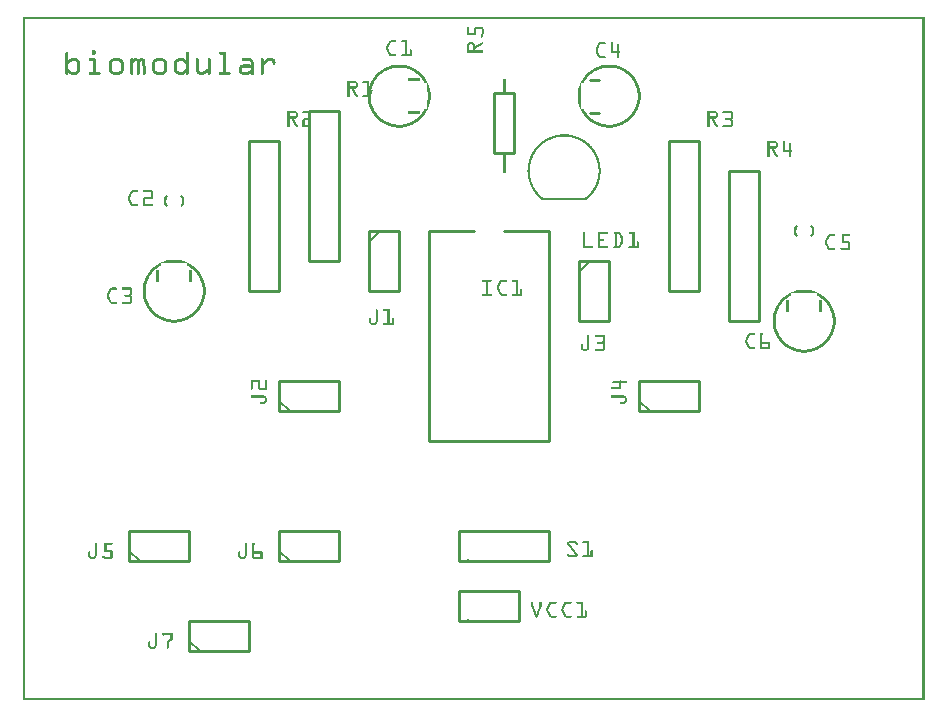
<source format=gto>
G04 MADE WITH FRITZING*
G04 WWW.FRITZING.ORG*
G04 DOUBLE SIDED*
G04 HOLES PLATED*
G04 CONTOUR ON CENTER OF CONTOUR VECTOR*
%ASAXBY*%
%FSLAX23Y23*%
%MOIN*%
%OFA0B0*%
%SFA1.0B1.0*%
%ADD10C,0.010000*%
%ADD11C,0.005000*%
%ADD12C,0.011000*%
%ADD13R,0.001000X0.001000*%
%LNSILK1*%
G90*
G70*
G54D10*
X1355Y1563D02*
X1355Y863D01*
D02*
X1355Y863D02*
X1755Y863D01*
D02*
X1755Y863D02*
X1755Y1563D01*
D02*
X1355Y1563D02*
X1505Y1563D01*
D02*
X1605Y1563D02*
X1755Y1563D01*
D02*
X1455Y263D02*
X1655Y263D01*
D02*
X1655Y263D02*
X1655Y363D01*
D02*
X1655Y363D02*
X1455Y363D01*
D02*
X1455Y363D02*
X1455Y263D01*
D02*
X1455Y463D02*
X1755Y463D01*
D02*
X1755Y463D02*
X1755Y563D01*
D02*
X1755Y563D02*
X1455Y563D01*
D02*
X1455Y563D02*
X1455Y463D01*
D02*
X1155Y1563D02*
X1155Y1363D01*
D02*
X1155Y1363D02*
X1255Y1363D01*
D02*
X1255Y1363D02*
X1255Y1563D01*
D02*
X1255Y1563D02*
X1155Y1563D01*
G54D11*
D02*
X1155Y1528D02*
X1190Y1563D01*
G54D10*
D02*
X2055Y963D02*
X2255Y963D01*
D02*
X2255Y963D02*
X2255Y1063D01*
D02*
X2255Y1063D02*
X2055Y1063D01*
D02*
X2055Y1063D02*
X2055Y963D01*
G54D11*
D02*
X2090Y963D02*
X2055Y998D01*
G54D10*
D02*
X855Y963D02*
X1055Y963D01*
D02*
X1055Y963D02*
X1055Y1063D01*
D02*
X1055Y1063D02*
X855Y1063D01*
D02*
X855Y1063D02*
X855Y963D01*
G54D11*
D02*
X890Y963D02*
X855Y998D01*
G54D10*
D02*
X1855Y1463D02*
X1855Y1263D01*
D02*
X1855Y1263D02*
X1955Y1263D01*
D02*
X1955Y1263D02*
X1955Y1463D01*
D02*
X1955Y1463D02*
X1855Y1463D01*
G54D11*
D02*
X1855Y1428D02*
X1890Y1463D01*
G54D10*
D02*
X355Y463D02*
X555Y463D01*
D02*
X555Y463D02*
X555Y563D01*
D02*
X555Y563D02*
X355Y563D01*
D02*
X355Y563D02*
X355Y463D01*
G54D11*
D02*
X390Y463D02*
X355Y498D01*
G54D10*
D02*
X555Y163D02*
X755Y163D01*
D02*
X755Y163D02*
X755Y263D01*
D02*
X755Y263D02*
X555Y263D01*
D02*
X555Y263D02*
X555Y163D01*
G54D11*
D02*
X590Y163D02*
X555Y198D01*
G54D10*
D02*
X855Y463D02*
X1055Y463D01*
D02*
X1055Y463D02*
X1055Y563D01*
D02*
X1055Y563D02*
X855Y563D01*
D02*
X855Y563D02*
X855Y463D01*
G54D11*
D02*
X890Y463D02*
X855Y498D01*
G54D10*
D02*
X1572Y1822D02*
X1572Y2022D01*
D02*
X1572Y2022D02*
X1638Y2022D01*
D02*
X1638Y2022D02*
X1638Y1822D01*
D02*
X1638Y1822D02*
X1572Y1822D01*
D02*
X2355Y1763D02*
X2355Y1263D01*
D02*
X2355Y1263D02*
X2455Y1263D01*
D02*
X2455Y1263D02*
X2455Y1763D01*
D02*
X2455Y1763D02*
X2355Y1763D01*
D02*
X755Y1863D02*
X755Y1363D01*
D02*
X755Y1363D02*
X855Y1363D01*
D02*
X855Y1363D02*
X855Y1863D01*
D02*
X855Y1863D02*
X755Y1863D01*
D02*
X955Y1963D02*
X955Y1463D01*
D02*
X955Y1463D02*
X1055Y1463D01*
D02*
X1055Y1463D02*
X1055Y1963D01*
D02*
X1055Y1963D02*
X955Y1963D01*
D02*
X2155Y1863D02*
X2155Y1363D01*
D02*
X2155Y1363D02*
X2255Y1363D01*
D02*
X2255Y1363D02*
X2255Y1863D01*
D02*
X2255Y1863D02*
X2155Y1863D01*
G54D12*
X1890Y2068D02*
X1920Y2068D01*
D02*
X1890Y1958D02*
X1920Y1958D01*
D02*
G54D13*
X0Y2278D02*
X3006Y2278D01*
X0Y2277D02*
X3006Y2277D01*
X0Y2276D02*
X3006Y2276D01*
X0Y2275D02*
X3006Y2275D01*
X0Y2274D02*
X3006Y2274D01*
X0Y2273D02*
X3006Y2273D01*
X0Y2272D02*
X3006Y2272D01*
X0Y2271D02*
X3006Y2271D01*
X0Y2270D02*
X7Y2270D01*
X2999Y2270D02*
X3006Y2270D01*
X0Y2269D02*
X7Y2269D01*
X2999Y2269D02*
X3006Y2269D01*
X0Y2268D02*
X7Y2268D01*
X2999Y2268D02*
X3006Y2268D01*
X0Y2267D02*
X7Y2267D01*
X2999Y2267D02*
X3006Y2267D01*
X0Y2266D02*
X7Y2266D01*
X2999Y2266D02*
X3006Y2266D01*
X0Y2265D02*
X7Y2265D01*
X2999Y2265D02*
X3006Y2265D01*
X0Y2264D02*
X7Y2264D01*
X2999Y2264D02*
X3006Y2264D01*
X0Y2263D02*
X7Y2263D01*
X2999Y2263D02*
X3006Y2263D01*
X0Y2262D02*
X7Y2262D01*
X2999Y2262D02*
X3006Y2262D01*
X0Y2261D02*
X7Y2261D01*
X2999Y2261D02*
X3006Y2261D01*
X0Y2260D02*
X7Y2260D01*
X2999Y2260D02*
X3006Y2260D01*
X0Y2259D02*
X7Y2259D01*
X2999Y2259D02*
X3006Y2259D01*
X0Y2258D02*
X7Y2258D01*
X2999Y2258D02*
X3006Y2258D01*
X0Y2257D02*
X7Y2257D01*
X2999Y2257D02*
X3006Y2257D01*
X0Y2256D02*
X7Y2256D01*
X2999Y2256D02*
X3006Y2256D01*
X0Y2255D02*
X7Y2255D01*
X2999Y2255D02*
X3006Y2255D01*
X0Y2254D02*
X7Y2254D01*
X2999Y2254D02*
X3006Y2254D01*
X0Y2253D02*
X7Y2253D01*
X2999Y2253D02*
X3006Y2253D01*
X0Y2252D02*
X7Y2252D01*
X2999Y2252D02*
X3006Y2252D01*
X0Y2251D02*
X7Y2251D01*
X2999Y2251D02*
X3006Y2251D01*
X0Y2250D02*
X7Y2250D01*
X2999Y2250D02*
X3006Y2250D01*
X0Y2249D02*
X7Y2249D01*
X2999Y2249D02*
X3006Y2249D01*
X0Y2248D02*
X7Y2248D01*
X2999Y2248D02*
X3006Y2248D01*
X0Y2247D02*
X7Y2247D01*
X2999Y2247D02*
X3006Y2247D01*
X0Y2246D02*
X7Y2246D01*
X2999Y2246D02*
X3006Y2246D01*
X0Y2245D02*
X7Y2245D01*
X2999Y2245D02*
X3006Y2245D01*
X0Y2244D02*
X7Y2244D01*
X2999Y2244D02*
X3006Y2244D01*
X0Y2243D02*
X7Y2243D01*
X1484Y2243D02*
X1486Y2243D01*
X1511Y2243D02*
X1531Y2243D01*
X2999Y2243D02*
X3006Y2243D01*
X0Y2242D02*
X7Y2242D01*
X1483Y2242D02*
X1488Y2242D01*
X1509Y2242D02*
X1533Y2242D01*
X2999Y2242D02*
X3006Y2242D01*
X0Y2241D02*
X7Y2241D01*
X1483Y2241D02*
X1488Y2241D01*
X1508Y2241D02*
X1534Y2241D01*
X2999Y2241D02*
X3006Y2241D01*
X0Y2240D02*
X7Y2240D01*
X1482Y2240D02*
X1488Y2240D01*
X1507Y2240D02*
X1534Y2240D01*
X2999Y2240D02*
X3006Y2240D01*
X0Y2239D02*
X7Y2239D01*
X1482Y2239D02*
X1488Y2239D01*
X1506Y2239D02*
X1535Y2239D01*
X2999Y2239D02*
X3006Y2239D01*
X0Y2238D02*
X7Y2238D01*
X1482Y2238D02*
X1488Y2238D01*
X1506Y2238D02*
X1535Y2238D01*
X2999Y2238D02*
X3006Y2238D01*
X0Y2237D02*
X7Y2237D01*
X1482Y2237D02*
X1488Y2237D01*
X1506Y2237D02*
X1535Y2237D01*
X2999Y2237D02*
X3006Y2237D01*
X0Y2236D02*
X7Y2236D01*
X1482Y2236D02*
X1488Y2236D01*
X1506Y2236D02*
X1512Y2236D01*
X1529Y2236D02*
X1536Y2236D01*
X2999Y2236D02*
X3006Y2236D01*
X0Y2235D02*
X7Y2235D01*
X1482Y2235D02*
X1488Y2235D01*
X1506Y2235D02*
X1512Y2235D01*
X1530Y2235D02*
X1536Y2235D01*
X2999Y2235D02*
X3006Y2235D01*
X0Y2234D02*
X7Y2234D01*
X1482Y2234D02*
X1488Y2234D01*
X1506Y2234D02*
X1512Y2234D01*
X1530Y2234D02*
X1536Y2234D01*
X2999Y2234D02*
X3006Y2234D01*
X0Y2233D02*
X7Y2233D01*
X1482Y2233D02*
X1488Y2233D01*
X1506Y2233D02*
X1512Y2233D01*
X1530Y2233D02*
X1536Y2233D01*
X2999Y2233D02*
X3006Y2233D01*
X0Y2232D02*
X7Y2232D01*
X1482Y2232D02*
X1488Y2232D01*
X1506Y2232D02*
X1512Y2232D01*
X1530Y2232D02*
X1536Y2232D01*
X2999Y2232D02*
X3006Y2232D01*
X0Y2231D02*
X7Y2231D01*
X1482Y2231D02*
X1488Y2231D01*
X1506Y2231D02*
X1512Y2231D01*
X1530Y2231D02*
X1536Y2231D01*
X2999Y2231D02*
X3006Y2231D01*
X0Y2230D02*
X7Y2230D01*
X1482Y2230D02*
X1488Y2230D01*
X1506Y2230D02*
X1512Y2230D01*
X1530Y2230D02*
X1536Y2230D01*
X2999Y2230D02*
X3006Y2230D01*
X0Y2229D02*
X7Y2229D01*
X1482Y2229D02*
X1488Y2229D01*
X1506Y2229D02*
X1512Y2229D01*
X1530Y2229D02*
X1536Y2229D01*
X2999Y2229D02*
X3006Y2229D01*
X0Y2228D02*
X7Y2228D01*
X1482Y2228D02*
X1488Y2228D01*
X1506Y2228D02*
X1512Y2228D01*
X1530Y2228D02*
X1536Y2228D01*
X2999Y2228D02*
X3006Y2228D01*
X0Y2227D02*
X7Y2227D01*
X1482Y2227D02*
X1488Y2227D01*
X1506Y2227D02*
X1512Y2227D01*
X1530Y2227D02*
X1536Y2227D01*
X2999Y2227D02*
X3006Y2227D01*
X0Y2226D02*
X7Y2226D01*
X1482Y2226D02*
X1488Y2226D01*
X1506Y2226D02*
X1512Y2226D01*
X1530Y2226D02*
X1536Y2226D01*
X2999Y2226D02*
X3006Y2226D01*
X0Y2225D02*
X7Y2225D01*
X1482Y2225D02*
X1488Y2225D01*
X1506Y2225D02*
X1512Y2225D01*
X1530Y2225D02*
X1536Y2225D01*
X2999Y2225D02*
X3006Y2225D01*
X0Y2224D02*
X7Y2224D01*
X1482Y2224D02*
X1488Y2224D01*
X1506Y2224D02*
X1512Y2224D01*
X1530Y2224D02*
X1536Y2224D01*
X2999Y2224D02*
X3006Y2224D01*
X0Y2223D02*
X7Y2223D01*
X1482Y2223D02*
X1489Y2223D01*
X1506Y2223D02*
X1512Y2223D01*
X1530Y2223D02*
X1536Y2223D01*
X2999Y2223D02*
X3006Y2223D01*
X0Y2222D02*
X7Y2222D01*
X1482Y2222D02*
X1512Y2222D01*
X1530Y2222D02*
X1536Y2222D01*
X2999Y2222D02*
X3006Y2222D01*
X0Y2221D02*
X7Y2221D01*
X1482Y2221D02*
X1512Y2221D01*
X1530Y2221D02*
X1536Y2221D01*
X2999Y2221D02*
X3006Y2221D01*
X0Y2220D02*
X7Y2220D01*
X1482Y2220D02*
X1512Y2220D01*
X1529Y2220D02*
X1535Y2220D01*
X2999Y2220D02*
X3006Y2220D01*
X0Y2219D02*
X7Y2219D01*
X1482Y2219D02*
X1512Y2219D01*
X1529Y2219D02*
X1535Y2219D01*
X2999Y2219D02*
X3006Y2219D01*
X0Y2218D02*
X7Y2218D01*
X1482Y2218D02*
X1512Y2218D01*
X1529Y2218D02*
X1535Y2218D01*
X2999Y2218D02*
X3006Y2218D01*
X0Y2217D02*
X7Y2217D01*
X1482Y2217D02*
X1512Y2217D01*
X1528Y2217D02*
X1535Y2217D01*
X2999Y2217D02*
X3006Y2217D01*
X0Y2216D02*
X7Y2216D01*
X1483Y2216D02*
X1512Y2216D01*
X1528Y2216D02*
X1535Y2216D01*
X2999Y2216D02*
X3006Y2216D01*
X0Y2215D02*
X7Y2215D01*
X1527Y2215D02*
X1534Y2215D01*
X2999Y2215D02*
X3006Y2215D01*
X0Y2214D02*
X7Y2214D01*
X1527Y2214D02*
X1534Y2214D01*
X2999Y2214D02*
X3006Y2214D01*
X0Y2213D02*
X7Y2213D01*
X1527Y2213D02*
X1533Y2213D01*
X2999Y2213D02*
X3006Y2213D01*
X0Y2212D02*
X7Y2212D01*
X1527Y2212D02*
X1533Y2212D01*
X2999Y2212D02*
X3006Y2212D01*
X0Y2211D02*
X7Y2211D01*
X1527Y2211D02*
X1532Y2211D01*
X2999Y2211D02*
X3006Y2211D01*
X0Y2210D02*
X7Y2210D01*
X1528Y2210D02*
X1532Y2210D01*
X2999Y2210D02*
X3006Y2210D01*
X0Y2209D02*
X7Y2209D01*
X1529Y2209D02*
X1530Y2209D01*
X2999Y2209D02*
X3006Y2209D01*
X0Y2208D02*
X7Y2208D01*
X2999Y2208D02*
X3006Y2208D01*
X0Y2207D02*
X7Y2207D01*
X2999Y2207D02*
X3006Y2207D01*
X0Y2206D02*
X7Y2206D01*
X2999Y2206D02*
X3006Y2206D01*
X0Y2205D02*
X7Y2205D01*
X2999Y2205D02*
X3006Y2205D01*
X0Y2204D02*
X7Y2204D01*
X2999Y2204D02*
X3006Y2204D01*
X0Y2203D02*
X7Y2203D01*
X2999Y2203D02*
X3006Y2203D01*
X0Y2202D02*
X7Y2202D01*
X2999Y2202D02*
X3006Y2202D01*
X0Y2201D02*
X7Y2201D01*
X2999Y2201D02*
X3006Y2201D01*
X0Y2200D02*
X7Y2200D01*
X2999Y2200D02*
X3006Y2200D01*
X0Y2199D02*
X7Y2199D01*
X1227Y2199D02*
X1243Y2199D01*
X1264Y2199D02*
X1282Y2199D01*
X2999Y2199D02*
X3006Y2199D01*
X0Y2198D02*
X7Y2198D01*
X1225Y2198D02*
X1245Y2198D01*
X1263Y2198D02*
X1282Y2198D01*
X2999Y2198D02*
X3006Y2198D01*
X0Y2197D02*
X7Y2197D01*
X1223Y2197D02*
X1245Y2197D01*
X1262Y2197D02*
X1282Y2197D01*
X2999Y2197D02*
X3006Y2197D01*
X0Y2196D02*
X7Y2196D01*
X1222Y2196D02*
X1245Y2196D01*
X1262Y2196D02*
X1282Y2196D01*
X2999Y2196D02*
X3006Y2196D01*
X0Y2195D02*
X7Y2195D01*
X1221Y2195D02*
X1245Y2195D01*
X1262Y2195D02*
X1282Y2195D01*
X2999Y2195D02*
X3006Y2195D01*
X0Y2194D02*
X7Y2194D01*
X1221Y2194D02*
X1245Y2194D01*
X1263Y2194D02*
X1282Y2194D01*
X2999Y2194D02*
X3006Y2194D01*
X0Y2193D02*
X7Y2193D01*
X1220Y2193D02*
X1244Y2193D01*
X1264Y2193D02*
X1282Y2193D01*
X1491Y2193D02*
X1498Y2193D01*
X1532Y2193D02*
X1533Y2193D01*
X1924Y2193D02*
X1941Y2193D01*
X1963Y2193D02*
X1966Y2193D01*
X2999Y2193D02*
X3006Y2193D01*
X0Y2192D02*
X7Y2192D01*
X1220Y2192D02*
X1227Y2192D01*
X1276Y2192D02*
X1282Y2192D01*
X1488Y2192D02*
X1500Y2192D01*
X1530Y2192D02*
X1535Y2192D01*
X1922Y2192D02*
X1942Y2192D01*
X1962Y2192D02*
X1967Y2192D01*
X2999Y2192D02*
X3006Y2192D01*
X0Y2191D02*
X7Y2191D01*
X1219Y2191D02*
X1226Y2191D01*
X1276Y2191D02*
X1282Y2191D01*
X1487Y2191D02*
X1502Y2191D01*
X1528Y2191D02*
X1535Y2191D01*
X1921Y2191D02*
X1943Y2191D01*
X1962Y2191D02*
X1967Y2191D01*
X2999Y2191D02*
X3006Y2191D01*
X0Y2190D02*
X7Y2190D01*
X1219Y2190D02*
X1226Y2190D01*
X1276Y2190D02*
X1282Y2190D01*
X1485Y2190D02*
X1503Y2190D01*
X1527Y2190D02*
X1535Y2190D01*
X1920Y2190D02*
X1943Y2190D01*
X1961Y2190D02*
X1967Y2190D01*
X2999Y2190D02*
X3006Y2190D01*
X0Y2189D02*
X7Y2189D01*
X1218Y2189D02*
X1225Y2189D01*
X1276Y2189D02*
X1282Y2189D01*
X1485Y2189D02*
X1504Y2189D01*
X1525Y2189D02*
X1535Y2189D01*
X1919Y2189D02*
X1943Y2189D01*
X1961Y2189D02*
X1967Y2189D01*
X2999Y2189D02*
X3006Y2189D01*
X0Y2188D02*
X7Y2188D01*
X1218Y2188D02*
X1225Y2188D01*
X1276Y2188D02*
X1282Y2188D01*
X1484Y2188D02*
X1505Y2188D01*
X1523Y2188D02*
X1535Y2188D01*
X1918Y2188D02*
X1942Y2188D01*
X1961Y2188D02*
X1967Y2188D01*
X2999Y2188D02*
X3006Y2188D01*
X0Y2187D02*
X7Y2187D01*
X1217Y2187D02*
X1224Y2187D01*
X1276Y2187D02*
X1282Y2187D01*
X1483Y2187D02*
X1505Y2187D01*
X1521Y2187D02*
X1534Y2187D01*
X1918Y2187D02*
X1941Y2187D01*
X1961Y2187D02*
X1967Y2187D01*
X1984Y2187D02*
X1987Y2187D01*
X2999Y2187D02*
X3006Y2187D01*
X0Y2186D02*
X7Y2186D01*
X1217Y2186D02*
X1224Y2186D01*
X1276Y2186D02*
X1282Y2186D01*
X1483Y2186D02*
X1491Y2186D01*
X1498Y2186D02*
X1506Y2186D01*
X1520Y2186D02*
X1533Y2186D01*
X1917Y2186D02*
X1925Y2186D01*
X1961Y2186D02*
X1967Y2186D01*
X1983Y2186D02*
X1988Y2186D01*
X2999Y2186D02*
X3006Y2186D01*
X0Y2185D02*
X7Y2185D01*
X1216Y2185D02*
X1223Y2185D01*
X1276Y2185D02*
X1282Y2185D01*
X1483Y2185D02*
X1489Y2185D01*
X1499Y2185D02*
X1506Y2185D01*
X1518Y2185D02*
X1531Y2185D01*
X1917Y2185D02*
X1924Y2185D01*
X1961Y2185D02*
X1967Y2185D01*
X1982Y2185D02*
X1988Y2185D01*
X2999Y2185D02*
X3006Y2185D01*
X0Y2184D02*
X7Y2184D01*
X1216Y2184D02*
X1223Y2184D01*
X1276Y2184D02*
X1282Y2184D01*
X1482Y2184D02*
X1489Y2184D01*
X1500Y2184D02*
X1506Y2184D01*
X1516Y2184D02*
X1529Y2184D01*
X1916Y2184D02*
X1923Y2184D01*
X1961Y2184D02*
X1967Y2184D01*
X1982Y2184D02*
X1988Y2184D01*
X2999Y2184D02*
X3006Y2184D01*
X0Y2183D02*
X7Y2183D01*
X1215Y2183D02*
X1222Y2183D01*
X1276Y2183D02*
X1282Y2183D01*
X1482Y2183D02*
X1488Y2183D01*
X1500Y2183D02*
X1506Y2183D01*
X1515Y2183D02*
X1528Y2183D01*
X1916Y2183D02*
X1923Y2183D01*
X1961Y2183D02*
X1967Y2183D01*
X1982Y2183D02*
X1988Y2183D01*
X2999Y2183D02*
X3006Y2183D01*
X0Y2182D02*
X7Y2182D01*
X1215Y2182D02*
X1222Y2182D01*
X1276Y2182D02*
X1282Y2182D01*
X1482Y2182D02*
X1488Y2182D01*
X1500Y2182D02*
X1506Y2182D01*
X1513Y2182D02*
X1526Y2182D01*
X1915Y2182D02*
X1922Y2182D01*
X1961Y2182D02*
X1967Y2182D01*
X1982Y2182D02*
X1988Y2182D01*
X2999Y2182D02*
X3006Y2182D01*
X0Y2181D02*
X7Y2181D01*
X1214Y2181D02*
X1221Y2181D01*
X1276Y2181D02*
X1282Y2181D01*
X1482Y2181D02*
X1488Y2181D01*
X1500Y2181D02*
X1506Y2181D01*
X1511Y2181D02*
X1524Y2181D01*
X1915Y2181D02*
X1922Y2181D01*
X1961Y2181D02*
X1967Y2181D01*
X1982Y2181D02*
X1988Y2181D01*
X2999Y2181D02*
X3006Y2181D01*
X0Y2180D02*
X7Y2180D01*
X1214Y2180D02*
X1221Y2180D01*
X1276Y2180D02*
X1282Y2180D01*
X1482Y2180D02*
X1488Y2180D01*
X1500Y2180D02*
X1506Y2180D01*
X1509Y2180D02*
X1522Y2180D01*
X1914Y2180D02*
X1921Y2180D01*
X1961Y2180D02*
X1967Y2180D01*
X1982Y2180D02*
X1988Y2180D01*
X2999Y2180D02*
X3006Y2180D01*
X0Y2179D02*
X7Y2179D01*
X1213Y2179D02*
X1220Y2179D01*
X1276Y2179D02*
X1282Y2179D01*
X1482Y2179D02*
X1488Y2179D01*
X1500Y2179D02*
X1506Y2179D01*
X1508Y2179D02*
X1521Y2179D01*
X1914Y2179D02*
X1921Y2179D01*
X1961Y2179D02*
X1967Y2179D01*
X1982Y2179D02*
X1988Y2179D01*
X2999Y2179D02*
X3006Y2179D01*
X0Y2178D02*
X7Y2178D01*
X1213Y2178D02*
X1220Y2178D01*
X1276Y2178D02*
X1282Y2178D01*
X1482Y2178D02*
X1488Y2178D01*
X1500Y2178D02*
X1519Y2178D01*
X1913Y2178D02*
X1920Y2178D01*
X1961Y2178D02*
X1967Y2178D01*
X1982Y2178D02*
X1988Y2178D01*
X2999Y2178D02*
X3006Y2178D01*
X0Y2177D02*
X7Y2177D01*
X1213Y2177D02*
X1219Y2177D01*
X1276Y2177D02*
X1282Y2177D01*
X1482Y2177D02*
X1488Y2177D01*
X1500Y2177D02*
X1517Y2177D01*
X1913Y2177D02*
X1920Y2177D01*
X1961Y2177D02*
X1967Y2177D01*
X1982Y2177D02*
X1988Y2177D01*
X2999Y2177D02*
X3006Y2177D01*
X0Y2176D02*
X7Y2176D01*
X1212Y2176D02*
X1219Y2176D01*
X1276Y2176D02*
X1282Y2176D01*
X1482Y2176D02*
X1488Y2176D01*
X1500Y2176D02*
X1516Y2176D01*
X1912Y2176D02*
X1919Y2176D01*
X1961Y2176D02*
X1967Y2176D01*
X1982Y2176D02*
X1988Y2176D01*
X2999Y2176D02*
X3006Y2176D01*
X0Y2175D02*
X7Y2175D01*
X1212Y2175D02*
X1218Y2175D01*
X1276Y2175D02*
X1282Y2175D01*
X1482Y2175D02*
X1488Y2175D01*
X1500Y2175D02*
X1514Y2175D01*
X1912Y2175D02*
X1919Y2175D01*
X1961Y2175D02*
X1967Y2175D01*
X1982Y2175D02*
X1988Y2175D01*
X2999Y2175D02*
X3006Y2175D01*
X0Y2174D02*
X7Y2174D01*
X1212Y2174D02*
X1218Y2174D01*
X1276Y2174D02*
X1282Y2174D01*
X1482Y2174D02*
X1488Y2174D01*
X1500Y2174D02*
X1512Y2174D01*
X1911Y2174D02*
X1918Y2174D01*
X1961Y2174D02*
X1967Y2174D01*
X1982Y2174D02*
X1988Y2174D01*
X2999Y2174D02*
X3006Y2174D01*
X0Y2173D02*
X7Y2173D01*
X1212Y2173D02*
X1218Y2173D01*
X1276Y2173D02*
X1282Y2173D01*
X1482Y2173D02*
X1488Y2173D01*
X1500Y2173D02*
X1510Y2173D01*
X1911Y2173D02*
X1918Y2173D01*
X1961Y2173D02*
X1967Y2173D01*
X1982Y2173D02*
X1988Y2173D01*
X2999Y2173D02*
X3006Y2173D01*
X0Y2172D02*
X7Y2172D01*
X1212Y2172D02*
X1218Y2172D01*
X1276Y2172D02*
X1282Y2172D01*
X1482Y2172D02*
X1488Y2172D01*
X1500Y2172D02*
X1509Y2172D01*
X1911Y2172D02*
X1917Y2172D01*
X1961Y2172D02*
X1967Y2172D01*
X1982Y2172D02*
X1988Y2172D01*
X2999Y2172D02*
X3006Y2172D01*
X0Y2171D02*
X7Y2171D01*
X1212Y2171D02*
X1218Y2171D01*
X1276Y2171D02*
X1282Y2171D01*
X1482Y2171D02*
X1488Y2171D01*
X1500Y2171D02*
X1507Y2171D01*
X1910Y2171D02*
X1917Y2171D01*
X1961Y2171D02*
X1967Y2171D01*
X1982Y2171D02*
X1988Y2171D01*
X2999Y2171D02*
X3006Y2171D01*
X0Y2170D02*
X7Y2170D01*
X1212Y2170D02*
X1218Y2170D01*
X1276Y2170D02*
X1282Y2170D01*
X1482Y2170D02*
X1488Y2170D01*
X1500Y2170D02*
X1506Y2170D01*
X1910Y2170D02*
X1916Y2170D01*
X1961Y2170D02*
X1967Y2170D01*
X1982Y2170D02*
X1988Y2170D01*
X2999Y2170D02*
X3006Y2170D01*
X0Y2169D02*
X7Y2169D01*
X1212Y2169D02*
X1219Y2169D01*
X1276Y2169D02*
X1282Y2169D01*
X1291Y2169D02*
X1294Y2169D01*
X1482Y2169D02*
X1488Y2169D01*
X1500Y2169D02*
X1506Y2169D01*
X1910Y2169D02*
X1916Y2169D01*
X1961Y2169D02*
X1967Y2169D01*
X1982Y2169D02*
X1988Y2169D01*
X2999Y2169D02*
X3006Y2169D01*
X0Y2168D02*
X7Y2168D01*
X1213Y2168D02*
X1219Y2168D01*
X1276Y2168D02*
X1282Y2168D01*
X1290Y2168D02*
X1295Y2168D01*
X1482Y2168D02*
X1488Y2168D01*
X1500Y2168D02*
X1506Y2168D01*
X1910Y2168D02*
X1916Y2168D01*
X1961Y2168D02*
X1967Y2168D01*
X1982Y2168D02*
X1988Y2168D01*
X2999Y2168D02*
X3006Y2168D01*
X0Y2167D02*
X7Y2167D01*
X1213Y2167D02*
X1219Y2167D01*
X1276Y2167D02*
X1282Y2167D01*
X1290Y2167D02*
X1296Y2167D01*
X1482Y2167D02*
X1488Y2167D01*
X1500Y2167D02*
X1506Y2167D01*
X1910Y2167D02*
X1916Y2167D01*
X1961Y2167D02*
X1967Y2167D01*
X1982Y2167D02*
X1988Y2167D01*
X2999Y2167D02*
X3006Y2167D01*
X0Y2166D02*
X7Y2166D01*
X1213Y2166D02*
X1220Y2166D01*
X1276Y2166D02*
X1282Y2166D01*
X1290Y2166D02*
X1296Y2166D01*
X1482Y2166D02*
X1488Y2166D01*
X1500Y2166D02*
X1506Y2166D01*
X1910Y2166D02*
X1916Y2166D01*
X1961Y2166D02*
X1967Y2166D01*
X1982Y2166D02*
X1988Y2166D01*
X2999Y2166D02*
X3006Y2166D01*
X0Y2165D02*
X7Y2165D01*
X233Y2165D02*
X242Y2165D01*
X1214Y2165D02*
X1220Y2165D01*
X1276Y2165D02*
X1282Y2165D01*
X1290Y2165D02*
X1296Y2165D01*
X1482Y2165D02*
X1534Y2165D01*
X1910Y2165D02*
X1916Y2165D01*
X1961Y2165D02*
X1967Y2165D01*
X1982Y2165D02*
X1988Y2165D01*
X2999Y2165D02*
X3006Y2165D01*
X0Y2164D02*
X7Y2164D01*
X232Y2164D02*
X243Y2164D01*
X1214Y2164D02*
X1221Y2164D01*
X1276Y2164D02*
X1282Y2164D01*
X1290Y2164D02*
X1296Y2164D01*
X1482Y2164D02*
X1535Y2164D01*
X1910Y2164D02*
X1916Y2164D01*
X1961Y2164D02*
X1989Y2164D01*
X2999Y2164D02*
X3006Y2164D01*
X0Y2163D02*
X7Y2163D01*
X231Y2163D02*
X244Y2163D01*
X1215Y2163D02*
X1222Y2163D01*
X1276Y2163D02*
X1282Y2163D01*
X1290Y2163D02*
X1296Y2163D01*
X1482Y2163D02*
X1535Y2163D01*
X1910Y2163D02*
X1916Y2163D01*
X1961Y2163D02*
X1991Y2163D01*
X2999Y2163D02*
X3006Y2163D01*
X0Y2162D02*
X7Y2162D01*
X230Y2162D02*
X244Y2162D01*
X1215Y2162D02*
X1222Y2162D01*
X1276Y2162D02*
X1282Y2162D01*
X1290Y2162D02*
X1296Y2162D01*
X1482Y2162D02*
X1535Y2162D01*
X1910Y2162D02*
X1917Y2162D01*
X1961Y2162D02*
X1991Y2162D01*
X2999Y2162D02*
X3006Y2162D01*
X0Y2161D02*
X7Y2161D01*
X146Y2161D02*
X149Y2161D01*
X230Y2161D02*
X244Y2161D01*
X547Y2161D02*
X550Y2161D01*
X657Y2161D02*
X675Y2161D01*
X1216Y2161D02*
X1223Y2161D01*
X1276Y2161D02*
X1282Y2161D01*
X1290Y2161D02*
X1296Y2161D01*
X1482Y2161D02*
X1535Y2161D01*
X1911Y2161D02*
X1917Y2161D01*
X1961Y2161D02*
X1992Y2161D01*
X2999Y2161D02*
X3006Y2161D01*
X0Y2160D02*
X7Y2160D01*
X145Y2160D02*
X151Y2160D01*
X230Y2160D02*
X244Y2160D01*
X546Y2160D02*
X552Y2160D01*
X656Y2160D02*
X676Y2160D01*
X1216Y2160D02*
X1223Y2160D01*
X1276Y2160D02*
X1282Y2160D01*
X1290Y2160D02*
X1296Y2160D01*
X1482Y2160D02*
X1535Y2160D01*
X1911Y2160D02*
X1918Y2160D01*
X1961Y2160D02*
X1992Y2160D01*
X2999Y2160D02*
X3006Y2160D01*
X0Y2159D02*
X7Y2159D01*
X144Y2159D02*
X151Y2159D01*
X230Y2159D02*
X244Y2159D01*
X545Y2159D02*
X553Y2159D01*
X655Y2159D02*
X677Y2159D01*
X1217Y2159D02*
X1224Y2159D01*
X1276Y2159D02*
X1282Y2159D01*
X1290Y2159D02*
X1296Y2159D01*
X1482Y2159D02*
X1533Y2159D01*
X1911Y2159D02*
X1918Y2159D01*
X1961Y2159D02*
X1991Y2159D01*
X2999Y2159D02*
X3006Y2159D01*
X0Y2158D02*
X7Y2158D01*
X143Y2158D02*
X152Y2158D01*
X230Y2158D02*
X244Y2158D01*
X545Y2158D02*
X553Y2158D01*
X654Y2158D02*
X678Y2158D01*
X1217Y2158D02*
X1224Y2158D01*
X1276Y2158D02*
X1282Y2158D01*
X1290Y2158D02*
X1296Y2158D01*
X1912Y2158D02*
X1919Y2158D01*
X1961Y2158D02*
X1990Y2158D01*
X2999Y2158D02*
X3006Y2158D01*
X0Y2157D02*
X7Y2157D01*
X143Y2157D02*
X152Y2157D01*
X230Y2157D02*
X244Y2157D01*
X544Y2157D02*
X553Y2157D01*
X654Y2157D02*
X678Y2157D01*
X1218Y2157D02*
X1225Y2157D01*
X1276Y2157D02*
X1282Y2157D01*
X1290Y2157D02*
X1296Y2157D01*
X1912Y2157D02*
X1919Y2157D01*
X1982Y2157D02*
X1988Y2157D01*
X2999Y2157D02*
X3006Y2157D01*
X0Y2156D02*
X7Y2156D01*
X143Y2156D02*
X152Y2156D01*
X230Y2156D02*
X244Y2156D01*
X544Y2156D02*
X553Y2156D01*
X654Y2156D02*
X678Y2156D01*
X1218Y2156D02*
X1225Y2156D01*
X1276Y2156D02*
X1282Y2156D01*
X1290Y2156D02*
X1296Y2156D01*
X1913Y2156D02*
X1920Y2156D01*
X1982Y2156D02*
X1988Y2156D01*
X2999Y2156D02*
X3006Y2156D01*
X0Y2155D02*
X7Y2155D01*
X143Y2155D02*
X152Y2155D01*
X230Y2155D02*
X244Y2155D01*
X544Y2155D02*
X553Y2155D01*
X654Y2155D02*
X678Y2155D01*
X1219Y2155D02*
X1226Y2155D01*
X1276Y2155D02*
X1282Y2155D01*
X1290Y2155D02*
X1296Y2155D01*
X1913Y2155D02*
X1920Y2155D01*
X1982Y2155D02*
X1988Y2155D01*
X2999Y2155D02*
X3006Y2155D01*
X0Y2154D02*
X7Y2154D01*
X143Y2154D02*
X152Y2154D01*
X231Y2154D02*
X244Y2154D01*
X544Y2154D02*
X553Y2154D01*
X655Y2154D02*
X678Y2154D01*
X1219Y2154D02*
X1226Y2154D01*
X1276Y2154D02*
X1282Y2154D01*
X1290Y2154D02*
X1296Y2154D01*
X1914Y2154D02*
X1921Y2154D01*
X1982Y2154D02*
X1988Y2154D01*
X2999Y2154D02*
X3006Y2154D01*
X0Y2153D02*
X7Y2153D01*
X143Y2153D02*
X152Y2153D01*
X232Y2153D02*
X243Y2153D01*
X544Y2153D02*
X553Y2153D01*
X656Y2153D02*
X678Y2153D01*
X1220Y2153D02*
X1227Y2153D01*
X1276Y2153D02*
X1282Y2153D01*
X1290Y2153D02*
X1296Y2153D01*
X1914Y2153D02*
X1921Y2153D01*
X1982Y2153D02*
X1988Y2153D01*
X2999Y2153D02*
X3006Y2153D01*
X0Y2152D02*
X7Y2152D01*
X143Y2152D02*
X152Y2152D01*
X233Y2152D02*
X242Y2152D01*
X544Y2152D02*
X553Y2152D01*
X657Y2152D02*
X678Y2152D01*
X1220Y2152D02*
X1243Y2152D01*
X1264Y2152D02*
X1296Y2152D01*
X1915Y2152D02*
X1922Y2152D01*
X1982Y2152D02*
X1988Y2152D01*
X2999Y2152D02*
X3006Y2152D01*
X0Y2151D02*
X7Y2151D01*
X143Y2151D02*
X152Y2151D01*
X544Y2151D02*
X553Y2151D01*
X669Y2151D02*
X678Y2151D01*
X1221Y2151D02*
X1245Y2151D01*
X1263Y2151D02*
X1296Y2151D01*
X1915Y2151D02*
X1922Y2151D01*
X1982Y2151D02*
X1988Y2151D01*
X2999Y2151D02*
X3006Y2151D01*
X0Y2150D02*
X7Y2150D01*
X143Y2150D02*
X152Y2150D01*
X544Y2150D02*
X553Y2150D01*
X669Y2150D02*
X678Y2150D01*
X1221Y2150D02*
X1245Y2150D01*
X1262Y2150D02*
X1296Y2150D01*
X1916Y2150D02*
X1923Y2150D01*
X1982Y2150D02*
X1988Y2150D01*
X2999Y2150D02*
X3006Y2150D01*
X0Y2149D02*
X7Y2149D01*
X143Y2149D02*
X152Y2149D01*
X544Y2149D02*
X553Y2149D01*
X669Y2149D02*
X678Y2149D01*
X1222Y2149D02*
X1245Y2149D01*
X1262Y2149D02*
X1296Y2149D01*
X1916Y2149D02*
X1923Y2149D01*
X1982Y2149D02*
X1988Y2149D01*
X2999Y2149D02*
X3006Y2149D01*
X0Y2148D02*
X7Y2148D01*
X143Y2148D02*
X152Y2148D01*
X544Y2148D02*
X553Y2148D01*
X669Y2148D02*
X678Y2148D01*
X1223Y2148D02*
X1245Y2148D01*
X1262Y2148D02*
X1296Y2148D01*
X1917Y2148D02*
X1924Y2148D01*
X1982Y2148D02*
X1988Y2148D01*
X2999Y2148D02*
X3006Y2148D01*
X0Y2147D02*
X7Y2147D01*
X143Y2147D02*
X152Y2147D01*
X544Y2147D02*
X553Y2147D01*
X669Y2147D02*
X678Y2147D01*
X1224Y2147D02*
X1245Y2147D01*
X1263Y2147D02*
X1295Y2147D01*
X1917Y2147D02*
X1925Y2147D01*
X1982Y2147D02*
X1988Y2147D01*
X2999Y2147D02*
X3006Y2147D01*
X0Y2146D02*
X7Y2146D01*
X143Y2146D02*
X152Y2146D01*
X544Y2146D02*
X553Y2146D01*
X669Y2146D02*
X678Y2146D01*
X1226Y2146D02*
X1244Y2146D01*
X1264Y2146D02*
X1294Y2146D01*
X1918Y2146D02*
X1941Y2146D01*
X1982Y2146D02*
X1988Y2146D01*
X2999Y2146D02*
X3006Y2146D01*
X0Y2145D02*
X7Y2145D01*
X143Y2145D02*
X152Y2145D01*
X544Y2145D02*
X553Y2145D01*
X669Y2145D02*
X678Y2145D01*
X1918Y2145D02*
X1942Y2145D01*
X1982Y2145D02*
X1988Y2145D01*
X2999Y2145D02*
X3006Y2145D01*
X0Y2144D02*
X7Y2144D01*
X143Y2144D02*
X152Y2144D01*
X544Y2144D02*
X553Y2144D01*
X669Y2144D02*
X678Y2144D01*
X1919Y2144D02*
X1943Y2144D01*
X1982Y2144D02*
X1988Y2144D01*
X2999Y2144D02*
X3006Y2144D01*
X0Y2143D02*
X7Y2143D01*
X143Y2143D02*
X152Y2143D01*
X544Y2143D02*
X553Y2143D01*
X669Y2143D02*
X678Y2143D01*
X1920Y2143D02*
X1943Y2143D01*
X1982Y2143D02*
X1988Y2143D01*
X2999Y2143D02*
X3006Y2143D01*
X0Y2142D02*
X7Y2142D01*
X143Y2142D02*
X152Y2142D01*
X544Y2142D02*
X553Y2142D01*
X669Y2142D02*
X678Y2142D01*
X1921Y2142D02*
X1943Y2142D01*
X1982Y2142D02*
X1988Y2142D01*
X2999Y2142D02*
X3006Y2142D01*
X0Y2141D02*
X7Y2141D01*
X143Y2141D02*
X152Y2141D01*
X544Y2141D02*
X553Y2141D01*
X669Y2141D02*
X678Y2141D01*
X1922Y2141D02*
X1943Y2141D01*
X1983Y2141D02*
X1988Y2141D01*
X2999Y2141D02*
X3006Y2141D01*
X0Y2140D02*
X7Y2140D01*
X143Y2140D02*
X152Y2140D01*
X164Y2140D02*
X176Y2140D01*
X224Y2140D02*
X241Y2140D01*
X303Y2140D02*
X321Y2140D01*
X363Y2140D02*
X365Y2140D01*
X375Y2140D02*
X379Y2140D01*
X448Y2140D02*
X465Y2140D01*
X520Y2140D02*
X532Y2140D01*
X544Y2140D02*
X553Y2140D01*
X580Y2140D02*
X582Y2140D01*
X620Y2140D02*
X622Y2140D01*
X669Y2140D02*
X678Y2140D01*
X735Y2140D02*
X757Y2140D01*
X797Y2140D02*
X799Y2140D01*
X817Y2140D02*
X830Y2140D01*
X1924Y2140D02*
X1942Y2140D01*
X1984Y2140D02*
X1987Y2140D01*
X2999Y2140D02*
X3006Y2140D01*
X0Y2139D02*
X7Y2139D01*
X143Y2139D02*
X152Y2139D01*
X161Y2139D02*
X179Y2139D01*
X222Y2139D02*
X242Y2139D01*
X300Y2139D02*
X324Y2139D01*
X361Y2139D02*
X366Y2139D01*
X372Y2139D02*
X382Y2139D01*
X392Y2139D02*
X401Y2139D01*
X445Y2139D02*
X468Y2139D01*
X517Y2139D02*
X536Y2139D01*
X544Y2139D02*
X553Y2139D01*
X579Y2139D02*
X584Y2139D01*
X618Y2139D02*
X624Y2139D01*
X669Y2139D02*
X678Y2139D01*
X733Y2139D02*
X760Y2139D01*
X796Y2139D02*
X801Y2139D01*
X815Y2139D02*
X834Y2139D01*
X2999Y2139D02*
X3006Y2139D01*
X0Y2138D02*
X7Y2138D01*
X143Y2138D02*
X152Y2138D01*
X159Y2138D02*
X181Y2138D01*
X221Y2138D02*
X243Y2138D01*
X298Y2138D02*
X326Y2138D01*
X360Y2138D02*
X367Y2138D01*
X371Y2138D02*
X384Y2138D01*
X391Y2138D02*
X403Y2138D01*
X443Y2138D02*
X470Y2138D01*
X515Y2138D02*
X537Y2138D01*
X544Y2138D02*
X553Y2138D01*
X578Y2138D02*
X585Y2138D01*
X618Y2138D02*
X625Y2138D01*
X669Y2138D02*
X678Y2138D01*
X732Y2138D02*
X762Y2138D01*
X795Y2138D02*
X802Y2138D01*
X814Y2138D02*
X835Y2138D01*
X2999Y2138D02*
X3006Y2138D01*
X0Y2137D02*
X7Y2137D01*
X143Y2137D02*
X152Y2137D01*
X157Y2137D02*
X182Y2137D01*
X221Y2137D02*
X244Y2137D01*
X297Y2137D02*
X327Y2137D01*
X360Y2137D02*
X385Y2137D01*
X389Y2137D02*
X404Y2137D01*
X442Y2137D02*
X472Y2137D01*
X514Y2137D02*
X539Y2137D01*
X544Y2137D02*
X553Y2137D01*
X577Y2137D02*
X586Y2137D01*
X617Y2137D02*
X625Y2137D01*
X669Y2137D02*
X678Y2137D01*
X732Y2137D02*
X763Y2137D01*
X794Y2137D02*
X802Y2137D01*
X813Y2137D02*
X837Y2137D01*
X2999Y2137D02*
X3006Y2137D01*
X0Y2136D02*
X7Y2136D01*
X143Y2136D02*
X152Y2136D01*
X156Y2136D02*
X184Y2136D01*
X220Y2136D02*
X244Y2136D01*
X296Y2136D02*
X328Y2136D01*
X359Y2136D02*
X386Y2136D01*
X388Y2136D02*
X405Y2136D01*
X440Y2136D02*
X473Y2136D01*
X513Y2136D02*
X540Y2136D01*
X544Y2136D02*
X553Y2136D01*
X577Y2136D02*
X586Y2136D01*
X617Y2136D02*
X626Y2136D01*
X669Y2136D02*
X678Y2136D01*
X732Y2136D02*
X764Y2136D01*
X794Y2136D02*
X803Y2136D01*
X812Y2136D02*
X838Y2136D01*
X2999Y2136D02*
X3006Y2136D01*
X0Y2135D02*
X7Y2135D01*
X143Y2135D02*
X152Y2135D01*
X155Y2135D02*
X185Y2135D01*
X220Y2135D02*
X244Y2135D01*
X295Y2135D02*
X330Y2135D01*
X359Y2135D02*
X406Y2135D01*
X439Y2135D02*
X474Y2135D01*
X512Y2135D02*
X541Y2135D01*
X544Y2135D02*
X553Y2135D01*
X577Y2135D02*
X586Y2135D01*
X617Y2135D02*
X626Y2135D01*
X669Y2135D02*
X678Y2135D01*
X731Y2135D02*
X765Y2135D01*
X794Y2135D02*
X803Y2135D01*
X811Y2135D02*
X839Y2135D01*
X2999Y2135D02*
X3006Y2135D01*
X0Y2134D02*
X7Y2134D01*
X143Y2134D02*
X186Y2134D01*
X221Y2134D02*
X244Y2134D01*
X293Y2134D02*
X331Y2134D01*
X359Y2134D02*
X406Y2134D01*
X438Y2134D02*
X475Y2134D01*
X510Y2134D02*
X553Y2134D01*
X577Y2134D02*
X586Y2134D01*
X617Y2134D02*
X626Y2134D01*
X669Y2134D02*
X678Y2134D01*
X732Y2134D02*
X766Y2134D01*
X794Y2134D02*
X803Y2134D01*
X809Y2134D02*
X840Y2134D01*
X2999Y2134D02*
X3006Y2134D01*
X0Y2133D02*
X7Y2133D01*
X143Y2133D02*
X187Y2133D01*
X221Y2133D02*
X244Y2133D01*
X292Y2133D02*
X332Y2133D01*
X359Y2133D02*
X407Y2133D01*
X437Y2133D02*
X476Y2133D01*
X509Y2133D02*
X553Y2133D01*
X577Y2133D02*
X586Y2133D01*
X617Y2133D02*
X626Y2133D01*
X669Y2133D02*
X678Y2133D01*
X732Y2133D02*
X767Y2133D01*
X794Y2133D02*
X803Y2133D01*
X808Y2133D02*
X840Y2133D01*
X2999Y2133D02*
X3006Y2133D01*
X0Y2132D02*
X7Y2132D01*
X143Y2132D02*
X188Y2132D01*
X222Y2132D02*
X244Y2132D01*
X291Y2132D02*
X333Y2132D01*
X359Y2132D02*
X407Y2132D01*
X436Y2132D02*
X477Y2132D01*
X508Y2132D02*
X553Y2132D01*
X577Y2132D02*
X586Y2132D01*
X617Y2132D02*
X626Y2132D01*
X669Y2132D02*
X678Y2132D01*
X733Y2132D02*
X767Y2132D01*
X794Y2132D02*
X803Y2132D01*
X807Y2132D02*
X841Y2132D01*
X2999Y2132D02*
X3006Y2132D01*
X0Y2131D02*
X7Y2131D01*
X143Y2131D02*
X189Y2131D01*
X223Y2131D02*
X244Y2131D01*
X291Y2131D02*
X334Y2131D01*
X359Y2131D02*
X408Y2131D01*
X435Y2131D02*
X478Y2131D01*
X508Y2131D02*
X553Y2131D01*
X577Y2131D02*
X586Y2131D01*
X617Y2131D02*
X626Y2131D01*
X669Y2131D02*
X678Y2131D01*
X734Y2131D02*
X768Y2131D01*
X794Y2131D02*
X803Y2131D01*
X806Y2131D02*
X841Y2131D01*
X2999Y2131D02*
X3006Y2131D01*
X0Y2130D02*
X7Y2130D01*
X143Y2130D02*
X165Y2130D01*
X175Y2130D02*
X190Y2130D01*
X235Y2130D02*
X244Y2130D01*
X290Y2130D02*
X304Y2130D01*
X320Y2130D02*
X334Y2130D01*
X359Y2130D02*
X376Y2130D01*
X378Y2130D02*
X396Y2130D01*
X398Y2130D02*
X408Y2130D01*
X435Y2130D02*
X449Y2130D01*
X465Y2130D02*
X479Y2130D01*
X507Y2130D02*
X521Y2130D01*
X532Y2130D02*
X553Y2130D01*
X577Y2130D02*
X586Y2130D01*
X617Y2130D02*
X626Y2130D01*
X669Y2130D02*
X678Y2130D01*
X756Y2130D02*
X768Y2130D01*
X794Y2130D02*
X803Y2130D01*
X805Y2130D02*
X819Y2130D01*
X829Y2130D02*
X842Y2130D01*
X2999Y2130D02*
X3006Y2130D01*
X0Y2129D02*
X7Y2129D01*
X143Y2129D02*
X163Y2129D01*
X177Y2129D02*
X190Y2129D01*
X235Y2129D02*
X244Y2129D01*
X289Y2129D02*
X302Y2129D01*
X322Y2129D02*
X335Y2129D01*
X359Y2129D02*
X374Y2129D01*
X380Y2129D02*
X394Y2129D01*
X399Y2129D02*
X408Y2129D01*
X434Y2129D02*
X447Y2129D01*
X467Y2129D02*
X479Y2129D01*
X506Y2129D02*
X519Y2129D01*
X534Y2129D02*
X553Y2129D01*
X577Y2129D02*
X586Y2129D01*
X617Y2129D02*
X626Y2129D01*
X669Y2129D02*
X678Y2129D01*
X758Y2129D02*
X768Y2129D01*
X794Y2129D02*
X818Y2129D01*
X832Y2129D02*
X842Y2129D01*
X2999Y2129D02*
X3006Y2129D01*
X0Y2128D02*
X7Y2128D01*
X143Y2128D02*
X161Y2128D01*
X179Y2128D02*
X191Y2128D01*
X235Y2128D02*
X244Y2128D01*
X289Y2128D02*
X301Y2128D01*
X324Y2128D02*
X335Y2128D01*
X359Y2128D02*
X373Y2128D01*
X380Y2128D02*
X393Y2128D01*
X399Y2128D02*
X408Y2128D01*
X434Y2128D02*
X445Y2128D01*
X468Y2128D02*
X480Y2128D01*
X506Y2128D02*
X518Y2128D01*
X535Y2128D02*
X553Y2128D01*
X577Y2128D02*
X586Y2128D01*
X617Y2128D02*
X626Y2128D01*
X669Y2128D02*
X678Y2128D01*
X759Y2128D02*
X769Y2128D01*
X794Y2128D02*
X817Y2128D01*
X832Y2128D02*
X842Y2128D01*
X2999Y2128D02*
X3006Y2128D01*
X0Y2127D02*
X7Y2127D01*
X143Y2127D02*
X160Y2127D01*
X180Y2127D02*
X191Y2127D01*
X235Y2127D02*
X244Y2127D01*
X289Y2127D02*
X300Y2127D01*
X325Y2127D02*
X336Y2127D01*
X359Y2127D02*
X372Y2127D01*
X380Y2127D02*
X392Y2127D01*
X399Y2127D02*
X408Y2127D01*
X433Y2127D02*
X444Y2127D01*
X469Y2127D02*
X480Y2127D01*
X505Y2127D02*
X517Y2127D01*
X536Y2127D02*
X553Y2127D01*
X577Y2127D02*
X586Y2127D01*
X617Y2127D02*
X626Y2127D01*
X669Y2127D02*
X678Y2127D01*
X759Y2127D02*
X769Y2127D01*
X794Y2127D02*
X816Y2127D01*
X833Y2127D02*
X842Y2127D01*
X2999Y2127D02*
X3006Y2127D01*
X0Y2126D02*
X7Y2126D01*
X143Y2126D02*
X159Y2126D01*
X181Y2126D02*
X191Y2126D01*
X235Y2126D02*
X244Y2126D01*
X288Y2126D02*
X299Y2126D01*
X326Y2126D02*
X336Y2126D01*
X359Y2126D02*
X371Y2126D01*
X380Y2126D02*
X391Y2126D01*
X399Y2126D02*
X408Y2126D01*
X433Y2126D02*
X443Y2126D01*
X470Y2126D02*
X481Y2126D01*
X505Y2126D02*
X516Y2126D01*
X537Y2126D02*
X553Y2126D01*
X577Y2126D02*
X586Y2126D01*
X617Y2126D02*
X626Y2126D01*
X669Y2126D02*
X678Y2126D01*
X760Y2126D02*
X769Y2126D01*
X794Y2126D02*
X815Y2126D01*
X833Y2126D02*
X842Y2126D01*
X2999Y2126D02*
X3006Y2126D01*
X0Y2125D02*
X7Y2125D01*
X143Y2125D02*
X158Y2125D01*
X182Y2125D02*
X192Y2125D01*
X235Y2125D02*
X244Y2125D01*
X288Y2125D02*
X298Y2125D01*
X326Y2125D02*
X336Y2125D01*
X359Y2125D02*
X370Y2125D01*
X380Y2125D02*
X390Y2125D01*
X399Y2125D02*
X408Y2125D01*
X433Y2125D02*
X442Y2125D01*
X471Y2125D02*
X481Y2125D01*
X505Y2125D02*
X515Y2125D01*
X538Y2125D02*
X553Y2125D01*
X577Y2125D02*
X586Y2125D01*
X617Y2125D02*
X626Y2125D01*
X669Y2125D02*
X678Y2125D01*
X760Y2125D02*
X769Y2125D01*
X794Y2125D02*
X813Y2125D01*
X833Y2125D02*
X843Y2125D01*
X2999Y2125D02*
X3006Y2125D01*
X0Y2124D02*
X7Y2124D01*
X143Y2124D02*
X157Y2124D01*
X182Y2124D02*
X192Y2124D01*
X235Y2124D02*
X244Y2124D01*
X288Y2124D02*
X297Y2124D01*
X327Y2124D02*
X336Y2124D01*
X359Y2124D02*
X369Y2124D01*
X380Y2124D02*
X389Y2124D01*
X399Y2124D02*
X408Y2124D01*
X432Y2124D02*
X442Y2124D01*
X472Y2124D02*
X481Y2124D01*
X505Y2124D02*
X514Y2124D01*
X540Y2124D02*
X553Y2124D01*
X577Y2124D02*
X586Y2124D01*
X617Y2124D02*
X626Y2124D01*
X669Y2124D02*
X678Y2124D01*
X760Y2124D02*
X769Y2124D01*
X794Y2124D02*
X812Y2124D01*
X833Y2124D02*
X843Y2124D01*
X2999Y2124D02*
X3006Y2124D01*
X0Y2123D02*
X7Y2123D01*
X143Y2123D02*
X156Y2123D01*
X183Y2123D02*
X192Y2123D01*
X235Y2123D02*
X244Y2123D01*
X288Y2123D02*
X297Y2123D01*
X327Y2123D02*
X336Y2123D01*
X359Y2123D02*
X368Y2123D01*
X380Y2123D02*
X389Y2123D01*
X399Y2123D02*
X408Y2123D01*
X432Y2123D02*
X441Y2123D01*
X472Y2123D02*
X481Y2123D01*
X505Y2123D02*
X514Y2123D01*
X541Y2123D02*
X553Y2123D01*
X577Y2123D02*
X586Y2123D01*
X617Y2123D02*
X626Y2123D01*
X669Y2123D02*
X678Y2123D01*
X760Y2123D02*
X769Y2123D01*
X794Y2123D02*
X811Y2123D01*
X833Y2123D02*
X843Y2123D01*
X2999Y2123D02*
X3006Y2123D01*
X0Y2122D02*
X7Y2122D01*
X143Y2122D02*
X154Y2122D01*
X183Y2122D02*
X192Y2122D01*
X235Y2122D02*
X244Y2122D01*
X288Y2122D02*
X297Y2122D01*
X327Y2122D02*
X336Y2122D01*
X359Y2122D02*
X368Y2122D01*
X380Y2122D02*
X389Y2122D01*
X399Y2122D02*
X408Y2122D01*
X432Y2122D02*
X441Y2122D01*
X472Y2122D02*
X481Y2122D01*
X505Y2122D02*
X514Y2122D01*
X542Y2122D02*
X553Y2122D01*
X577Y2122D02*
X586Y2122D01*
X617Y2122D02*
X626Y2122D01*
X669Y2122D02*
X678Y2122D01*
X760Y2122D02*
X769Y2122D01*
X794Y2122D02*
X810Y2122D01*
X834Y2122D02*
X842Y2122D01*
X2999Y2122D02*
X3006Y2122D01*
X0Y2121D02*
X7Y2121D01*
X143Y2121D02*
X153Y2121D01*
X183Y2121D02*
X192Y2121D01*
X235Y2121D02*
X244Y2121D01*
X288Y2121D02*
X297Y2121D01*
X327Y2121D02*
X336Y2121D01*
X359Y2121D02*
X368Y2121D01*
X380Y2121D02*
X389Y2121D01*
X399Y2121D02*
X408Y2121D01*
X432Y2121D02*
X441Y2121D01*
X472Y2121D02*
X481Y2121D01*
X505Y2121D02*
X514Y2121D01*
X543Y2121D02*
X553Y2121D01*
X577Y2121D02*
X586Y2121D01*
X617Y2121D02*
X626Y2121D01*
X669Y2121D02*
X678Y2121D01*
X760Y2121D02*
X769Y2121D01*
X794Y2121D02*
X809Y2121D01*
X834Y2121D02*
X842Y2121D01*
X2999Y2121D02*
X3006Y2121D01*
X0Y2120D02*
X7Y2120D01*
X143Y2120D02*
X153Y2120D01*
X183Y2120D02*
X192Y2120D01*
X235Y2120D02*
X244Y2120D01*
X288Y2120D02*
X297Y2120D01*
X327Y2120D02*
X336Y2120D01*
X359Y2120D02*
X368Y2120D01*
X380Y2120D02*
X389Y2120D01*
X399Y2120D02*
X408Y2120D01*
X432Y2120D02*
X441Y2120D01*
X472Y2120D02*
X481Y2120D01*
X505Y2120D02*
X514Y2120D01*
X544Y2120D02*
X553Y2120D01*
X577Y2120D02*
X586Y2120D01*
X617Y2120D02*
X626Y2120D01*
X669Y2120D02*
X678Y2120D01*
X760Y2120D02*
X769Y2120D01*
X794Y2120D02*
X808Y2120D01*
X834Y2120D02*
X842Y2120D01*
X2999Y2120D02*
X3006Y2120D01*
X0Y2119D02*
X7Y2119D01*
X143Y2119D02*
X152Y2119D01*
X183Y2119D02*
X192Y2119D01*
X235Y2119D02*
X244Y2119D01*
X288Y2119D02*
X297Y2119D01*
X327Y2119D02*
X336Y2119D01*
X359Y2119D02*
X368Y2119D01*
X380Y2119D02*
X389Y2119D01*
X399Y2119D02*
X408Y2119D01*
X432Y2119D02*
X441Y2119D01*
X472Y2119D02*
X481Y2119D01*
X505Y2119D02*
X514Y2119D01*
X544Y2119D02*
X553Y2119D01*
X577Y2119D02*
X586Y2119D01*
X617Y2119D02*
X626Y2119D01*
X669Y2119D02*
X678Y2119D01*
X736Y2119D02*
X756Y2119D01*
X760Y2119D02*
X769Y2119D01*
X794Y2119D02*
X806Y2119D01*
X835Y2119D02*
X841Y2119D01*
X2999Y2119D02*
X3006Y2119D01*
X0Y2118D02*
X7Y2118D01*
X143Y2118D02*
X152Y2118D01*
X183Y2118D02*
X192Y2118D01*
X235Y2118D02*
X244Y2118D01*
X288Y2118D02*
X297Y2118D01*
X327Y2118D02*
X336Y2118D01*
X359Y2118D02*
X368Y2118D01*
X380Y2118D02*
X389Y2118D01*
X399Y2118D02*
X408Y2118D01*
X432Y2118D02*
X441Y2118D01*
X472Y2118D02*
X481Y2118D01*
X505Y2118D02*
X514Y2118D01*
X544Y2118D02*
X553Y2118D01*
X577Y2118D02*
X586Y2118D01*
X617Y2118D02*
X626Y2118D01*
X669Y2118D02*
X678Y2118D01*
X731Y2118D02*
X769Y2118D01*
X794Y2118D02*
X805Y2118D01*
X836Y2118D02*
X840Y2118D01*
X1248Y2118D02*
X1262Y2118D01*
X1948Y2118D02*
X1962Y2118D01*
X2999Y2118D02*
X3006Y2118D01*
X0Y2117D02*
X7Y2117D01*
X143Y2117D02*
X152Y2117D01*
X183Y2117D02*
X192Y2117D01*
X235Y2117D02*
X244Y2117D01*
X288Y2117D02*
X297Y2117D01*
X327Y2117D02*
X336Y2117D01*
X359Y2117D02*
X368Y2117D01*
X380Y2117D02*
X389Y2117D01*
X399Y2117D02*
X408Y2117D01*
X432Y2117D02*
X441Y2117D01*
X472Y2117D02*
X481Y2117D01*
X505Y2117D02*
X514Y2117D01*
X544Y2117D02*
X553Y2117D01*
X577Y2117D02*
X587Y2117D01*
X617Y2117D02*
X626Y2117D01*
X669Y2117D02*
X678Y2117D01*
X729Y2117D02*
X769Y2117D01*
X794Y2117D02*
X804Y2117D01*
X1239Y2117D02*
X1271Y2117D01*
X1939Y2117D02*
X1971Y2117D01*
X2999Y2117D02*
X3006Y2117D01*
X0Y2116D02*
X7Y2116D01*
X143Y2116D02*
X152Y2116D01*
X183Y2116D02*
X192Y2116D01*
X235Y2116D02*
X244Y2116D01*
X288Y2116D02*
X297Y2116D01*
X327Y2116D02*
X336Y2116D01*
X359Y2116D02*
X368Y2116D01*
X380Y2116D02*
X389Y2116D01*
X399Y2116D02*
X408Y2116D01*
X432Y2116D02*
X441Y2116D01*
X472Y2116D02*
X481Y2116D01*
X505Y2116D02*
X514Y2116D01*
X544Y2116D02*
X553Y2116D01*
X577Y2116D02*
X587Y2116D01*
X617Y2116D02*
X626Y2116D01*
X669Y2116D02*
X678Y2116D01*
X727Y2116D02*
X769Y2116D01*
X794Y2116D02*
X803Y2116D01*
X1234Y2116D02*
X1276Y2116D01*
X1934Y2116D02*
X1976Y2116D01*
X2999Y2116D02*
X3006Y2116D01*
X0Y2115D02*
X7Y2115D01*
X143Y2115D02*
X152Y2115D01*
X183Y2115D02*
X192Y2115D01*
X235Y2115D02*
X244Y2115D01*
X288Y2115D02*
X297Y2115D01*
X327Y2115D02*
X336Y2115D01*
X359Y2115D02*
X368Y2115D01*
X380Y2115D02*
X389Y2115D01*
X399Y2115D02*
X408Y2115D01*
X432Y2115D02*
X441Y2115D01*
X472Y2115D02*
X481Y2115D01*
X505Y2115D02*
X514Y2115D01*
X544Y2115D02*
X553Y2115D01*
X578Y2115D02*
X587Y2115D01*
X617Y2115D02*
X626Y2115D01*
X669Y2115D02*
X678Y2115D01*
X726Y2115D02*
X769Y2115D01*
X794Y2115D02*
X803Y2115D01*
X1229Y2115D02*
X1280Y2115D01*
X1929Y2115D02*
X1980Y2115D01*
X2999Y2115D02*
X3006Y2115D01*
X0Y2114D02*
X7Y2114D01*
X143Y2114D02*
X152Y2114D01*
X183Y2114D02*
X192Y2114D01*
X235Y2114D02*
X244Y2114D01*
X288Y2114D02*
X297Y2114D01*
X327Y2114D02*
X336Y2114D01*
X359Y2114D02*
X368Y2114D01*
X380Y2114D02*
X389Y2114D01*
X399Y2114D02*
X409Y2114D01*
X432Y2114D02*
X441Y2114D01*
X472Y2114D02*
X481Y2114D01*
X505Y2114D02*
X514Y2114D01*
X544Y2114D02*
X553Y2114D01*
X578Y2114D02*
X587Y2114D01*
X617Y2114D02*
X626Y2114D01*
X669Y2114D02*
X678Y2114D01*
X725Y2114D02*
X769Y2114D01*
X794Y2114D02*
X803Y2114D01*
X1226Y2114D02*
X1284Y2114D01*
X1926Y2114D02*
X1984Y2114D01*
X2999Y2114D02*
X3006Y2114D01*
X0Y2113D02*
X7Y2113D01*
X143Y2113D02*
X152Y2113D01*
X183Y2113D02*
X192Y2113D01*
X235Y2113D02*
X244Y2113D01*
X288Y2113D02*
X297Y2113D01*
X327Y2113D02*
X336Y2113D01*
X359Y2113D02*
X368Y2113D01*
X380Y2113D02*
X389Y2113D01*
X400Y2113D02*
X409Y2113D01*
X432Y2113D02*
X441Y2113D01*
X472Y2113D02*
X481Y2113D01*
X505Y2113D02*
X514Y2113D01*
X544Y2113D02*
X553Y2113D01*
X578Y2113D02*
X587Y2113D01*
X617Y2113D02*
X626Y2113D01*
X669Y2113D02*
X678Y2113D01*
X724Y2113D02*
X769Y2113D01*
X794Y2113D02*
X803Y2113D01*
X1223Y2113D02*
X1287Y2113D01*
X1923Y2113D02*
X1987Y2113D01*
X2999Y2113D02*
X3006Y2113D01*
X0Y2112D02*
X7Y2112D01*
X143Y2112D02*
X152Y2112D01*
X183Y2112D02*
X192Y2112D01*
X235Y2112D02*
X244Y2112D01*
X288Y2112D02*
X297Y2112D01*
X327Y2112D02*
X336Y2112D01*
X359Y2112D02*
X368Y2112D01*
X380Y2112D02*
X389Y2112D01*
X400Y2112D02*
X409Y2112D01*
X432Y2112D02*
X441Y2112D01*
X472Y2112D02*
X481Y2112D01*
X505Y2112D02*
X514Y2112D01*
X544Y2112D02*
X553Y2112D01*
X578Y2112D02*
X587Y2112D01*
X617Y2112D02*
X626Y2112D01*
X669Y2112D02*
X678Y2112D01*
X724Y2112D02*
X769Y2112D01*
X794Y2112D02*
X803Y2112D01*
X1220Y2112D02*
X1290Y2112D01*
X1920Y2112D02*
X1990Y2112D01*
X2999Y2112D02*
X3006Y2112D01*
X0Y2111D02*
X7Y2111D01*
X143Y2111D02*
X152Y2111D01*
X183Y2111D02*
X192Y2111D01*
X235Y2111D02*
X244Y2111D01*
X288Y2111D02*
X297Y2111D01*
X327Y2111D02*
X336Y2111D01*
X359Y2111D02*
X368Y2111D01*
X380Y2111D02*
X389Y2111D01*
X400Y2111D02*
X409Y2111D01*
X432Y2111D02*
X441Y2111D01*
X472Y2111D02*
X481Y2111D01*
X505Y2111D02*
X514Y2111D01*
X544Y2111D02*
X553Y2111D01*
X578Y2111D02*
X587Y2111D01*
X617Y2111D02*
X626Y2111D01*
X669Y2111D02*
X678Y2111D01*
X723Y2111D02*
X769Y2111D01*
X794Y2111D02*
X803Y2111D01*
X1217Y2111D02*
X1292Y2111D01*
X1917Y2111D02*
X1992Y2111D01*
X2999Y2111D02*
X3006Y2111D01*
X0Y2110D02*
X7Y2110D01*
X143Y2110D02*
X152Y2110D01*
X183Y2110D02*
X192Y2110D01*
X235Y2110D02*
X244Y2110D01*
X288Y2110D02*
X297Y2110D01*
X327Y2110D02*
X336Y2110D01*
X359Y2110D02*
X368Y2110D01*
X380Y2110D02*
X389Y2110D01*
X400Y2110D02*
X409Y2110D01*
X432Y2110D02*
X441Y2110D01*
X472Y2110D02*
X481Y2110D01*
X505Y2110D02*
X514Y2110D01*
X544Y2110D02*
X553Y2110D01*
X578Y2110D02*
X587Y2110D01*
X617Y2110D02*
X626Y2110D01*
X669Y2110D02*
X678Y2110D01*
X723Y2110D02*
X770Y2110D01*
X794Y2110D02*
X803Y2110D01*
X1215Y2110D02*
X1295Y2110D01*
X1915Y2110D02*
X1995Y2110D01*
X2999Y2110D02*
X3006Y2110D01*
X0Y2109D02*
X7Y2109D01*
X143Y2109D02*
X152Y2109D01*
X183Y2109D02*
X192Y2109D01*
X235Y2109D02*
X244Y2109D01*
X288Y2109D02*
X297Y2109D01*
X327Y2109D02*
X336Y2109D01*
X359Y2109D02*
X368Y2109D01*
X380Y2109D02*
X389Y2109D01*
X400Y2109D02*
X409Y2109D01*
X432Y2109D02*
X441Y2109D01*
X472Y2109D02*
X481Y2109D01*
X505Y2109D02*
X514Y2109D01*
X544Y2109D02*
X553Y2109D01*
X578Y2109D02*
X587Y2109D01*
X617Y2109D02*
X626Y2109D01*
X669Y2109D02*
X678Y2109D01*
X722Y2109D02*
X770Y2109D01*
X794Y2109D02*
X803Y2109D01*
X1213Y2109D02*
X1297Y2109D01*
X1913Y2109D02*
X1997Y2109D01*
X2999Y2109D02*
X3006Y2109D01*
X0Y2108D02*
X7Y2108D01*
X143Y2108D02*
X152Y2108D01*
X183Y2108D02*
X192Y2108D01*
X235Y2108D02*
X244Y2108D01*
X288Y2108D02*
X297Y2108D01*
X327Y2108D02*
X336Y2108D01*
X359Y2108D02*
X368Y2108D01*
X380Y2108D02*
X389Y2108D01*
X400Y2108D02*
X409Y2108D01*
X432Y2108D02*
X441Y2108D01*
X472Y2108D02*
X481Y2108D01*
X505Y2108D02*
X514Y2108D01*
X544Y2108D02*
X553Y2108D01*
X578Y2108D02*
X587Y2108D01*
X617Y2108D02*
X626Y2108D01*
X669Y2108D02*
X678Y2108D01*
X722Y2108D02*
X733Y2108D01*
X758Y2108D02*
X770Y2108D01*
X794Y2108D02*
X803Y2108D01*
X1211Y2108D02*
X1247Y2108D01*
X1263Y2108D02*
X1299Y2108D01*
X1911Y2108D02*
X1947Y2108D01*
X1963Y2108D02*
X1999Y2108D01*
X2999Y2108D02*
X3006Y2108D01*
X0Y2107D02*
X7Y2107D01*
X143Y2107D02*
X152Y2107D01*
X183Y2107D02*
X192Y2107D01*
X235Y2107D02*
X244Y2107D01*
X288Y2107D02*
X297Y2107D01*
X327Y2107D02*
X336Y2107D01*
X359Y2107D02*
X368Y2107D01*
X380Y2107D02*
X389Y2107D01*
X400Y2107D02*
X409Y2107D01*
X432Y2107D02*
X441Y2107D01*
X472Y2107D02*
X481Y2107D01*
X505Y2107D02*
X514Y2107D01*
X544Y2107D02*
X553Y2107D01*
X578Y2107D02*
X587Y2107D01*
X617Y2107D02*
X626Y2107D01*
X669Y2107D02*
X678Y2107D01*
X722Y2107D02*
X732Y2107D01*
X759Y2107D02*
X770Y2107D01*
X794Y2107D02*
X803Y2107D01*
X1209Y2107D02*
X1238Y2107D01*
X1271Y2107D02*
X1301Y2107D01*
X1909Y2107D02*
X1938Y2107D01*
X1971Y2107D02*
X2001Y2107D01*
X2999Y2107D02*
X3006Y2107D01*
X0Y2106D02*
X7Y2106D01*
X143Y2106D02*
X152Y2106D01*
X183Y2106D02*
X192Y2106D01*
X235Y2106D02*
X244Y2106D01*
X288Y2106D02*
X297Y2106D01*
X327Y2106D02*
X336Y2106D01*
X359Y2106D02*
X368Y2106D01*
X380Y2106D02*
X389Y2106D01*
X400Y2106D02*
X409Y2106D01*
X432Y2106D02*
X441Y2106D01*
X472Y2106D02*
X481Y2106D01*
X505Y2106D02*
X514Y2106D01*
X544Y2106D02*
X553Y2106D01*
X578Y2106D02*
X587Y2106D01*
X617Y2106D02*
X626Y2106D01*
X669Y2106D02*
X678Y2106D01*
X722Y2106D02*
X731Y2106D01*
X760Y2106D02*
X770Y2106D01*
X794Y2106D02*
X803Y2106D01*
X1206Y2106D02*
X1233Y2106D01*
X1276Y2106D02*
X1303Y2106D01*
X1906Y2106D02*
X1933Y2106D01*
X1976Y2106D02*
X2003Y2106D01*
X2999Y2106D02*
X3006Y2106D01*
X0Y2105D02*
X7Y2105D01*
X143Y2105D02*
X152Y2105D01*
X183Y2105D02*
X192Y2105D01*
X235Y2105D02*
X244Y2105D01*
X288Y2105D02*
X297Y2105D01*
X327Y2105D02*
X336Y2105D01*
X359Y2105D02*
X368Y2105D01*
X380Y2105D02*
X389Y2105D01*
X400Y2105D02*
X409Y2105D01*
X432Y2105D02*
X441Y2105D01*
X472Y2105D02*
X481Y2105D01*
X505Y2105D02*
X514Y2105D01*
X544Y2105D02*
X553Y2105D01*
X578Y2105D02*
X587Y2105D01*
X617Y2105D02*
X626Y2105D01*
X669Y2105D02*
X678Y2105D01*
X722Y2105D02*
X731Y2105D01*
X760Y2105D02*
X770Y2105D01*
X794Y2105D02*
X803Y2105D01*
X1205Y2105D02*
X1229Y2105D01*
X1281Y2105D02*
X1305Y2105D01*
X1905Y2105D02*
X1929Y2105D01*
X1981Y2105D02*
X2005Y2105D01*
X2999Y2105D02*
X3006Y2105D01*
X0Y2104D02*
X7Y2104D01*
X143Y2104D02*
X153Y2104D01*
X183Y2104D02*
X192Y2104D01*
X235Y2104D02*
X244Y2104D01*
X288Y2104D02*
X297Y2104D01*
X327Y2104D02*
X336Y2104D01*
X359Y2104D02*
X368Y2104D01*
X380Y2104D02*
X389Y2104D01*
X400Y2104D02*
X409Y2104D01*
X432Y2104D02*
X441Y2104D01*
X472Y2104D02*
X481Y2104D01*
X505Y2104D02*
X514Y2104D01*
X544Y2104D02*
X553Y2104D01*
X578Y2104D02*
X587Y2104D01*
X616Y2104D02*
X626Y2104D01*
X669Y2104D02*
X678Y2104D01*
X721Y2104D02*
X731Y2104D01*
X761Y2104D02*
X770Y2104D01*
X794Y2104D02*
X803Y2104D01*
X1203Y2104D02*
X1225Y2104D01*
X1284Y2104D02*
X1306Y2104D01*
X1903Y2104D02*
X1925Y2104D01*
X1984Y2104D02*
X2006Y2104D01*
X2999Y2104D02*
X3006Y2104D01*
X0Y2103D02*
X7Y2103D01*
X143Y2103D02*
X153Y2103D01*
X183Y2103D02*
X192Y2103D01*
X235Y2103D02*
X244Y2103D01*
X288Y2103D02*
X297Y2103D01*
X327Y2103D02*
X336Y2103D01*
X359Y2103D02*
X368Y2103D01*
X380Y2103D02*
X389Y2103D01*
X400Y2103D02*
X409Y2103D01*
X432Y2103D02*
X441Y2103D01*
X472Y2103D02*
X481Y2103D01*
X505Y2103D02*
X514Y2103D01*
X543Y2103D02*
X553Y2103D01*
X578Y2103D02*
X587Y2103D01*
X615Y2103D02*
X626Y2103D01*
X669Y2103D02*
X678Y2103D01*
X721Y2103D02*
X731Y2103D01*
X761Y2103D02*
X770Y2103D01*
X794Y2103D02*
X803Y2103D01*
X1201Y2103D02*
X1223Y2103D01*
X1287Y2103D02*
X1308Y2103D01*
X1901Y2103D02*
X1923Y2103D01*
X1987Y2103D02*
X2008Y2103D01*
X2999Y2103D02*
X3006Y2103D01*
X0Y2102D02*
X7Y2102D01*
X143Y2102D02*
X154Y2102D01*
X183Y2102D02*
X192Y2102D01*
X235Y2102D02*
X244Y2102D01*
X288Y2102D02*
X297Y2102D01*
X327Y2102D02*
X336Y2102D01*
X359Y2102D02*
X368Y2102D01*
X380Y2102D02*
X389Y2102D01*
X400Y2102D02*
X409Y2102D01*
X432Y2102D02*
X441Y2102D01*
X472Y2102D02*
X481Y2102D01*
X505Y2102D02*
X514Y2102D01*
X542Y2102D02*
X553Y2102D01*
X578Y2102D02*
X587Y2102D01*
X613Y2102D02*
X626Y2102D01*
X669Y2102D02*
X678Y2102D01*
X721Y2102D02*
X731Y2102D01*
X761Y2102D02*
X770Y2102D01*
X794Y2102D02*
X803Y2102D01*
X1200Y2102D02*
X1220Y2102D01*
X1290Y2102D02*
X1310Y2102D01*
X1900Y2102D02*
X1920Y2102D01*
X1990Y2102D02*
X2010Y2102D01*
X2999Y2102D02*
X3006Y2102D01*
X0Y2101D02*
X7Y2101D01*
X143Y2101D02*
X155Y2101D01*
X183Y2101D02*
X192Y2101D01*
X235Y2101D02*
X244Y2101D01*
X288Y2101D02*
X297Y2101D01*
X327Y2101D02*
X336Y2101D01*
X359Y2101D02*
X368Y2101D01*
X380Y2101D02*
X389Y2101D01*
X400Y2101D02*
X409Y2101D01*
X432Y2101D02*
X441Y2101D01*
X472Y2101D02*
X481Y2101D01*
X505Y2101D02*
X514Y2101D01*
X541Y2101D02*
X553Y2101D01*
X578Y2101D02*
X587Y2101D01*
X612Y2101D02*
X626Y2101D01*
X669Y2101D02*
X678Y2101D01*
X721Y2101D02*
X731Y2101D01*
X761Y2101D02*
X770Y2101D01*
X794Y2101D02*
X803Y2101D01*
X1198Y2101D02*
X1217Y2101D01*
X1292Y2101D02*
X1311Y2101D01*
X1898Y2101D02*
X1917Y2101D01*
X1992Y2101D02*
X2011Y2101D01*
X2999Y2101D02*
X3006Y2101D01*
X0Y2100D02*
X7Y2100D01*
X143Y2100D02*
X156Y2100D01*
X183Y2100D02*
X192Y2100D01*
X235Y2100D02*
X244Y2100D01*
X288Y2100D02*
X297Y2100D01*
X327Y2100D02*
X336Y2100D01*
X359Y2100D02*
X368Y2100D01*
X380Y2100D02*
X389Y2100D01*
X400Y2100D02*
X409Y2100D01*
X432Y2100D02*
X442Y2100D01*
X472Y2100D02*
X481Y2100D01*
X505Y2100D02*
X514Y2100D01*
X540Y2100D02*
X553Y2100D01*
X578Y2100D02*
X587Y2100D01*
X610Y2100D02*
X626Y2100D01*
X669Y2100D02*
X678Y2100D01*
X721Y2100D02*
X731Y2100D01*
X760Y2100D02*
X770Y2100D01*
X794Y2100D02*
X803Y2100D01*
X1197Y2100D02*
X1215Y2100D01*
X1294Y2100D02*
X1313Y2100D01*
X1897Y2100D02*
X1915Y2100D01*
X1994Y2100D02*
X2013Y2100D01*
X2999Y2100D02*
X3006Y2100D01*
X0Y2099D02*
X7Y2099D01*
X143Y2099D02*
X158Y2099D01*
X182Y2099D02*
X192Y2099D01*
X235Y2099D02*
X244Y2099D01*
X288Y2099D02*
X298Y2099D01*
X327Y2099D02*
X336Y2099D01*
X359Y2099D02*
X368Y2099D01*
X380Y2099D02*
X389Y2099D01*
X400Y2099D02*
X409Y2099D01*
X433Y2099D02*
X442Y2099D01*
X471Y2099D02*
X481Y2099D01*
X505Y2099D02*
X514Y2099D01*
X539Y2099D02*
X553Y2099D01*
X578Y2099D02*
X587Y2099D01*
X609Y2099D02*
X626Y2099D01*
X669Y2099D02*
X678Y2099D01*
X721Y2099D02*
X731Y2099D01*
X759Y2099D02*
X770Y2099D01*
X794Y2099D02*
X803Y2099D01*
X1195Y2099D02*
X1213Y2099D01*
X1297Y2099D02*
X1314Y2099D01*
X1895Y2099D02*
X1913Y2099D01*
X1997Y2099D02*
X2014Y2099D01*
X2999Y2099D02*
X3006Y2099D01*
X0Y2098D02*
X7Y2098D01*
X143Y2098D02*
X159Y2098D01*
X181Y2098D02*
X192Y2098D01*
X235Y2098D02*
X244Y2098D01*
X288Y2098D02*
X298Y2098D01*
X326Y2098D02*
X336Y2098D01*
X359Y2098D02*
X368Y2098D01*
X380Y2098D02*
X389Y2098D01*
X400Y2098D02*
X409Y2098D01*
X433Y2098D02*
X443Y2098D01*
X470Y2098D02*
X481Y2098D01*
X505Y2098D02*
X515Y2098D01*
X538Y2098D02*
X553Y2098D01*
X578Y2098D02*
X587Y2098D01*
X607Y2098D02*
X626Y2098D01*
X669Y2098D02*
X678Y2098D01*
X722Y2098D02*
X731Y2098D01*
X757Y2098D02*
X770Y2098D01*
X794Y2098D02*
X803Y2098D01*
X1194Y2098D02*
X1211Y2098D01*
X1299Y2098D02*
X1316Y2098D01*
X1894Y2098D02*
X1911Y2098D01*
X1999Y2098D02*
X2016Y2098D01*
X2999Y2098D02*
X3006Y2098D01*
X0Y2097D02*
X7Y2097D01*
X143Y2097D02*
X160Y2097D01*
X180Y2097D02*
X191Y2097D01*
X235Y2097D02*
X244Y2097D01*
X288Y2097D02*
X299Y2097D01*
X325Y2097D02*
X336Y2097D01*
X359Y2097D02*
X368Y2097D01*
X380Y2097D02*
X389Y2097D01*
X400Y2097D02*
X409Y2097D01*
X433Y2097D02*
X444Y2097D01*
X469Y2097D02*
X480Y2097D01*
X505Y2097D02*
X516Y2097D01*
X536Y2097D02*
X553Y2097D01*
X578Y2097D02*
X588Y2097D01*
X606Y2097D02*
X626Y2097D01*
X669Y2097D02*
X678Y2097D01*
X722Y2097D02*
X731Y2097D01*
X756Y2097D02*
X770Y2097D01*
X794Y2097D02*
X803Y2097D01*
X1193Y2097D02*
X1209Y2097D01*
X1301Y2097D02*
X1317Y2097D01*
X1893Y2097D02*
X1909Y2097D01*
X2001Y2097D02*
X2017Y2097D01*
X2999Y2097D02*
X3006Y2097D01*
X0Y2096D02*
X7Y2096D01*
X143Y2096D02*
X161Y2096D01*
X179Y2096D02*
X191Y2096D01*
X235Y2096D02*
X244Y2096D01*
X289Y2096D02*
X301Y2096D01*
X324Y2096D02*
X335Y2096D01*
X359Y2096D02*
X368Y2096D01*
X380Y2096D02*
X389Y2096D01*
X400Y2096D02*
X409Y2096D01*
X433Y2096D02*
X445Y2096D01*
X468Y2096D02*
X480Y2096D01*
X506Y2096D02*
X517Y2096D01*
X535Y2096D02*
X553Y2096D01*
X578Y2096D02*
X588Y2096D01*
X604Y2096D02*
X626Y2096D01*
X669Y2096D02*
X678Y2096D01*
X722Y2096D02*
X731Y2096D01*
X754Y2096D02*
X770Y2096D01*
X794Y2096D02*
X803Y2096D01*
X1191Y2096D02*
X1207Y2096D01*
X1302Y2096D02*
X1318Y2096D01*
X1891Y2096D02*
X1907Y2096D01*
X2002Y2096D02*
X2018Y2096D01*
X2999Y2096D02*
X3006Y2096D01*
X0Y2095D02*
X7Y2095D01*
X143Y2095D02*
X162Y2095D01*
X178Y2095D02*
X190Y2095D01*
X235Y2095D02*
X244Y2095D01*
X289Y2095D02*
X302Y2095D01*
X322Y2095D02*
X335Y2095D01*
X359Y2095D02*
X368Y2095D01*
X380Y2095D02*
X389Y2095D01*
X400Y2095D02*
X409Y2095D01*
X434Y2095D02*
X446Y2095D01*
X467Y2095D02*
X479Y2095D01*
X506Y2095D02*
X519Y2095D01*
X534Y2095D02*
X553Y2095D01*
X578Y2095D02*
X589Y2095D01*
X602Y2095D02*
X626Y2095D01*
X669Y2095D02*
X678Y2095D01*
X722Y2095D02*
X732Y2095D01*
X752Y2095D02*
X770Y2095D01*
X794Y2095D02*
X803Y2095D01*
X1190Y2095D02*
X1205Y2095D01*
X1304Y2095D02*
X1320Y2095D01*
X1890Y2095D02*
X1905Y2095D01*
X2004Y2095D02*
X2020Y2095D01*
X2999Y2095D02*
X3006Y2095D01*
X0Y2094D02*
X7Y2094D01*
X143Y2094D02*
X164Y2094D01*
X176Y2094D02*
X190Y2094D01*
X235Y2094D02*
X244Y2094D01*
X290Y2094D02*
X303Y2094D01*
X321Y2094D02*
X334Y2094D01*
X359Y2094D02*
X368Y2094D01*
X380Y2094D02*
X389Y2094D01*
X400Y2094D02*
X409Y2094D01*
X434Y2094D02*
X448Y2094D01*
X465Y2094D02*
X479Y2094D01*
X507Y2094D02*
X520Y2094D01*
X533Y2094D02*
X553Y2094D01*
X579Y2094D02*
X590Y2094D01*
X601Y2094D02*
X626Y2094D01*
X669Y2094D02*
X678Y2094D01*
X722Y2094D02*
X734Y2094D01*
X751Y2094D02*
X770Y2094D01*
X794Y2094D02*
X803Y2094D01*
X1189Y2094D02*
X1204Y2094D01*
X1306Y2094D02*
X1321Y2094D01*
X1889Y2094D02*
X1904Y2094D01*
X2006Y2094D02*
X2021Y2094D01*
X2999Y2094D02*
X3006Y2094D01*
X0Y2093D02*
X7Y2093D01*
X143Y2093D02*
X189Y2093D01*
X223Y2093D02*
X256Y2093D01*
X290Y2093D02*
X334Y2093D01*
X359Y2093D02*
X368Y2093D01*
X380Y2093D02*
X389Y2093D01*
X400Y2093D02*
X409Y2093D01*
X435Y2093D02*
X478Y2093D01*
X507Y2093D02*
X553Y2093D01*
X579Y2093D02*
X626Y2093D01*
X657Y2093D02*
X690Y2093D01*
X722Y2093D02*
X770Y2093D01*
X794Y2093D02*
X803Y2093D01*
X1187Y2093D02*
X1202Y2093D01*
X1307Y2093D02*
X1322Y2093D01*
X1887Y2093D02*
X1902Y2093D01*
X2007Y2093D02*
X2022Y2093D01*
X2999Y2093D02*
X3006Y2093D01*
X0Y2092D02*
X7Y2092D01*
X143Y2092D02*
X188Y2092D01*
X222Y2092D02*
X258Y2092D01*
X291Y2092D02*
X333Y2092D01*
X359Y2092D02*
X368Y2092D01*
X380Y2092D02*
X389Y2092D01*
X400Y2092D02*
X409Y2092D01*
X436Y2092D02*
X477Y2092D01*
X508Y2092D02*
X553Y2092D01*
X580Y2092D02*
X626Y2092D01*
X656Y2092D02*
X691Y2092D01*
X723Y2092D02*
X770Y2092D01*
X794Y2092D02*
X803Y2092D01*
X1186Y2092D02*
X1200Y2092D01*
X1309Y2092D02*
X1323Y2092D01*
X1886Y2092D02*
X1900Y2092D01*
X2009Y2092D02*
X2023Y2092D01*
X2999Y2092D02*
X3006Y2092D01*
X0Y2091D02*
X7Y2091D01*
X143Y2091D02*
X187Y2091D01*
X221Y2091D02*
X258Y2091D01*
X292Y2091D02*
X332Y2091D01*
X359Y2091D02*
X368Y2091D01*
X380Y2091D02*
X389Y2091D01*
X400Y2091D02*
X409Y2091D01*
X437Y2091D02*
X476Y2091D01*
X509Y2091D02*
X553Y2091D01*
X580Y2091D02*
X614Y2091D01*
X617Y2091D02*
X626Y2091D01*
X655Y2091D02*
X692Y2091D01*
X723Y2091D02*
X770Y2091D01*
X794Y2091D02*
X803Y2091D01*
X1185Y2091D02*
X1199Y2091D01*
X1310Y2091D02*
X1324Y2091D01*
X1885Y2091D02*
X1899Y2091D01*
X2010Y2091D02*
X2024Y2091D01*
X2999Y2091D02*
X3006Y2091D01*
X0Y2090D02*
X7Y2090D01*
X143Y2090D02*
X186Y2090D01*
X221Y2090D02*
X259Y2090D01*
X293Y2090D02*
X331Y2090D01*
X359Y2090D02*
X368Y2090D01*
X380Y2090D02*
X389Y2090D01*
X400Y2090D02*
X409Y2090D01*
X438Y2090D02*
X475Y2090D01*
X510Y2090D02*
X553Y2090D01*
X581Y2090D02*
X612Y2090D01*
X617Y2090D02*
X626Y2090D01*
X654Y2090D02*
X693Y2090D01*
X724Y2090D02*
X770Y2090D01*
X794Y2090D02*
X803Y2090D01*
X1184Y2090D02*
X1198Y2090D01*
X1312Y2090D02*
X1325Y2090D01*
X1884Y2090D02*
X1898Y2090D01*
X2012Y2090D02*
X2025Y2090D01*
X2999Y2090D02*
X3006Y2090D01*
X0Y2089D02*
X7Y2089D01*
X143Y2089D02*
X152Y2089D01*
X154Y2089D02*
X185Y2089D01*
X220Y2089D02*
X259Y2089D01*
X294Y2089D02*
X330Y2089D01*
X359Y2089D02*
X368Y2089D01*
X380Y2089D02*
X389Y2089D01*
X400Y2089D02*
X409Y2089D01*
X439Y2089D02*
X474Y2089D01*
X511Y2089D02*
X542Y2089D01*
X544Y2089D02*
X553Y2089D01*
X582Y2089D02*
X611Y2089D01*
X617Y2089D02*
X626Y2089D01*
X654Y2089D02*
X693Y2089D01*
X725Y2089D02*
X770Y2089D01*
X794Y2089D02*
X803Y2089D01*
X1183Y2089D02*
X1196Y2089D01*
X1313Y2089D02*
X1326Y2089D01*
X1883Y2089D02*
X1896Y2089D01*
X2013Y2089D02*
X2026Y2089D01*
X2999Y2089D02*
X3006Y2089D01*
X0Y2088D02*
X7Y2088D01*
X143Y2088D02*
X152Y2088D01*
X156Y2088D02*
X184Y2088D01*
X220Y2088D02*
X259Y2088D01*
X295Y2088D02*
X329Y2088D01*
X359Y2088D02*
X368Y2088D01*
X380Y2088D02*
X389Y2088D01*
X400Y2088D02*
X409Y2088D01*
X440Y2088D02*
X473Y2088D01*
X512Y2088D02*
X541Y2088D01*
X544Y2088D02*
X553Y2088D01*
X582Y2088D02*
X609Y2088D01*
X617Y2088D02*
X626Y2088D01*
X654Y2088D02*
X693Y2088D01*
X726Y2088D02*
X759Y2088D01*
X761Y2088D02*
X770Y2088D01*
X794Y2088D02*
X803Y2088D01*
X1182Y2088D02*
X1195Y2088D01*
X1314Y2088D02*
X1327Y2088D01*
X1882Y2088D02*
X1895Y2088D01*
X2014Y2088D02*
X2027Y2088D01*
X2999Y2088D02*
X3006Y2088D01*
X0Y2087D02*
X7Y2087D01*
X143Y2087D02*
X152Y2087D01*
X157Y2087D02*
X183Y2087D01*
X221Y2087D02*
X259Y2087D01*
X297Y2087D02*
X327Y2087D01*
X359Y2087D02*
X368Y2087D01*
X380Y2087D02*
X389Y2087D01*
X401Y2087D02*
X409Y2087D01*
X441Y2087D02*
X472Y2087D01*
X513Y2087D02*
X540Y2087D01*
X545Y2087D02*
X553Y2087D01*
X584Y2087D02*
X608Y2087D01*
X617Y2087D02*
X625Y2087D01*
X654Y2087D02*
X693Y2087D01*
X727Y2087D02*
X758Y2087D01*
X761Y2087D02*
X770Y2087D01*
X794Y2087D02*
X803Y2087D01*
X1181Y2087D02*
X1194Y2087D01*
X1316Y2087D02*
X1328Y2087D01*
X1881Y2087D02*
X1894Y2087D01*
X2016Y2087D02*
X2028Y2087D01*
X2999Y2087D02*
X3006Y2087D01*
X0Y2086D02*
X7Y2086D01*
X144Y2086D02*
X151Y2086D01*
X158Y2086D02*
X181Y2086D01*
X221Y2086D02*
X258Y2086D01*
X298Y2086D02*
X326Y2086D01*
X360Y2086D02*
X367Y2086D01*
X381Y2086D02*
X388Y2086D01*
X401Y2086D02*
X409Y2086D01*
X443Y2086D02*
X471Y2086D01*
X515Y2086D02*
X538Y2086D01*
X545Y2086D02*
X553Y2086D01*
X585Y2086D02*
X606Y2086D01*
X617Y2086D02*
X625Y2086D01*
X655Y2086D02*
X692Y2086D01*
X728Y2086D02*
X756Y2086D01*
X762Y2086D02*
X769Y2086D01*
X795Y2086D02*
X802Y2086D01*
X1180Y2086D02*
X1193Y2086D01*
X1317Y2086D02*
X1329Y2086D01*
X1880Y2086D02*
X1893Y2086D01*
X2017Y2086D02*
X2029Y2086D01*
X2999Y2086D02*
X3006Y2086D01*
X0Y2085D02*
X7Y2085D01*
X145Y2085D02*
X151Y2085D01*
X160Y2085D02*
X180Y2085D01*
X222Y2085D02*
X258Y2085D01*
X300Y2085D02*
X324Y2085D01*
X361Y2085D02*
X367Y2085D01*
X381Y2085D02*
X387Y2085D01*
X402Y2085D02*
X408Y2085D01*
X444Y2085D02*
X469Y2085D01*
X517Y2085D02*
X536Y2085D01*
X546Y2085D02*
X552Y2085D01*
X587Y2085D02*
X604Y2085D01*
X618Y2085D02*
X624Y2085D01*
X656Y2085D02*
X691Y2085D01*
X730Y2085D02*
X754Y2085D01*
X763Y2085D02*
X769Y2085D01*
X795Y2085D02*
X801Y2085D01*
X1179Y2085D02*
X1191Y2085D01*
X1318Y2085D02*
X1330Y2085D01*
X1879Y2085D02*
X1891Y2085D01*
X2018Y2085D02*
X2030Y2085D01*
X2999Y2085D02*
X3006Y2085D01*
X0Y2084D02*
X7Y2084D01*
X146Y2084D02*
X149Y2084D01*
X163Y2084D02*
X177Y2084D01*
X223Y2084D02*
X256Y2084D01*
X303Y2084D02*
X322Y2084D01*
X362Y2084D02*
X365Y2084D01*
X383Y2084D02*
X386Y2084D01*
X403Y2084D02*
X407Y2084D01*
X447Y2084D02*
X466Y2084D01*
X519Y2084D02*
X533Y2084D01*
X547Y2084D02*
X550Y2084D01*
X589Y2084D02*
X602Y2084D01*
X619Y2084D02*
X623Y2084D01*
X657Y2084D02*
X690Y2084D01*
X733Y2084D02*
X752Y2084D01*
X764Y2084D02*
X767Y2084D01*
X797Y2084D02*
X800Y2084D01*
X1178Y2084D02*
X1190Y2084D01*
X1319Y2084D02*
X1331Y2084D01*
X1878Y2084D02*
X1890Y2084D01*
X2019Y2084D02*
X2031Y2084D01*
X2999Y2084D02*
X3006Y2084D01*
X0Y2083D02*
X7Y2083D01*
X1177Y2083D02*
X1189Y2083D01*
X1320Y2083D02*
X1332Y2083D01*
X1877Y2083D02*
X1889Y2083D01*
X2020Y2083D02*
X2032Y2083D01*
X2999Y2083D02*
X3006Y2083D01*
X0Y2082D02*
X7Y2082D01*
X1176Y2082D02*
X1188Y2082D01*
X1321Y2082D02*
X1333Y2082D01*
X1876Y2082D02*
X1888Y2082D01*
X2021Y2082D02*
X2033Y2082D01*
X2999Y2082D02*
X3006Y2082D01*
X0Y2081D02*
X7Y2081D01*
X1175Y2081D02*
X1187Y2081D01*
X1322Y2081D02*
X1334Y2081D01*
X1875Y2081D02*
X1887Y2081D01*
X2022Y2081D02*
X2034Y2081D01*
X2999Y2081D02*
X3006Y2081D01*
X0Y2080D02*
X7Y2080D01*
X1175Y2080D02*
X1186Y2080D01*
X1323Y2080D02*
X1335Y2080D01*
X1875Y2080D02*
X1886Y2080D01*
X2023Y2080D02*
X2035Y2080D01*
X2999Y2080D02*
X3006Y2080D01*
X0Y2079D02*
X7Y2079D01*
X1174Y2079D02*
X1185Y2079D01*
X1324Y2079D02*
X1336Y2079D01*
X1874Y2079D02*
X1885Y2079D01*
X2024Y2079D02*
X2036Y2079D01*
X2999Y2079D02*
X3006Y2079D01*
X0Y2078D02*
X7Y2078D01*
X1173Y2078D02*
X1184Y2078D01*
X1325Y2078D02*
X1336Y2078D01*
X1873Y2078D02*
X1884Y2078D01*
X2025Y2078D02*
X2036Y2078D01*
X2999Y2078D02*
X3006Y2078D01*
X0Y2077D02*
X7Y2077D01*
X1172Y2077D02*
X1183Y2077D01*
X1326Y2077D02*
X1337Y2077D01*
X1872Y2077D02*
X1883Y2077D01*
X2026Y2077D02*
X2037Y2077D01*
X2999Y2077D02*
X3006Y2077D01*
X0Y2076D02*
X7Y2076D01*
X1172Y2076D02*
X1182Y2076D01*
X1327Y2076D02*
X1338Y2076D01*
X1872Y2076D02*
X1882Y2076D01*
X2027Y2076D02*
X2038Y2076D01*
X2999Y2076D02*
X3006Y2076D01*
X0Y2075D02*
X7Y2075D01*
X1171Y2075D02*
X1182Y2075D01*
X1328Y2075D02*
X1339Y2075D01*
X1871Y2075D02*
X1882Y2075D01*
X2028Y2075D02*
X2039Y2075D01*
X2999Y2075D02*
X3006Y2075D01*
X0Y2074D02*
X7Y2074D01*
X1170Y2074D02*
X1181Y2074D01*
X1329Y2074D02*
X1339Y2074D01*
X1870Y2074D02*
X1881Y2074D01*
X2029Y2074D02*
X2039Y2074D01*
X2999Y2074D02*
X3006Y2074D01*
X0Y2073D02*
X7Y2073D01*
X1169Y2073D02*
X1180Y2073D01*
X1287Y2073D02*
X1322Y2073D01*
X1330Y2073D02*
X1340Y2073D01*
X1869Y2073D02*
X1880Y2073D01*
X2029Y2073D02*
X2040Y2073D01*
X2999Y2073D02*
X3006Y2073D01*
X0Y2072D02*
X7Y2072D01*
X1169Y2072D02*
X1179Y2072D01*
X1286Y2072D02*
X1323Y2072D01*
X1330Y2072D02*
X1341Y2072D01*
X1869Y2072D02*
X1879Y2072D01*
X2030Y2072D02*
X2041Y2072D01*
X2999Y2072D02*
X3006Y2072D01*
X0Y2071D02*
X7Y2071D01*
X1168Y2071D02*
X1178Y2071D01*
X1285Y2071D02*
X1324Y2071D01*
X1331Y2071D02*
X1342Y2071D01*
X1600Y2071D02*
X1601Y2071D01*
X1608Y2071D02*
X1609Y2071D01*
X1868Y2071D02*
X1878Y2071D01*
X2031Y2071D02*
X2042Y2071D01*
X2999Y2071D02*
X3006Y2071D01*
X0Y2070D02*
X7Y2070D01*
X1167Y2070D02*
X1178Y2070D01*
X1285Y2070D02*
X1324Y2070D01*
X1332Y2070D02*
X1342Y2070D01*
X1600Y2070D02*
X1609Y2070D01*
X1867Y2070D02*
X1878Y2070D01*
X2032Y2070D02*
X2042Y2070D01*
X2999Y2070D02*
X3006Y2070D01*
X0Y2069D02*
X7Y2069D01*
X1167Y2069D02*
X1177Y2069D01*
X1285Y2069D02*
X1325Y2069D01*
X1332Y2069D02*
X1343Y2069D01*
X1600Y2069D02*
X1609Y2069D01*
X1867Y2069D02*
X1877Y2069D01*
X2032Y2069D02*
X2043Y2069D01*
X2999Y2069D02*
X3006Y2069D01*
X0Y2068D02*
X7Y2068D01*
X1166Y2068D02*
X1176Y2068D01*
X1285Y2068D02*
X1325Y2068D01*
X1333Y2068D02*
X1343Y2068D01*
X1600Y2068D02*
X1609Y2068D01*
X1866Y2068D02*
X1876Y2068D01*
X2033Y2068D02*
X2043Y2068D01*
X2999Y2068D02*
X3006Y2068D01*
X0Y2067D02*
X7Y2067D01*
X1165Y2067D02*
X1175Y2067D01*
X1285Y2067D02*
X1324Y2067D01*
X1334Y2067D02*
X1344Y2067D01*
X1600Y2067D02*
X1609Y2067D01*
X1865Y2067D02*
X1875Y2067D01*
X2034Y2067D02*
X2044Y2067D01*
X2999Y2067D02*
X3006Y2067D01*
X0Y2066D02*
X7Y2066D01*
X1165Y2066D02*
X1175Y2066D01*
X1285Y2066D02*
X1324Y2066D01*
X1335Y2066D02*
X1345Y2066D01*
X1600Y2066D02*
X1609Y2066D01*
X1865Y2066D02*
X1875Y2066D01*
X2035Y2066D02*
X2045Y2066D01*
X2999Y2066D02*
X3006Y2066D01*
X0Y2065D02*
X7Y2065D01*
X1164Y2065D02*
X1174Y2065D01*
X1286Y2065D02*
X1323Y2065D01*
X1335Y2065D02*
X1345Y2065D01*
X1600Y2065D02*
X1609Y2065D01*
X1864Y2065D02*
X1874Y2065D01*
X2035Y2065D02*
X2045Y2065D01*
X2999Y2065D02*
X3006Y2065D01*
X0Y2064D02*
X7Y2064D01*
X1164Y2064D02*
X1174Y2064D01*
X1287Y2064D02*
X1322Y2064D01*
X1336Y2064D02*
X1346Y2064D01*
X1600Y2064D02*
X1609Y2064D01*
X1864Y2064D02*
X1874Y2064D01*
X2036Y2064D02*
X2046Y2064D01*
X2999Y2064D02*
X3006Y2064D01*
X0Y2063D02*
X7Y2063D01*
X1083Y2063D02*
X1108Y2063D01*
X1136Y2063D02*
X1153Y2063D01*
X1163Y2063D02*
X1173Y2063D01*
X1289Y2063D02*
X1320Y2063D01*
X1336Y2063D02*
X1346Y2063D01*
X1600Y2063D02*
X1609Y2063D01*
X1863Y2063D02*
X1873Y2063D01*
X2036Y2063D02*
X2046Y2063D01*
X2999Y2063D02*
X3006Y2063D01*
X0Y2062D02*
X7Y2062D01*
X1083Y2062D02*
X1111Y2062D01*
X1134Y2062D02*
X1153Y2062D01*
X1163Y2062D02*
X1172Y2062D01*
X1337Y2062D02*
X1347Y2062D01*
X1600Y2062D02*
X1609Y2062D01*
X1862Y2062D02*
X1872Y2062D01*
X2037Y2062D02*
X2047Y2062D01*
X2999Y2062D02*
X3006Y2062D01*
X0Y2061D02*
X7Y2061D01*
X1083Y2061D02*
X1112Y2061D01*
X1134Y2061D02*
X1153Y2061D01*
X1162Y2061D02*
X1172Y2061D01*
X1338Y2061D02*
X1347Y2061D01*
X1600Y2061D02*
X1609Y2061D01*
X1862Y2061D02*
X1872Y2061D01*
X2038Y2061D02*
X2047Y2061D01*
X2999Y2061D02*
X3006Y2061D01*
X0Y2060D02*
X7Y2060D01*
X1083Y2060D02*
X1114Y2060D01*
X1133Y2060D02*
X1153Y2060D01*
X1162Y2060D02*
X1171Y2060D01*
X1338Y2060D02*
X1348Y2060D01*
X1600Y2060D02*
X1609Y2060D01*
X1862Y2060D02*
X1871Y2060D01*
X2038Y2060D02*
X2048Y2060D01*
X2999Y2060D02*
X3006Y2060D01*
X0Y2059D02*
X7Y2059D01*
X1083Y2059D02*
X1114Y2059D01*
X1133Y2059D02*
X1153Y2059D01*
X1161Y2059D02*
X1171Y2059D01*
X1339Y2059D02*
X1348Y2059D01*
X1600Y2059D02*
X1609Y2059D01*
X1861Y2059D02*
X1871Y2059D01*
X2039Y2059D02*
X2048Y2059D01*
X2999Y2059D02*
X3006Y2059D01*
X0Y2058D02*
X7Y2058D01*
X1083Y2058D02*
X1115Y2058D01*
X1134Y2058D02*
X1153Y2058D01*
X1161Y2058D02*
X1170Y2058D01*
X1339Y2058D02*
X1349Y2058D01*
X1600Y2058D02*
X1609Y2058D01*
X1861Y2058D02*
X1870Y2058D01*
X2039Y2058D02*
X2049Y2058D01*
X2999Y2058D02*
X3006Y2058D01*
X0Y2057D02*
X7Y2057D01*
X1083Y2057D02*
X1116Y2057D01*
X1135Y2057D02*
X1153Y2057D01*
X1160Y2057D02*
X1170Y2057D01*
X1340Y2057D02*
X1349Y2057D01*
X1600Y2057D02*
X1609Y2057D01*
X1860Y2057D02*
X1870Y2057D01*
X2040Y2057D02*
X2049Y2057D01*
X2999Y2057D02*
X3006Y2057D01*
X0Y2056D02*
X7Y2056D01*
X1083Y2056D02*
X1089Y2056D01*
X1108Y2056D02*
X1116Y2056D01*
X1147Y2056D02*
X1153Y2056D01*
X1160Y2056D02*
X1169Y2056D01*
X1340Y2056D02*
X1350Y2056D01*
X1600Y2056D02*
X1609Y2056D01*
X1860Y2056D02*
X1869Y2056D01*
X2040Y2056D02*
X2050Y2056D01*
X2999Y2056D02*
X3006Y2056D01*
X0Y2055D02*
X7Y2055D01*
X1083Y2055D02*
X1089Y2055D01*
X1110Y2055D02*
X1116Y2055D01*
X1147Y2055D02*
X1153Y2055D01*
X1159Y2055D02*
X1169Y2055D01*
X1348Y2055D02*
X1350Y2055D01*
X1600Y2055D02*
X1609Y2055D01*
X1859Y2055D02*
X1862Y2055D01*
X2041Y2055D02*
X2050Y2055D01*
X2999Y2055D02*
X3006Y2055D01*
X0Y2054D02*
X7Y2054D01*
X1083Y2054D02*
X1089Y2054D01*
X1110Y2054D02*
X1117Y2054D01*
X1147Y2054D02*
X1153Y2054D01*
X1159Y2054D02*
X1168Y2054D01*
X1348Y2054D02*
X1351Y2054D01*
X1600Y2054D02*
X1609Y2054D01*
X1859Y2054D02*
X1862Y2054D01*
X2041Y2054D02*
X2051Y2054D01*
X2999Y2054D02*
X3006Y2054D01*
X0Y2053D02*
X7Y2053D01*
X1083Y2053D02*
X1089Y2053D01*
X1111Y2053D02*
X1117Y2053D01*
X1147Y2053D02*
X1153Y2053D01*
X1158Y2053D02*
X1168Y2053D01*
X1348Y2053D02*
X1351Y2053D01*
X1600Y2053D02*
X1609Y2053D01*
X1858Y2053D02*
X1862Y2053D01*
X2042Y2053D02*
X2051Y2053D01*
X2999Y2053D02*
X3006Y2053D01*
X0Y2052D02*
X7Y2052D01*
X1083Y2052D02*
X1089Y2052D01*
X1111Y2052D02*
X1117Y2052D01*
X1147Y2052D02*
X1153Y2052D01*
X1158Y2052D02*
X1167Y2052D01*
X1348Y2052D02*
X1352Y2052D01*
X1600Y2052D02*
X1609Y2052D01*
X1858Y2052D02*
X1862Y2052D01*
X2042Y2052D02*
X2052Y2052D01*
X2999Y2052D02*
X3006Y2052D01*
X0Y2051D02*
X7Y2051D01*
X1083Y2051D02*
X1089Y2051D01*
X1111Y2051D02*
X1117Y2051D01*
X1147Y2051D02*
X1153Y2051D01*
X1157Y2051D02*
X1167Y2051D01*
X1348Y2051D02*
X1352Y2051D01*
X1600Y2051D02*
X1609Y2051D01*
X1857Y2051D02*
X1862Y2051D01*
X2043Y2051D02*
X2052Y2051D01*
X2999Y2051D02*
X3006Y2051D01*
X0Y2050D02*
X7Y2050D01*
X1083Y2050D02*
X1089Y2050D01*
X1111Y2050D02*
X1117Y2050D01*
X1147Y2050D02*
X1153Y2050D01*
X1157Y2050D02*
X1166Y2050D01*
X1348Y2050D02*
X1352Y2050D01*
X1600Y2050D02*
X1609Y2050D01*
X1857Y2050D02*
X1862Y2050D01*
X2043Y2050D02*
X2052Y2050D01*
X2999Y2050D02*
X3006Y2050D01*
X0Y2049D02*
X7Y2049D01*
X1083Y2049D02*
X1089Y2049D01*
X1111Y2049D02*
X1117Y2049D01*
X1147Y2049D02*
X1153Y2049D01*
X1157Y2049D02*
X1166Y2049D01*
X1348Y2049D02*
X1353Y2049D01*
X1600Y2049D02*
X1609Y2049D01*
X1857Y2049D02*
X1862Y2049D01*
X2043Y2049D02*
X2053Y2049D01*
X2999Y2049D02*
X3006Y2049D01*
X0Y2048D02*
X7Y2048D01*
X1083Y2048D02*
X1089Y2048D01*
X1110Y2048D02*
X1117Y2048D01*
X1147Y2048D02*
X1153Y2048D01*
X1156Y2048D02*
X1166Y2048D01*
X1348Y2048D02*
X1353Y2048D01*
X1600Y2048D02*
X1609Y2048D01*
X1856Y2048D02*
X1862Y2048D01*
X2044Y2048D02*
X2053Y2048D01*
X2999Y2048D02*
X3006Y2048D01*
X0Y2047D02*
X7Y2047D01*
X1083Y2047D02*
X1089Y2047D01*
X1110Y2047D02*
X1116Y2047D01*
X1147Y2047D02*
X1153Y2047D01*
X1156Y2047D02*
X1165Y2047D01*
X1348Y2047D02*
X1354Y2047D01*
X1600Y2047D02*
X1609Y2047D01*
X1856Y2047D02*
X1862Y2047D01*
X2044Y2047D02*
X2053Y2047D01*
X2999Y2047D02*
X3006Y2047D01*
X0Y2046D02*
X7Y2046D01*
X1083Y2046D02*
X1089Y2046D01*
X1109Y2046D02*
X1116Y2046D01*
X1147Y2046D02*
X1153Y2046D01*
X1156Y2046D02*
X1165Y2046D01*
X1348Y2046D02*
X1354Y2046D01*
X1600Y2046D02*
X1609Y2046D01*
X1856Y2046D02*
X1862Y2046D01*
X2044Y2046D02*
X2054Y2046D01*
X2999Y2046D02*
X3006Y2046D01*
X0Y2045D02*
X7Y2045D01*
X1083Y2045D02*
X1116Y2045D01*
X1147Y2045D02*
X1153Y2045D01*
X1155Y2045D02*
X1165Y2045D01*
X1348Y2045D02*
X1354Y2045D01*
X1600Y2045D02*
X1609Y2045D01*
X1855Y2045D02*
X1862Y2045D01*
X2045Y2045D02*
X2054Y2045D01*
X2999Y2045D02*
X3006Y2045D01*
X0Y2044D02*
X7Y2044D01*
X1083Y2044D02*
X1115Y2044D01*
X1147Y2044D02*
X1153Y2044D01*
X1155Y2044D02*
X1164Y2044D01*
X1348Y2044D02*
X1355Y2044D01*
X1600Y2044D02*
X1609Y2044D01*
X1855Y2044D02*
X1862Y2044D01*
X2045Y2044D02*
X2055Y2044D01*
X2999Y2044D02*
X3006Y2044D01*
X0Y2043D02*
X7Y2043D01*
X1083Y2043D02*
X1115Y2043D01*
X1147Y2043D02*
X1153Y2043D01*
X1155Y2043D02*
X1164Y2043D01*
X1348Y2043D02*
X1355Y2043D01*
X1600Y2043D02*
X1609Y2043D01*
X1855Y2043D02*
X1862Y2043D01*
X2046Y2043D02*
X2055Y2043D01*
X2999Y2043D02*
X3006Y2043D01*
X0Y2042D02*
X7Y2042D01*
X1083Y2042D02*
X1114Y2042D01*
X1147Y2042D02*
X1163Y2042D01*
X1348Y2042D02*
X1355Y2042D01*
X1600Y2042D02*
X1609Y2042D01*
X1854Y2042D02*
X1862Y2042D01*
X2046Y2042D02*
X2055Y2042D01*
X2999Y2042D02*
X3006Y2042D01*
X0Y2041D02*
X7Y2041D01*
X1083Y2041D02*
X1113Y2041D01*
X1147Y2041D02*
X1163Y2041D01*
X1348Y2041D02*
X1355Y2041D01*
X1600Y2041D02*
X1609Y2041D01*
X1854Y2041D02*
X1862Y2041D01*
X2046Y2041D02*
X2055Y2041D01*
X2999Y2041D02*
X3006Y2041D01*
X0Y2040D02*
X7Y2040D01*
X1083Y2040D02*
X1111Y2040D01*
X1147Y2040D02*
X1163Y2040D01*
X1348Y2040D02*
X1356Y2040D01*
X1600Y2040D02*
X1609Y2040D01*
X1854Y2040D02*
X1862Y2040D01*
X2046Y2040D02*
X2056Y2040D01*
X2999Y2040D02*
X3006Y2040D01*
X0Y2039D02*
X7Y2039D01*
X1083Y2039D02*
X1109Y2039D01*
X1147Y2039D02*
X1163Y2039D01*
X1348Y2039D02*
X1356Y2039D01*
X1600Y2039D02*
X1609Y2039D01*
X1853Y2039D02*
X1862Y2039D01*
X2047Y2039D02*
X2056Y2039D01*
X2999Y2039D02*
X3006Y2039D01*
X0Y2038D02*
X7Y2038D01*
X1083Y2038D02*
X1089Y2038D01*
X1095Y2038D02*
X1102Y2038D01*
X1147Y2038D02*
X1162Y2038D01*
X1348Y2038D02*
X1356Y2038D01*
X1600Y2038D02*
X1609Y2038D01*
X1853Y2038D02*
X1862Y2038D01*
X2047Y2038D02*
X2056Y2038D01*
X2999Y2038D02*
X3006Y2038D01*
X0Y2037D02*
X7Y2037D01*
X1083Y2037D02*
X1089Y2037D01*
X1096Y2037D02*
X1103Y2037D01*
X1147Y2037D02*
X1162Y2037D01*
X1348Y2037D02*
X1356Y2037D01*
X1600Y2037D02*
X1609Y2037D01*
X1853Y2037D02*
X1862Y2037D01*
X2047Y2037D02*
X2056Y2037D01*
X2999Y2037D02*
X3006Y2037D01*
X0Y2036D02*
X7Y2036D01*
X1083Y2036D02*
X1089Y2036D01*
X1096Y2036D02*
X1104Y2036D01*
X1147Y2036D02*
X1162Y2036D01*
X1348Y2036D02*
X1357Y2036D01*
X1600Y2036D02*
X1609Y2036D01*
X1853Y2036D02*
X1862Y2036D01*
X2048Y2036D02*
X2057Y2036D01*
X2999Y2036D02*
X3006Y2036D01*
X0Y2035D02*
X7Y2035D01*
X1083Y2035D02*
X1089Y2035D01*
X1097Y2035D02*
X1104Y2035D01*
X1147Y2035D02*
X1162Y2035D01*
X1348Y2035D02*
X1357Y2035D01*
X1600Y2035D02*
X1609Y2035D01*
X1853Y2035D02*
X1862Y2035D01*
X2048Y2035D02*
X2057Y2035D01*
X2999Y2035D02*
X3006Y2035D01*
X0Y2034D02*
X7Y2034D01*
X1083Y2034D02*
X1089Y2034D01*
X1097Y2034D02*
X1105Y2034D01*
X1147Y2034D02*
X1161Y2034D01*
X1348Y2034D02*
X1357Y2034D01*
X1600Y2034D02*
X1609Y2034D01*
X1852Y2034D02*
X1861Y2034D01*
X2048Y2034D02*
X2057Y2034D01*
X2999Y2034D02*
X3006Y2034D01*
X0Y2033D02*
X7Y2033D01*
X1083Y2033D02*
X1089Y2033D01*
X1098Y2033D02*
X1105Y2033D01*
X1147Y2033D02*
X1165Y2033D01*
X1348Y2033D02*
X1357Y2033D01*
X1600Y2033D02*
X1609Y2033D01*
X1852Y2033D02*
X1861Y2033D01*
X2048Y2033D02*
X2057Y2033D01*
X2999Y2033D02*
X3006Y2033D01*
X0Y2032D02*
X7Y2032D01*
X1083Y2032D02*
X1089Y2032D01*
X1099Y2032D02*
X1106Y2032D01*
X1147Y2032D02*
X1166Y2032D01*
X1348Y2032D02*
X1357Y2032D01*
X1600Y2032D02*
X1609Y2032D01*
X1852Y2032D02*
X1861Y2032D01*
X2048Y2032D02*
X2057Y2032D01*
X2999Y2032D02*
X3006Y2032D01*
X0Y2031D02*
X7Y2031D01*
X1083Y2031D02*
X1089Y2031D01*
X1099Y2031D02*
X1106Y2031D01*
X1147Y2031D02*
X1166Y2031D01*
X1349Y2031D02*
X1358Y2031D01*
X1600Y2031D02*
X1609Y2031D01*
X1852Y2031D02*
X1861Y2031D01*
X2049Y2031D02*
X2058Y2031D01*
X2999Y2031D02*
X3006Y2031D01*
X0Y2030D02*
X7Y2030D01*
X1083Y2030D02*
X1089Y2030D01*
X1100Y2030D02*
X1107Y2030D01*
X1147Y2030D02*
X1166Y2030D01*
X1349Y2030D02*
X1358Y2030D01*
X1600Y2030D02*
X1609Y2030D01*
X1852Y2030D02*
X1861Y2030D01*
X2049Y2030D02*
X2058Y2030D01*
X2999Y2030D02*
X3006Y2030D01*
X0Y2029D02*
X7Y2029D01*
X1083Y2029D02*
X1089Y2029D01*
X1100Y2029D02*
X1108Y2029D01*
X1147Y2029D02*
X1165Y2029D01*
X1349Y2029D02*
X1358Y2029D01*
X1600Y2029D02*
X1609Y2029D01*
X1851Y2029D02*
X1860Y2029D01*
X2049Y2029D02*
X2058Y2029D01*
X2999Y2029D02*
X3006Y2029D01*
X0Y2028D02*
X7Y2028D01*
X1083Y2028D02*
X1089Y2028D01*
X1101Y2028D02*
X1108Y2028D01*
X1147Y2028D02*
X1165Y2028D01*
X1349Y2028D02*
X1358Y2028D01*
X1600Y2028D02*
X1609Y2028D01*
X1851Y2028D02*
X1860Y2028D01*
X2049Y2028D02*
X2058Y2028D01*
X2999Y2028D02*
X3006Y2028D01*
X0Y2027D02*
X7Y2027D01*
X1083Y2027D02*
X1089Y2027D01*
X1102Y2027D02*
X1109Y2027D01*
X1147Y2027D02*
X1165Y2027D01*
X1349Y2027D02*
X1358Y2027D01*
X1600Y2027D02*
X1609Y2027D01*
X1851Y2027D02*
X1860Y2027D01*
X2049Y2027D02*
X2058Y2027D01*
X2999Y2027D02*
X3006Y2027D01*
X0Y2026D02*
X7Y2026D01*
X1083Y2026D02*
X1089Y2026D01*
X1102Y2026D02*
X1109Y2026D01*
X1147Y2026D02*
X1164Y2026D01*
X1349Y2026D02*
X1358Y2026D01*
X1600Y2026D02*
X1609Y2026D01*
X1851Y2026D02*
X1860Y2026D01*
X2049Y2026D02*
X2058Y2026D01*
X2999Y2026D02*
X3006Y2026D01*
X0Y2025D02*
X7Y2025D01*
X1083Y2025D02*
X1089Y2025D01*
X1103Y2025D02*
X1110Y2025D01*
X1147Y2025D02*
X1164Y2025D01*
X1350Y2025D02*
X1359Y2025D01*
X1600Y2025D02*
X1609Y2025D01*
X1851Y2025D02*
X1860Y2025D01*
X2049Y2025D02*
X2059Y2025D01*
X2999Y2025D02*
X3006Y2025D01*
X0Y2024D02*
X7Y2024D01*
X1083Y2024D02*
X1089Y2024D01*
X1103Y2024D02*
X1111Y2024D01*
X1147Y2024D02*
X1163Y2024D01*
X1350Y2024D02*
X1359Y2024D01*
X1600Y2024D02*
X1609Y2024D01*
X1851Y2024D02*
X1860Y2024D01*
X2050Y2024D02*
X2059Y2024D01*
X2999Y2024D02*
X3006Y2024D01*
X0Y2023D02*
X7Y2023D01*
X1083Y2023D02*
X1089Y2023D01*
X1104Y2023D02*
X1111Y2023D01*
X1147Y2023D02*
X1163Y2023D01*
X1350Y2023D02*
X1359Y2023D01*
X1600Y2023D02*
X1609Y2023D01*
X1851Y2023D02*
X1860Y2023D01*
X2050Y2023D02*
X2059Y2023D01*
X2999Y2023D02*
X3006Y2023D01*
X0Y2022D02*
X7Y2022D01*
X1083Y2022D02*
X1089Y2022D01*
X1104Y2022D02*
X1112Y2022D01*
X1147Y2022D02*
X1163Y2022D01*
X1350Y2022D02*
X1359Y2022D01*
X1851Y2022D02*
X1860Y2022D01*
X2050Y2022D02*
X2059Y2022D01*
X2999Y2022D02*
X3006Y2022D01*
X0Y2021D02*
X7Y2021D01*
X1083Y2021D02*
X1089Y2021D01*
X1105Y2021D02*
X1112Y2021D01*
X1147Y2021D02*
X1163Y2021D01*
X1350Y2021D02*
X1359Y2021D01*
X1851Y2021D02*
X1860Y2021D01*
X2050Y2021D02*
X2059Y2021D01*
X2999Y2021D02*
X3006Y2021D01*
X0Y2020D02*
X7Y2020D01*
X1083Y2020D02*
X1089Y2020D01*
X1106Y2020D02*
X1113Y2020D01*
X1147Y2020D02*
X1159Y2020D01*
X1161Y2020D02*
X1162Y2020D01*
X1350Y2020D02*
X1359Y2020D01*
X1850Y2020D02*
X1859Y2020D01*
X2050Y2020D02*
X2059Y2020D01*
X2999Y2020D02*
X3006Y2020D01*
X0Y2019D02*
X7Y2019D01*
X1083Y2019D02*
X1089Y2019D01*
X1106Y2019D02*
X1113Y2019D01*
X1147Y2019D02*
X1159Y2019D01*
X1161Y2019D02*
X1162Y2019D01*
X1350Y2019D02*
X1359Y2019D01*
X1850Y2019D02*
X1859Y2019D01*
X2050Y2019D02*
X2059Y2019D01*
X2999Y2019D02*
X3006Y2019D01*
X0Y2018D02*
X7Y2018D01*
X1083Y2018D02*
X1089Y2018D01*
X1107Y2018D02*
X1114Y2018D01*
X1147Y2018D02*
X1159Y2018D01*
X1161Y2018D02*
X1162Y2018D01*
X1350Y2018D02*
X1359Y2018D01*
X1850Y2018D02*
X1859Y2018D01*
X2050Y2018D02*
X2059Y2018D01*
X2999Y2018D02*
X3006Y2018D01*
X0Y2017D02*
X7Y2017D01*
X1083Y2017D02*
X1089Y2017D01*
X1107Y2017D02*
X1115Y2017D01*
X1147Y2017D02*
X1159Y2017D01*
X1161Y2017D02*
X1162Y2017D01*
X1350Y2017D02*
X1359Y2017D01*
X1850Y2017D02*
X1859Y2017D01*
X2050Y2017D02*
X2059Y2017D01*
X2999Y2017D02*
X3006Y2017D01*
X0Y2016D02*
X7Y2016D01*
X1083Y2016D02*
X1089Y2016D01*
X1108Y2016D02*
X1115Y2016D01*
X1137Y2016D02*
X1162Y2016D01*
X1350Y2016D02*
X1359Y2016D01*
X1850Y2016D02*
X1859Y2016D01*
X2050Y2016D02*
X2059Y2016D01*
X2999Y2016D02*
X3006Y2016D01*
X0Y2015D02*
X7Y2015D01*
X1083Y2015D02*
X1089Y2015D01*
X1109Y2015D02*
X1116Y2015D01*
X1134Y2015D02*
X1162Y2015D01*
X1350Y2015D02*
X1359Y2015D01*
X1850Y2015D02*
X1859Y2015D01*
X2050Y2015D02*
X2059Y2015D01*
X2999Y2015D02*
X3006Y2015D01*
X0Y2014D02*
X7Y2014D01*
X1083Y2014D02*
X1089Y2014D01*
X1109Y2014D02*
X1116Y2014D01*
X1134Y2014D02*
X1162Y2014D01*
X1350Y2014D02*
X1359Y2014D01*
X1850Y2014D02*
X1859Y2014D01*
X2050Y2014D02*
X2059Y2014D01*
X2999Y2014D02*
X3006Y2014D01*
X0Y2013D02*
X7Y2013D01*
X1083Y2013D02*
X1089Y2013D01*
X1110Y2013D02*
X1117Y2013D01*
X1133Y2013D02*
X1162Y2013D01*
X1350Y2013D02*
X1359Y2013D01*
X1850Y2013D02*
X1859Y2013D01*
X2050Y2013D02*
X2059Y2013D01*
X2999Y2013D02*
X3006Y2013D01*
X0Y2012D02*
X7Y2012D01*
X1083Y2012D02*
X1089Y2012D01*
X1110Y2012D02*
X1117Y2012D01*
X1133Y2012D02*
X1162Y2012D01*
X1350Y2012D02*
X1359Y2012D01*
X1850Y2012D02*
X1859Y2012D01*
X2050Y2012D02*
X2059Y2012D01*
X2999Y2012D02*
X3006Y2012D01*
X0Y2011D02*
X7Y2011D01*
X1083Y2011D02*
X1089Y2011D01*
X1111Y2011D02*
X1116Y2011D01*
X1134Y2011D02*
X1162Y2011D01*
X1350Y2011D02*
X1359Y2011D01*
X1850Y2011D02*
X1859Y2011D01*
X2050Y2011D02*
X2059Y2011D01*
X2999Y2011D02*
X3006Y2011D01*
X0Y2010D02*
X7Y2010D01*
X1084Y2010D02*
X1088Y2010D01*
X1112Y2010D02*
X1115Y2010D01*
X1134Y2010D02*
X1162Y2010D01*
X1350Y2010D02*
X1359Y2010D01*
X1850Y2010D02*
X1859Y2010D01*
X2050Y2010D02*
X2059Y2010D01*
X2999Y2010D02*
X3006Y2010D01*
X0Y2009D02*
X7Y2009D01*
X1150Y2009D02*
X1159Y2009D01*
X1350Y2009D02*
X1359Y2009D01*
X1850Y2009D02*
X1859Y2009D01*
X2050Y2009D02*
X2059Y2009D01*
X2999Y2009D02*
X3006Y2009D01*
X0Y2008D02*
X7Y2008D01*
X1150Y2008D02*
X1159Y2008D01*
X1350Y2008D02*
X1359Y2008D01*
X1850Y2008D02*
X1859Y2008D01*
X2050Y2008D02*
X2059Y2008D01*
X2999Y2008D02*
X3006Y2008D01*
X0Y2007D02*
X7Y2007D01*
X1150Y2007D02*
X1159Y2007D01*
X1350Y2007D02*
X1359Y2007D01*
X1850Y2007D02*
X1859Y2007D01*
X2050Y2007D02*
X2059Y2007D01*
X2999Y2007D02*
X3006Y2007D01*
X0Y2006D02*
X7Y2006D01*
X1151Y2006D02*
X1160Y2006D01*
X1350Y2006D02*
X1359Y2006D01*
X1850Y2006D02*
X1860Y2006D01*
X2050Y2006D02*
X2059Y2006D01*
X2999Y2006D02*
X3006Y2006D01*
X0Y2005D02*
X7Y2005D01*
X1151Y2005D02*
X1160Y2005D01*
X1350Y2005D02*
X1359Y2005D01*
X1851Y2005D02*
X1860Y2005D01*
X2050Y2005D02*
X2059Y2005D01*
X2999Y2005D02*
X3006Y2005D01*
X0Y2004D02*
X7Y2004D01*
X1151Y2004D02*
X1160Y2004D01*
X1350Y2004D02*
X1359Y2004D01*
X1851Y2004D02*
X1860Y2004D01*
X2050Y2004D02*
X2059Y2004D01*
X2999Y2004D02*
X3006Y2004D01*
X0Y2003D02*
X7Y2003D01*
X1151Y2003D02*
X1160Y2003D01*
X1350Y2003D02*
X1359Y2003D01*
X1851Y2003D02*
X1860Y2003D01*
X2050Y2003D02*
X2059Y2003D01*
X2999Y2003D02*
X3006Y2003D01*
X0Y2002D02*
X7Y2002D01*
X1151Y2002D02*
X1160Y2002D01*
X1350Y2002D02*
X1359Y2002D01*
X1851Y2002D02*
X1860Y2002D01*
X2050Y2002D02*
X2059Y2002D01*
X2999Y2002D02*
X3006Y2002D01*
X0Y2001D02*
X7Y2001D01*
X1151Y2001D02*
X1160Y2001D01*
X1349Y2001D02*
X1358Y2001D01*
X1851Y2001D02*
X1860Y2001D01*
X2049Y2001D02*
X2058Y2001D01*
X2999Y2001D02*
X3006Y2001D01*
X0Y2000D02*
X7Y2000D01*
X1151Y2000D02*
X1160Y2000D01*
X1349Y2000D02*
X1358Y2000D01*
X1851Y2000D02*
X1860Y2000D01*
X2049Y2000D02*
X2058Y2000D01*
X2999Y2000D02*
X3006Y2000D01*
X0Y1999D02*
X7Y1999D01*
X1151Y1999D02*
X1160Y1999D01*
X1349Y1999D02*
X1358Y1999D01*
X1851Y1999D02*
X1860Y1999D01*
X2049Y1999D02*
X2058Y1999D01*
X2999Y1999D02*
X3006Y1999D01*
X0Y1998D02*
X7Y1998D01*
X1151Y1998D02*
X1160Y1998D01*
X1349Y1998D02*
X1358Y1998D01*
X1851Y1998D02*
X1860Y1998D01*
X2049Y1998D02*
X2058Y1998D01*
X2999Y1998D02*
X3006Y1998D01*
X0Y1997D02*
X7Y1997D01*
X1152Y1997D02*
X1161Y1997D01*
X1349Y1997D02*
X1358Y1997D01*
X1852Y1997D02*
X1861Y1997D01*
X2049Y1997D02*
X2058Y1997D01*
X2999Y1997D02*
X3006Y1997D01*
X0Y1996D02*
X7Y1996D01*
X1152Y1996D02*
X1161Y1996D01*
X1349Y1996D02*
X1358Y1996D01*
X1852Y1996D02*
X1861Y1996D01*
X2049Y1996D02*
X2058Y1996D01*
X2999Y1996D02*
X3006Y1996D01*
X0Y1995D02*
X7Y1995D01*
X1152Y1995D02*
X1161Y1995D01*
X1348Y1995D02*
X1358Y1995D01*
X1852Y1995D02*
X1861Y1995D01*
X2048Y1995D02*
X2058Y1995D01*
X2999Y1995D02*
X3006Y1995D01*
X0Y1994D02*
X7Y1994D01*
X1152Y1994D02*
X1161Y1994D01*
X1348Y1994D02*
X1357Y1994D01*
X1852Y1994D02*
X1861Y1994D01*
X2048Y1994D02*
X2057Y1994D01*
X2999Y1994D02*
X3006Y1994D01*
X0Y1993D02*
X7Y1993D01*
X1152Y1993D02*
X1161Y1993D01*
X1348Y1993D02*
X1357Y1993D01*
X1852Y1993D02*
X1861Y1993D01*
X2048Y1993D02*
X2057Y1993D01*
X2999Y1993D02*
X3006Y1993D01*
X0Y1992D02*
X7Y1992D01*
X1152Y1992D02*
X1162Y1992D01*
X1348Y1992D02*
X1357Y1992D01*
X1852Y1992D02*
X1862Y1992D01*
X2048Y1992D02*
X2057Y1992D01*
X2999Y1992D02*
X3006Y1992D01*
X0Y1991D02*
X7Y1991D01*
X1153Y1991D02*
X1162Y1991D01*
X1348Y1991D02*
X1357Y1991D01*
X1853Y1991D02*
X1862Y1991D01*
X2048Y1991D02*
X2057Y1991D01*
X2999Y1991D02*
X3006Y1991D01*
X0Y1990D02*
X7Y1990D01*
X1153Y1990D02*
X1162Y1990D01*
X1348Y1990D02*
X1356Y1990D01*
X1853Y1990D02*
X1862Y1990D01*
X2047Y1990D02*
X2056Y1990D01*
X2999Y1990D02*
X3006Y1990D01*
X0Y1989D02*
X7Y1989D01*
X1153Y1989D02*
X1162Y1989D01*
X1348Y1989D02*
X1356Y1989D01*
X1853Y1989D02*
X1862Y1989D01*
X2047Y1989D02*
X2056Y1989D01*
X2999Y1989D02*
X3006Y1989D01*
X0Y1988D02*
X7Y1988D01*
X1153Y1988D02*
X1163Y1988D01*
X1348Y1988D02*
X1356Y1988D01*
X1853Y1988D02*
X1862Y1988D01*
X2047Y1988D02*
X2056Y1988D01*
X2999Y1988D02*
X3006Y1988D01*
X0Y1987D02*
X7Y1987D01*
X1154Y1987D02*
X1163Y1987D01*
X1348Y1987D02*
X1356Y1987D01*
X1854Y1987D02*
X1862Y1987D01*
X2047Y1987D02*
X2056Y1987D01*
X2999Y1987D02*
X3006Y1987D01*
X0Y1986D02*
X7Y1986D01*
X1154Y1986D02*
X1163Y1986D01*
X1348Y1986D02*
X1355Y1986D01*
X1854Y1986D02*
X1862Y1986D01*
X2046Y1986D02*
X2055Y1986D01*
X2999Y1986D02*
X3006Y1986D01*
X0Y1985D02*
X7Y1985D01*
X1154Y1985D02*
X1163Y1985D01*
X1348Y1985D02*
X1355Y1985D01*
X1854Y1985D02*
X1862Y1985D01*
X2046Y1985D02*
X2055Y1985D01*
X2999Y1985D02*
X3006Y1985D01*
X0Y1984D02*
X7Y1984D01*
X1155Y1984D02*
X1164Y1984D01*
X1348Y1984D02*
X1355Y1984D01*
X1855Y1984D02*
X1862Y1984D01*
X2046Y1984D02*
X2055Y1984D01*
X2999Y1984D02*
X3006Y1984D01*
X0Y1983D02*
X7Y1983D01*
X1155Y1983D02*
X1164Y1983D01*
X1348Y1983D02*
X1355Y1983D01*
X1855Y1983D02*
X1862Y1983D01*
X2045Y1983D02*
X2055Y1983D01*
X2999Y1983D02*
X3006Y1983D01*
X0Y1982D02*
X7Y1982D01*
X1155Y1982D02*
X1164Y1982D01*
X1348Y1982D02*
X1354Y1982D01*
X1855Y1982D02*
X1862Y1982D01*
X2045Y1982D02*
X2054Y1982D01*
X2999Y1982D02*
X3006Y1982D01*
X0Y1981D02*
X7Y1981D01*
X1155Y1981D02*
X1165Y1981D01*
X1348Y1981D02*
X1354Y1981D01*
X1855Y1981D02*
X1862Y1981D01*
X2045Y1981D02*
X2054Y1981D01*
X2999Y1981D02*
X3006Y1981D01*
X0Y1980D02*
X7Y1980D01*
X1156Y1980D02*
X1165Y1980D01*
X1348Y1980D02*
X1354Y1980D01*
X1856Y1980D02*
X1862Y1980D01*
X2044Y1980D02*
X2054Y1980D01*
X2999Y1980D02*
X3006Y1980D01*
X0Y1979D02*
X7Y1979D01*
X1156Y1979D02*
X1166Y1979D01*
X1348Y1979D02*
X1353Y1979D01*
X1856Y1979D02*
X1862Y1979D01*
X2044Y1979D02*
X2053Y1979D01*
X2999Y1979D02*
X3006Y1979D01*
X0Y1978D02*
X7Y1978D01*
X1156Y1978D02*
X1166Y1978D01*
X1348Y1978D02*
X1353Y1978D01*
X1856Y1978D02*
X1862Y1978D01*
X2044Y1978D02*
X2053Y1978D01*
X2999Y1978D02*
X3006Y1978D01*
X0Y1977D02*
X7Y1977D01*
X1157Y1977D02*
X1166Y1977D01*
X1348Y1977D02*
X1353Y1977D01*
X1857Y1977D02*
X1862Y1977D01*
X2043Y1977D02*
X2053Y1977D01*
X2999Y1977D02*
X3006Y1977D01*
X0Y1976D02*
X7Y1976D01*
X1157Y1976D02*
X1167Y1976D01*
X1348Y1976D02*
X1352Y1976D01*
X1857Y1976D02*
X1862Y1976D01*
X2043Y1976D02*
X2052Y1976D01*
X2999Y1976D02*
X3006Y1976D01*
X0Y1975D02*
X7Y1975D01*
X1158Y1975D02*
X1167Y1975D01*
X1348Y1975D02*
X1352Y1975D01*
X1858Y1975D02*
X1862Y1975D01*
X2042Y1975D02*
X2052Y1975D01*
X2999Y1975D02*
X3006Y1975D01*
X0Y1974D02*
X7Y1974D01*
X1158Y1974D02*
X1168Y1974D01*
X1348Y1974D02*
X1351Y1974D01*
X1858Y1974D02*
X1862Y1974D01*
X2042Y1974D02*
X2051Y1974D01*
X2999Y1974D02*
X3006Y1974D01*
X0Y1973D02*
X7Y1973D01*
X1158Y1973D02*
X1168Y1973D01*
X1348Y1973D02*
X1351Y1973D01*
X1858Y1973D02*
X1862Y1973D01*
X2041Y1973D02*
X2051Y1973D01*
X2999Y1973D02*
X3006Y1973D01*
X0Y1972D02*
X7Y1972D01*
X1159Y1972D02*
X1169Y1972D01*
X1348Y1972D02*
X1350Y1972D01*
X1859Y1972D02*
X1862Y1972D01*
X2041Y1972D02*
X2050Y1972D01*
X2999Y1972D02*
X3006Y1972D01*
X0Y1971D02*
X7Y1971D01*
X1159Y1971D02*
X1169Y1971D01*
X1347Y1971D02*
X1350Y1971D01*
X1859Y1971D02*
X1862Y1971D01*
X2040Y1971D02*
X2050Y1971D01*
X2999Y1971D02*
X3006Y1971D01*
X0Y1970D02*
X7Y1970D01*
X1160Y1970D02*
X1169Y1970D01*
X1340Y1970D02*
X1350Y1970D01*
X1860Y1970D02*
X1869Y1970D01*
X2040Y1970D02*
X2050Y1970D01*
X2999Y1970D02*
X3006Y1970D01*
X0Y1969D02*
X7Y1969D01*
X1160Y1969D02*
X1170Y1969D01*
X1339Y1969D02*
X1349Y1969D01*
X1860Y1969D02*
X1870Y1969D01*
X2039Y1969D02*
X2049Y1969D01*
X2999Y1969D02*
X3006Y1969D01*
X0Y1968D02*
X7Y1968D01*
X1161Y1968D02*
X1170Y1968D01*
X1339Y1968D02*
X1349Y1968D01*
X1861Y1968D02*
X1870Y1968D01*
X2039Y1968D02*
X2049Y1968D01*
X2999Y1968D02*
X3006Y1968D01*
X0Y1967D02*
X7Y1967D01*
X1161Y1967D02*
X1171Y1967D01*
X1338Y1967D02*
X1348Y1967D01*
X1861Y1967D02*
X1871Y1967D01*
X2038Y1967D02*
X2048Y1967D01*
X2999Y1967D02*
X3006Y1967D01*
X0Y1966D02*
X7Y1966D01*
X1162Y1966D02*
X1172Y1966D01*
X1338Y1966D02*
X1348Y1966D01*
X1862Y1966D02*
X1872Y1966D01*
X2038Y1966D02*
X2048Y1966D01*
X2999Y1966D02*
X3006Y1966D01*
X0Y1965D02*
X7Y1965D01*
X1162Y1965D02*
X1172Y1965D01*
X1337Y1965D02*
X1347Y1965D01*
X1862Y1965D02*
X1872Y1965D01*
X2037Y1965D02*
X2047Y1965D01*
X2999Y1965D02*
X3006Y1965D01*
X0Y1964D02*
X7Y1964D01*
X987Y1964D02*
X989Y1964D01*
X1163Y1964D02*
X1173Y1964D01*
X1337Y1964D02*
X1347Y1964D01*
X1863Y1964D02*
X1873Y1964D01*
X2037Y1964D02*
X2047Y1964D01*
X2999Y1964D02*
X3006Y1964D01*
X0Y1963D02*
X7Y1963D01*
X883Y1963D02*
X908Y1963D01*
X936Y1963D02*
X961Y1963D01*
X986Y1963D02*
X990Y1963D01*
X1163Y1963D02*
X1173Y1963D01*
X1287Y1963D02*
X1322Y1963D01*
X1336Y1963D02*
X1346Y1963D01*
X1863Y1963D02*
X1873Y1963D01*
X2036Y1963D02*
X2046Y1963D01*
X2283Y1963D02*
X2308Y1963D01*
X2336Y1963D02*
X2361Y1963D01*
X2999Y1963D02*
X3006Y1963D01*
X0Y1962D02*
X7Y1962D01*
X883Y1962D02*
X911Y1962D01*
X934Y1962D02*
X964Y1962D01*
X985Y1962D02*
X991Y1962D01*
X1164Y1962D02*
X1174Y1962D01*
X1286Y1962D02*
X1323Y1962D01*
X1335Y1962D02*
X1345Y1962D01*
X1864Y1962D02*
X1874Y1962D01*
X2035Y1962D02*
X2045Y1962D01*
X2283Y1962D02*
X2311Y1962D01*
X2334Y1962D02*
X2364Y1962D01*
X2999Y1962D02*
X3006Y1962D01*
X0Y1961D02*
X7Y1961D01*
X883Y1961D02*
X912Y1961D01*
X934Y1961D02*
X965Y1961D01*
X984Y1961D02*
X990Y1961D01*
X1165Y1961D02*
X1175Y1961D01*
X1285Y1961D02*
X1324Y1961D01*
X1335Y1961D02*
X1345Y1961D01*
X1865Y1961D02*
X1875Y1961D01*
X2035Y1961D02*
X2045Y1961D01*
X2283Y1961D02*
X2312Y1961D01*
X2334Y1961D02*
X2365Y1961D01*
X2999Y1961D02*
X3006Y1961D01*
X0Y1960D02*
X7Y1960D01*
X883Y1960D02*
X914Y1960D01*
X933Y1960D02*
X966Y1960D01*
X983Y1960D02*
X989Y1960D01*
X1165Y1960D02*
X1175Y1960D01*
X1285Y1960D02*
X1324Y1960D01*
X1334Y1960D02*
X1344Y1960D01*
X1865Y1960D02*
X1875Y1960D01*
X2034Y1960D02*
X2044Y1960D01*
X2283Y1960D02*
X2314Y1960D01*
X2333Y1960D02*
X2366Y1960D01*
X2999Y1960D02*
X3006Y1960D01*
X0Y1959D02*
X7Y1959D01*
X883Y1959D02*
X914Y1959D01*
X933Y1959D02*
X966Y1959D01*
X982Y1959D02*
X988Y1959D01*
X1166Y1959D02*
X1176Y1959D01*
X1285Y1959D02*
X1325Y1959D01*
X1333Y1959D02*
X1344Y1959D01*
X1866Y1959D02*
X1876Y1959D01*
X2033Y1959D02*
X2044Y1959D01*
X2283Y1959D02*
X2314Y1959D01*
X2333Y1959D02*
X2366Y1959D01*
X2999Y1959D02*
X3006Y1959D01*
X0Y1958D02*
X7Y1958D01*
X883Y1958D02*
X915Y1958D01*
X934Y1958D02*
X967Y1958D01*
X981Y1958D02*
X987Y1958D01*
X1166Y1958D02*
X1177Y1958D01*
X1285Y1958D02*
X1325Y1958D01*
X1333Y1958D02*
X1343Y1958D01*
X1866Y1958D02*
X1877Y1958D01*
X2033Y1958D02*
X2043Y1958D01*
X2283Y1958D02*
X2315Y1958D01*
X2334Y1958D02*
X2367Y1958D01*
X2999Y1958D02*
X3006Y1958D01*
X0Y1957D02*
X7Y1957D01*
X883Y1957D02*
X916Y1957D01*
X935Y1957D02*
X960Y1957D01*
X1167Y1957D02*
X1177Y1957D01*
X1285Y1957D02*
X1324Y1957D01*
X1332Y1957D02*
X1342Y1957D01*
X1867Y1957D02*
X1877Y1957D01*
X2032Y1957D02*
X2042Y1957D01*
X2283Y1957D02*
X2316Y1957D01*
X2335Y1957D02*
X2367Y1957D01*
X2999Y1957D02*
X3006Y1957D01*
X0Y1956D02*
X7Y1956D01*
X883Y1956D02*
X889Y1956D01*
X908Y1956D02*
X916Y1956D01*
X1168Y1956D02*
X1178Y1956D01*
X1285Y1956D02*
X1324Y1956D01*
X1331Y1956D02*
X1342Y1956D01*
X1868Y1956D02*
X1878Y1956D01*
X2031Y1956D02*
X2042Y1956D01*
X2283Y1956D02*
X2289Y1956D01*
X2308Y1956D02*
X2316Y1956D01*
X2361Y1956D02*
X2367Y1956D01*
X2999Y1956D02*
X3006Y1956D01*
X0Y1955D02*
X7Y1955D01*
X883Y1955D02*
X889Y1955D01*
X910Y1955D02*
X916Y1955D01*
X1168Y1955D02*
X1179Y1955D01*
X1286Y1955D02*
X1323Y1955D01*
X1331Y1955D02*
X1341Y1955D01*
X1868Y1955D02*
X1879Y1955D01*
X2031Y1955D02*
X2041Y1955D01*
X2283Y1955D02*
X2289Y1955D01*
X2310Y1955D02*
X2316Y1955D01*
X2361Y1955D02*
X2367Y1955D01*
X2999Y1955D02*
X3006Y1955D01*
X0Y1954D02*
X7Y1954D01*
X883Y1954D02*
X889Y1954D01*
X910Y1954D02*
X917Y1954D01*
X1169Y1954D02*
X1180Y1954D01*
X1287Y1954D02*
X1322Y1954D01*
X1330Y1954D02*
X1340Y1954D01*
X1869Y1954D02*
X1880Y1954D01*
X2030Y1954D02*
X2040Y1954D01*
X2283Y1954D02*
X2289Y1954D01*
X2310Y1954D02*
X2317Y1954D01*
X2361Y1954D02*
X2367Y1954D01*
X2999Y1954D02*
X3006Y1954D01*
X0Y1953D02*
X7Y1953D01*
X883Y1953D02*
X889Y1953D01*
X911Y1953D02*
X917Y1953D01*
X1170Y1953D02*
X1180Y1953D01*
X1289Y1953D02*
X1320Y1953D01*
X1329Y1953D02*
X1340Y1953D01*
X1870Y1953D02*
X1880Y1953D01*
X2029Y1953D02*
X2040Y1953D01*
X2283Y1953D02*
X2289Y1953D01*
X2311Y1953D02*
X2317Y1953D01*
X2361Y1953D02*
X2367Y1953D01*
X2999Y1953D02*
X3006Y1953D01*
X0Y1952D02*
X7Y1952D01*
X883Y1952D02*
X889Y1952D01*
X911Y1952D02*
X917Y1952D01*
X1171Y1952D02*
X1181Y1952D01*
X1328Y1952D02*
X1339Y1952D01*
X1871Y1952D02*
X1881Y1952D01*
X2028Y1952D02*
X2039Y1952D01*
X2283Y1952D02*
X2289Y1952D01*
X2311Y1952D02*
X2317Y1952D01*
X2361Y1952D02*
X2367Y1952D01*
X2999Y1952D02*
X3006Y1952D01*
X0Y1951D02*
X7Y1951D01*
X883Y1951D02*
X889Y1951D01*
X911Y1951D02*
X917Y1951D01*
X1171Y1951D02*
X1182Y1951D01*
X1327Y1951D02*
X1338Y1951D01*
X1871Y1951D02*
X1882Y1951D01*
X2027Y1951D02*
X2038Y1951D01*
X2283Y1951D02*
X2289Y1951D01*
X2311Y1951D02*
X2317Y1951D01*
X2361Y1951D02*
X2367Y1951D01*
X2999Y1951D02*
X3006Y1951D01*
X0Y1950D02*
X7Y1950D01*
X883Y1950D02*
X889Y1950D01*
X911Y1950D02*
X917Y1950D01*
X1172Y1950D02*
X1183Y1950D01*
X1326Y1950D02*
X1337Y1950D01*
X1872Y1950D02*
X1883Y1950D01*
X2026Y1950D02*
X2037Y1950D01*
X2283Y1950D02*
X2289Y1950D01*
X2311Y1950D02*
X2317Y1950D01*
X2361Y1950D02*
X2367Y1950D01*
X2999Y1950D02*
X3006Y1950D01*
X0Y1949D02*
X7Y1949D01*
X883Y1949D02*
X889Y1949D01*
X911Y1949D02*
X917Y1949D01*
X1173Y1949D02*
X1184Y1949D01*
X1325Y1949D02*
X1337Y1949D01*
X1873Y1949D02*
X1884Y1949D01*
X2025Y1949D02*
X2037Y1949D01*
X2283Y1949D02*
X2289Y1949D01*
X2311Y1949D02*
X2317Y1949D01*
X2361Y1949D02*
X2367Y1949D01*
X2999Y1949D02*
X3006Y1949D01*
X0Y1948D02*
X7Y1948D01*
X883Y1948D02*
X889Y1948D01*
X910Y1948D02*
X917Y1948D01*
X1174Y1948D02*
X1185Y1948D01*
X1325Y1948D02*
X1336Y1948D01*
X1874Y1948D02*
X1885Y1948D01*
X2025Y1948D02*
X2036Y1948D01*
X2283Y1948D02*
X2289Y1948D01*
X2310Y1948D02*
X2317Y1948D01*
X2361Y1948D02*
X2367Y1948D01*
X2999Y1948D02*
X3006Y1948D01*
X0Y1947D02*
X7Y1947D01*
X883Y1947D02*
X889Y1947D01*
X910Y1947D02*
X916Y1947D01*
X1174Y1947D02*
X1186Y1947D01*
X1324Y1947D02*
X1335Y1947D01*
X1874Y1947D02*
X1886Y1947D01*
X2024Y1947D02*
X2035Y1947D01*
X2283Y1947D02*
X2289Y1947D01*
X2310Y1947D02*
X2316Y1947D01*
X2361Y1947D02*
X2367Y1947D01*
X2999Y1947D02*
X3006Y1947D01*
X0Y1946D02*
X7Y1946D01*
X883Y1946D02*
X889Y1946D01*
X909Y1946D02*
X916Y1946D01*
X1175Y1946D02*
X1187Y1946D01*
X1323Y1946D02*
X1334Y1946D01*
X1875Y1946D02*
X1887Y1946D01*
X2023Y1946D02*
X2034Y1946D01*
X2283Y1946D02*
X2289Y1946D01*
X2309Y1946D02*
X2316Y1946D01*
X2361Y1946D02*
X2367Y1946D01*
X2999Y1946D02*
X3006Y1946D01*
X0Y1945D02*
X7Y1945D01*
X883Y1945D02*
X916Y1945D01*
X1176Y1945D02*
X1188Y1945D01*
X1322Y1945D02*
X1333Y1945D01*
X1876Y1945D02*
X1888Y1945D01*
X2022Y1945D02*
X2033Y1945D01*
X2283Y1945D02*
X2316Y1945D01*
X2361Y1945D02*
X2367Y1945D01*
X2999Y1945D02*
X3006Y1945D01*
X0Y1944D02*
X7Y1944D01*
X883Y1944D02*
X915Y1944D01*
X1177Y1944D02*
X1189Y1944D01*
X1321Y1944D02*
X1332Y1944D01*
X1877Y1944D02*
X1889Y1944D01*
X2021Y1944D02*
X2032Y1944D01*
X2283Y1944D02*
X2315Y1944D01*
X2361Y1944D02*
X2367Y1944D01*
X2999Y1944D02*
X3006Y1944D01*
X0Y1943D02*
X7Y1943D01*
X883Y1943D02*
X915Y1943D01*
X1178Y1943D02*
X1190Y1943D01*
X1319Y1943D02*
X1332Y1943D01*
X1878Y1943D02*
X1890Y1943D01*
X2019Y1943D02*
X2032Y1943D01*
X2283Y1943D02*
X2315Y1943D01*
X2361Y1943D02*
X2367Y1943D01*
X2999Y1943D02*
X3006Y1943D01*
X0Y1942D02*
X7Y1942D01*
X883Y1942D02*
X914Y1942D01*
X1179Y1942D02*
X1191Y1942D01*
X1318Y1942D02*
X1331Y1942D01*
X1879Y1942D02*
X1891Y1942D01*
X2018Y1942D02*
X2031Y1942D01*
X2283Y1942D02*
X2314Y1942D01*
X2361Y1942D02*
X2367Y1942D01*
X2999Y1942D02*
X3006Y1942D01*
X0Y1941D02*
X7Y1941D01*
X883Y1941D02*
X913Y1941D01*
X1180Y1941D02*
X1192Y1941D01*
X1317Y1941D02*
X1330Y1941D01*
X1880Y1941D02*
X1892Y1941D01*
X2017Y1941D02*
X2030Y1941D01*
X2283Y1941D02*
X2313Y1941D01*
X2360Y1941D02*
X2367Y1941D01*
X2999Y1941D02*
X3006Y1941D01*
X0Y1940D02*
X7Y1940D01*
X883Y1940D02*
X911Y1940D01*
X1181Y1940D02*
X1193Y1940D01*
X1316Y1940D02*
X1329Y1940D01*
X1881Y1940D02*
X1893Y1940D01*
X2016Y1940D02*
X2029Y1940D01*
X2283Y1940D02*
X2311Y1940D01*
X2359Y1940D02*
X2366Y1940D01*
X2999Y1940D02*
X3006Y1940D01*
X0Y1939D02*
X7Y1939D01*
X883Y1939D02*
X909Y1939D01*
X938Y1939D02*
X960Y1939D01*
X1182Y1939D02*
X1195Y1939D01*
X1315Y1939D02*
X1328Y1939D01*
X1882Y1939D02*
X1895Y1939D01*
X2015Y1939D02*
X2028Y1939D01*
X2283Y1939D02*
X2309Y1939D01*
X2342Y1939D02*
X2366Y1939D01*
X2999Y1939D02*
X3006Y1939D01*
X0Y1938D02*
X7Y1938D01*
X883Y1938D02*
X889Y1938D01*
X895Y1938D02*
X902Y1938D01*
X936Y1938D02*
X960Y1938D01*
X1183Y1938D02*
X1196Y1938D01*
X1314Y1938D02*
X1327Y1938D01*
X1883Y1938D02*
X1896Y1938D01*
X2013Y1938D02*
X2027Y1938D01*
X2283Y1938D02*
X2289Y1938D01*
X2295Y1938D02*
X2302Y1938D01*
X2341Y1938D02*
X2365Y1938D01*
X2999Y1938D02*
X3006Y1938D01*
X0Y1937D02*
X7Y1937D01*
X883Y1937D02*
X889Y1937D01*
X896Y1937D02*
X903Y1937D01*
X935Y1937D02*
X960Y1937D01*
X1184Y1937D02*
X1197Y1937D01*
X1312Y1937D02*
X1326Y1937D01*
X1884Y1937D02*
X1897Y1937D01*
X2012Y1937D02*
X2026Y1937D01*
X2283Y1937D02*
X2289Y1937D01*
X2296Y1937D02*
X2303Y1937D01*
X2340Y1937D02*
X2365Y1937D01*
X2999Y1937D02*
X3006Y1937D01*
X0Y1936D02*
X7Y1936D01*
X883Y1936D02*
X889Y1936D01*
X896Y1936D02*
X904Y1936D01*
X934Y1936D02*
X960Y1936D01*
X1185Y1936D02*
X1199Y1936D01*
X1311Y1936D02*
X1325Y1936D01*
X1885Y1936D02*
X1899Y1936D01*
X2011Y1936D02*
X2025Y1936D01*
X2283Y1936D02*
X2289Y1936D01*
X2296Y1936D02*
X2303Y1936D01*
X2340Y1936D02*
X2364Y1936D01*
X2999Y1936D02*
X3006Y1936D01*
X0Y1935D02*
X7Y1935D01*
X883Y1935D02*
X889Y1935D01*
X897Y1935D02*
X904Y1935D01*
X934Y1935D02*
X960Y1935D01*
X1186Y1935D02*
X1200Y1935D01*
X1309Y1935D02*
X1323Y1935D01*
X1886Y1935D02*
X1900Y1935D01*
X2009Y1935D02*
X2023Y1935D01*
X2283Y1935D02*
X2289Y1935D01*
X2297Y1935D02*
X2304Y1935D01*
X2340Y1935D02*
X2365Y1935D01*
X2999Y1935D02*
X3006Y1935D01*
X0Y1934D02*
X7Y1934D01*
X883Y1934D02*
X889Y1934D01*
X897Y1934D02*
X905Y1934D01*
X933Y1934D02*
X960Y1934D01*
X1187Y1934D02*
X1201Y1934D01*
X1308Y1934D02*
X1322Y1934D01*
X1887Y1934D02*
X1901Y1934D01*
X2008Y1934D02*
X2022Y1934D01*
X2283Y1934D02*
X2289Y1934D01*
X2297Y1934D02*
X2305Y1934D01*
X2341Y1934D02*
X2366Y1934D01*
X2999Y1934D02*
X3006Y1934D01*
X0Y1933D02*
X7Y1933D01*
X883Y1933D02*
X889Y1933D01*
X898Y1933D02*
X905Y1933D01*
X933Y1933D02*
X960Y1933D01*
X1188Y1933D02*
X1203Y1933D01*
X1306Y1933D02*
X1321Y1933D01*
X1888Y1933D02*
X1903Y1933D01*
X2006Y1933D02*
X2021Y1933D01*
X2283Y1933D02*
X2289Y1933D01*
X2298Y1933D02*
X2305Y1933D01*
X2342Y1933D02*
X2366Y1933D01*
X2999Y1933D02*
X3006Y1933D01*
X0Y1932D02*
X7Y1932D01*
X883Y1932D02*
X889Y1932D01*
X899Y1932D02*
X906Y1932D01*
X933Y1932D02*
X939Y1932D01*
X955Y1932D02*
X960Y1932D01*
X1189Y1932D02*
X1205Y1932D01*
X1305Y1932D02*
X1320Y1932D01*
X1889Y1932D02*
X1905Y1932D01*
X2005Y1932D02*
X2020Y1932D01*
X2283Y1932D02*
X2289Y1932D01*
X2299Y1932D02*
X2306Y1932D01*
X2359Y1932D02*
X2366Y1932D01*
X2999Y1932D02*
X3006Y1932D01*
X0Y1931D02*
X7Y1931D01*
X883Y1931D02*
X889Y1931D01*
X899Y1931D02*
X906Y1931D01*
X933Y1931D02*
X939Y1931D01*
X954Y1931D02*
X960Y1931D01*
X1191Y1931D02*
X1206Y1931D01*
X1303Y1931D02*
X1319Y1931D01*
X1891Y1931D02*
X1906Y1931D01*
X2003Y1931D02*
X2019Y1931D01*
X2283Y1931D02*
X2289Y1931D01*
X2299Y1931D02*
X2306Y1931D01*
X2360Y1931D02*
X2367Y1931D01*
X2999Y1931D02*
X3006Y1931D01*
X0Y1930D02*
X7Y1930D01*
X883Y1930D02*
X889Y1930D01*
X900Y1930D02*
X907Y1930D01*
X933Y1930D02*
X939Y1930D01*
X954Y1930D02*
X959Y1930D01*
X1192Y1930D02*
X1208Y1930D01*
X1301Y1930D02*
X1317Y1930D01*
X1892Y1930D02*
X1908Y1930D01*
X2001Y1930D02*
X2017Y1930D01*
X2283Y1930D02*
X2289Y1930D01*
X2300Y1930D02*
X2307Y1930D01*
X2361Y1930D02*
X2367Y1930D01*
X2999Y1930D02*
X3006Y1930D01*
X0Y1929D02*
X7Y1929D01*
X883Y1929D02*
X889Y1929D01*
X900Y1929D02*
X908Y1929D01*
X933Y1929D02*
X939Y1929D01*
X955Y1929D02*
X958Y1929D01*
X1193Y1929D02*
X1210Y1929D01*
X1299Y1929D02*
X1316Y1929D01*
X1893Y1929D02*
X1910Y1929D01*
X1999Y1929D02*
X2016Y1929D01*
X2283Y1929D02*
X2289Y1929D01*
X2300Y1929D02*
X2308Y1929D01*
X2361Y1929D02*
X2367Y1929D01*
X2999Y1929D02*
X3006Y1929D01*
X0Y1928D02*
X7Y1928D01*
X883Y1928D02*
X889Y1928D01*
X901Y1928D02*
X908Y1928D01*
X933Y1928D02*
X939Y1928D01*
X956Y1928D02*
X957Y1928D01*
X1195Y1928D02*
X1212Y1928D01*
X1297Y1928D02*
X1315Y1928D01*
X1895Y1928D02*
X1912Y1928D01*
X1997Y1928D02*
X2015Y1928D01*
X2283Y1928D02*
X2289Y1928D01*
X2301Y1928D02*
X2308Y1928D01*
X2361Y1928D02*
X2367Y1928D01*
X2999Y1928D02*
X3006Y1928D01*
X0Y1927D02*
X7Y1927D01*
X883Y1927D02*
X889Y1927D01*
X902Y1927D02*
X909Y1927D01*
X933Y1927D02*
X939Y1927D01*
X1196Y1927D02*
X1214Y1927D01*
X1295Y1927D02*
X1313Y1927D01*
X1896Y1927D02*
X1914Y1927D01*
X1995Y1927D02*
X2013Y1927D01*
X2283Y1927D02*
X2289Y1927D01*
X2302Y1927D02*
X2309Y1927D01*
X2361Y1927D02*
X2367Y1927D01*
X2999Y1927D02*
X3006Y1927D01*
X0Y1926D02*
X7Y1926D01*
X883Y1926D02*
X889Y1926D01*
X902Y1926D02*
X909Y1926D01*
X933Y1926D02*
X939Y1926D01*
X1198Y1926D02*
X1216Y1926D01*
X1293Y1926D02*
X1312Y1926D01*
X1898Y1926D02*
X1916Y1926D01*
X1993Y1926D02*
X2012Y1926D01*
X2283Y1926D02*
X2289Y1926D01*
X2302Y1926D02*
X2309Y1926D01*
X2361Y1926D02*
X2367Y1926D01*
X2999Y1926D02*
X3006Y1926D01*
X0Y1925D02*
X7Y1925D01*
X883Y1925D02*
X889Y1925D01*
X903Y1925D02*
X910Y1925D01*
X933Y1925D02*
X939Y1925D01*
X1199Y1925D02*
X1219Y1925D01*
X1291Y1925D02*
X1310Y1925D01*
X1899Y1925D02*
X1919Y1925D01*
X1991Y1925D02*
X2010Y1925D01*
X2283Y1925D02*
X2289Y1925D01*
X2303Y1925D02*
X2310Y1925D01*
X2361Y1925D02*
X2367Y1925D01*
X2999Y1925D02*
X3006Y1925D01*
X0Y1924D02*
X7Y1924D01*
X883Y1924D02*
X889Y1924D01*
X903Y1924D02*
X911Y1924D01*
X933Y1924D02*
X939Y1924D01*
X1201Y1924D02*
X1222Y1924D01*
X1288Y1924D02*
X1309Y1924D01*
X1901Y1924D02*
X1922Y1924D01*
X1988Y1924D02*
X2009Y1924D01*
X2283Y1924D02*
X2289Y1924D01*
X2303Y1924D02*
X2310Y1924D01*
X2361Y1924D02*
X2367Y1924D01*
X2999Y1924D02*
X3006Y1924D01*
X0Y1923D02*
X7Y1923D01*
X883Y1923D02*
X889Y1923D01*
X904Y1923D02*
X911Y1923D01*
X933Y1923D02*
X939Y1923D01*
X1202Y1923D02*
X1224Y1923D01*
X1285Y1923D02*
X1307Y1923D01*
X1902Y1923D02*
X1924Y1923D01*
X1985Y1923D02*
X2007Y1923D01*
X2283Y1923D02*
X2289Y1923D01*
X2304Y1923D02*
X2311Y1923D01*
X2361Y1923D02*
X2367Y1923D01*
X2999Y1923D02*
X3006Y1923D01*
X0Y1922D02*
X7Y1922D01*
X883Y1922D02*
X889Y1922D01*
X904Y1922D02*
X912Y1922D01*
X933Y1922D02*
X939Y1922D01*
X1204Y1922D02*
X1228Y1922D01*
X1282Y1922D02*
X1305Y1922D01*
X1904Y1922D02*
X1928Y1922D01*
X1982Y1922D02*
X2005Y1922D01*
X2283Y1922D02*
X2289Y1922D01*
X2304Y1922D02*
X2312Y1922D01*
X2361Y1922D02*
X2367Y1922D01*
X2999Y1922D02*
X3006Y1922D01*
X0Y1921D02*
X7Y1921D01*
X883Y1921D02*
X889Y1921D01*
X905Y1921D02*
X912Y1921D01*
X933Y1921D02*
X939Y1921D01*
X1206Y1921D02*
X1232Y1921D01*
X1278Y1921D02*
X1304Y1921D01*
X1906Y1921D02*
X1931Y1921D01*
X1978Y1921D02*
X2004Y1921D01*
X2283Y1921D02*
X2289Y1921D01*
X2305Y1921D02*
X2312Y1921D01*
X2361Y1921D02*
X2367Y1921D01*
X2999Y1921D02*
X3006Y1921D01*
X0Y1920D02*
X7Y1920D01*
X883Y1920D02*
X889Y1920D01*
X906Y1920D02*
X913Y1920D01*
X933Y1920D02*
X939Y1920D01*
X1208Y1920D02*
X1236Y1920D01*
X1273Y1920D02*
X1302Y1920D01*
X1908Y1920D02*
X1936Y1920D01*
X1973Y1920D02*
X2002Y1920D01*
X2283Y1920D02*
X2289Y1920D01*
X2306Y1920D02*
X2313Y1920D01*
X2361Y1920D02*
X2367Y1920D01*
X2999Y1920D02*
X3006Y1920D01*
X0Y1919D02*
X7Y1919D01*
X883Y1919D02*
X889Y1919D01*
X906Y1919D02*
X913Y1919D01*
X933Y1919D02*
X939Y1919D01*
X1210Y1919D02*
X1243Y1919D01*
X1267Y1919D02*
X1300Y1919D01*
X1910Y1919D02*
X1943Y1919D01*
X1967Y1919D02*
X2000Y1919D01*
X2283Y1919D02*
X2289Y1919D01*
X2306Y1919D02*
X2313Y1919D01*
X2361Y1919D02*
X2367Y1919D01*
X2999Y1919D02*
X3006Y1919D01*
X0Y1918D02*
X7Y1918D01*
X883Y1918D02*
X889Y1918D01*
X907Y1918D02*
X914Y1918D01*
X933Y1918D02*
X939Y1918D01*
X1212Y1918D02*
X1297Y1918D01*
X1912Y1918D02*
X1997Y1918D01*
X2283Y1918D02*
X2289Y1918D01*
X2307Y1918D02*
X2314Y1918D01*
X2361Y1918D02*
X2367Y1918D01*
X2999Y1918D02*
X3006Y1918D01*
X0Y1917D02*
X7Y1917D01*
X883Y1917D02*
X889Y1917D01*
X907Y1917D02*
X915Y1917D01*
X933Y1917D02*
X939Y1917D01*
X1214Y1917D02*
X1295Y1917D01*
X1914Y1917D02*
X1995Y1917D01*
X2283Y1917D02*
X2289Y1917D01*
X2307Y1917D02*
X2315Y1917D01*
X2361Y1917D02*
X2367Y1917D01*
X2999Y1917D02*
X3006Y1917D01*
X0Y1916D02*
X7Y1916D01*
X883Y1916D02*
X889Y1916D01*
X908Y1916D02*
X915Y1916D01*
X933Y1916D02*
X960Y1916D01*
X1216Y1916D02*
X1293Y1916D01*
X1916Y1916D02*
X1993Y1916D01*
X2283Y1916D02*
X2289Y1916D01*
X2308Y1916D02*
X2315Y1916D01*
X2337Y1916D02*
X2367Y1916D01*
X2999Y1916D02*
X3006Y1916D01*
X0Y1915D02*
X7Y1915D01*
X883Y1915D02*
X889Y1915D01*
X909Y1915D02*
X916Y1915D01*
X933Y1915D02*
X960Y1915D01*
X1219Y1915D02*
X1291Y1915D01*
X1919Y1915D02*
X1991Y1915D01*
X2283Y1915D02*
X2289Y1915D01*
X2309Y1915D02*
X2316Y1915D01*
X2334Y1915D02*
X2367Y1915D01*
X2999Y1915D02*
X3006Y1915D01*
X0Y1914D02*
X7Y1914D01*
X883Y1914D02*
X889Y1914D01*
X909Y1914D02*
X916Y1914D01*
X933Y1914D02*
X960Y1914D01*
X1222Y1914D02*
X1288Y1914D01*
X1922Y1914D02*
X1988Y1914D01*
X2283Y1914D02*
X2289Y1914D01*
X2309Y1914D02*
X2316Y1914D01*
X2334Y1914D02*
X2366Y1914D01*
X2999Y1914D02*
X3006Y1914D01*
X0Y1913D02*
X7Y1913D01*
X883Y1913D02*
X889Y1913D01*
X910Y1913D02*
X917Y1913D01*
X933Y1913D02*
X960Y1913D01*
X1225Y1913D02*
X1285Y1913D01*
X1925Y1913D02*
X1985Y1913D01*
X2283Y1913D02*
X2289Y1913D01*
X2310Y1913D02*
X2317Y1913D01*
X2333Y1913D02*
X2366Y1913D01*
X2999Y1913D02*
X3006Y1913D01*
X0Y1912D02*
X7Y1912D01*
X883Y1912D02*
X889Y1912D01*
X910Y1912D02*
X917Y1912D01*
X933Y1912D02*
X960Y1912D01*
X1228Y1912D02*
X1281Y1912D01*
X1928Y1912D02*
X1981Y1912D01*
X2283Y1912D02*
X2289Y1912D01*
X2310Y1912D02*
X2317Y1912D01*
X2333Y1912D02*
X2365Y1912D01*
X2999Y1912D02*
X3006Y1912D01*
X0Y1911D02*
X7Y1911D01*
X883Y1911D02*
X889Y1911D01*
X911Y1911D02*
X916Y1911D01*
X933Y1911D02*
X960Y1911D01*
X1232Y1911D02*
X1277Y1911D01*
X1932Y1911D02*
X1977Y1911D01*
X2283Y1911D02*
X2289Y1911D01*
X2311Y1911D02*
X2316Y1911D01*
X2334Y1911D02*
X2365Y1911D01*
X2999Y1911D02*
X3006Y1911D01*
X0Y1910D02*
X7Y1910D01*
X884Y1910D02*
X888Y1910D01*
X912Y1910D02*
X915Y1910D01*
X933Y1910D02*
X960Y1910D01*
X1237Y1910D02*
X1272Y1910D01*
X1937Y1910D02*
X1972Y1910D01*
X2284Y1910D02*
X2288Y1910D01*
X2312Y1910D02*
X2315Y1910D01*
X2334Y1910D02*
X2363Y1910D01*
X2999Y1910D02*
X3006Y1910D01*
X0Y1909D02*
X7Y1909D01*
X1244Y1909D02*
X1266Y1909D01*
X1944Y1909D02*
X1966Y1909D01*
X2999Y1909D02*
X3006Y1909D01*
X0Y1908D02*
X7Y1908D01*
X2999Y1908D02*
X3006Y1908D01*
X0Y1907D02*
X7Y1907D01*
X2999Y1907D02*
X3006Y1907D01*
X0Y1906D02*
X7Y1906D01*
X2999Y1906D02*
X3006Y1906D01*
X0Y1905D02*
X7Y1905D01*
X2999Y1905D02*
X3006Y1905D01*
X0Y1904D02*
X7Y1904D01*
X2999Y1904D02*
X3006Y1904D01*
X0Y1903D02*
X7Y1903D01*
X2999Y1903D02*
X3006Y1903D01*
X0Y1902D02*
X7Y1902D01*
X2999Y1902D02*
X3006Y1902D01*
X0Y1901D02*
X7Y1901D01*
X2999Y1901D02*
X3006Y1901D01*
X0Y1900D02*
X7Y1900D01*
X2999Y1900D02*
X3006Y1900D01*
X0Y1899D02*
X7Y1899D01*
X2999Y1899D02*
X3006Y1899D01*
X0Y1898D02*
X7Y1898D01*
X2999Y1898D02*
X3006Y1898D01*
X0Y1897D02*
X7Y1897D01*
X2999Y1897D02*
X3006Y1897D01*
X0Y1896D02*
X7Y1896D01*
X2999Y1896D02*
X3006Y1896D01*
X0Y1895D02*
X7Y1895D01*
X2999Y1895D02*
X3006Y1895D01*
X0Y1894D02*
X7Y1894D01*
X2999Y1894D02*
X3006Y1894D01*
X0Y1893D02*
X7Y1893D01*
X2999Y1893D02*
X3006Y1893D01*
X0Y1892D02*
X7Y1892D01*
X2999Y1892D02*
X3006Y1892D01*
X0Y1891D02*
X7Y1891D01*
X2999Y1891D02*
X3006Y1891D01*
X0Y1890D02*
X7Y1890D01*
X2999Y1890D02*
X3006Y1890D01*
X0Y1889D02*
X7Y1889D01*
X2999Y1889D02*
X3006Y1889D01*
X0Y1888D02*
X7Y1888D01*
X2999Y1888D02*
X3006Y1888D01*
X0Y1887D02*
X7Y1887D01*
X2999Y1887D02*
X3006Y1887D01*
X0Y1886D02*
X7Y1886D01*
X2999Y1886D02*
X3006Y1886D01*
X0Y1885D02*
X7Y1885D01*
X1791Y1885D02*
X1819Y1885D01*
X2999Y1885D02*
X3006Y1885D01*
X0Y1884D02*
X7Y1884D01*
X1784Y1884D02*
X1826Y1884D01*
X2999Y1884D02*
X3006Y1884D01*
X0Y1883D02*
X7Y1883D01*
X1779Y1883D02*
X1831Y1883D01*
X2999Y1883D02*
X3006Y1883D01*
X0Y1882D02*
X7Y1882D01*
X1775Y1882D02*
X1835Y1882D01*
X2999Y1882D02*
X3006Y1882D01*
X0Y1881D02*
X7Y1881D01*
X1771Y1881D02*
X1839Y1881D01*
X2999Y1881D02*
X3006Y1881D01*
X0Y1880D02*
X7Y1880D01*
X1768Y1880D02*
X1842Y1880D01*
X2999Y1880D02*
X3006Y1880D01*
X0Y1879D02*
X7Y1879D01*
X1765Y1879D02*
X1845Y1879D01*
X2999Y1879D02*
X3006Y1879D01*
X0Y1878D02*
X7Y1878D01*
X1762Y1878D02*
X1793Y1878D01*
X1816Y1878D02*
X1848Y1878D01*
X2999Y1878D02*
X3006Y1878D01*
X0Y1877D02*
X7Y1877D01*
X1759Y1877D02*
X1785Y1877D01*
X1824Y1877D02*
X1850Y1877D01*
X2999Y1877D02*
X3006Y1877D01*
X0Y1876D02*
X7Y1876D01*
X1757Y1876D02*
X1780Y1876D01*
X1829Y1876D02*
X1853Y1876D01*
X2999Y1876D02*
X3006Y1876D01*
X0Y1875D02*
X7Y1875D01*
X1755Y1875D02*
X1776Y1875D01*
X1833Y1875D02*
X1855Y1875D01*
X2999Y1875D02*
X3006Y1875D01*
X0Y1874D02*
X7Y1874D01*
X1753Y1874D02*
X1772Y1874D01*
X1837Y1874D02*
X1857Y1874D01*
X2999Y1874D02*
X3006Y1874D01*
X0Y1873D02*
X7Y1873D01*
X1750Y1873D02*
X1769Y1873D01*
X1840Y1873D02*
X1859Y1873D01*
X2999Y1873D02*
X3006Y1873D01*
X0Y1872D02*
X7Y1872D01*
X1748Y1872D02*
X1766Y1872D01*
X1843Y1872D02*
X1861Y1872D01*
X2999Y1872D02*
X3006Y1872D01*
X0Y1871D02*
X7Y1871D01*
X1747Y1871D02*
X1763Y1871D01*
X1846Y1871D02*
X1863Y1871D01*
X2999Y1871D02*
X3006Y1871D01*
X0Y1870D02*
X7Y1870D01*
X1745Y1870D02*
X1761Y1870D01*
X1848Y1870D02*
X1865Y1870D01*
X2999Y1870D02*
X3006Y1870D01*
X0Y1869D02*
X7Y1869D01*
X1743Y1869D02*
X1759Y1869D01*
X1851Y1869D02*
X1867Y1869D01*
X2999Y1869D02*
X3006Y1869D01*
X0Y1868D02*
X7Y1868D01*
X1741Y1868D02*
X1756Y1868D01*
X1853Y1868D02*
X1868Y1868D01*
X2999Y1868D02*
X3006Y1868D01*
X0Y1867D02*
X7Y1867D01*
X1740Y1867D02*
X1754Y1867D01*
X1855Y1867D02*
X1870Y1867D01*
X2999Y1867D02*
X3006Y1867D01*
X0Y1866D02*
X7Y1866D01*
X1738Y1866D02*
X1752Y1866D01*
X1857Y1866D02*
X1871Y1866D01*
X2999Y1866D02*
X3006Y1866D01*
X0Y1865D02*
X7Y1865D01*
X1737Y1865D02*
X1750Y1865D01*
X1859Y1865D02*
X1873Y1865D01*
X2999Y1865D02*
X3006Y1865D01*
X0Y1864D02*
X7Y1864D01*
X787Y1864D02*
X789Y1864D01*
X1735Y1864D02*
X1749Y1864D01*
X1861Y1864D02*
X1874Y1864D01*
X2187Y1864D02*
X2189Y1864D01*
X2999Y1864D02*
X3006Y1864D01*
X0Y1863D02*
X7Y1863D01*
X786Y1863D02*
X790Y1863D01*
X1734Y1863D02*
X1747Y1863D01*
X1862Y1863D02*
X1876Y1863D01*
X2186Y1863D02*
X2190Y1863D01*
X2483Y1863D02*
X2508Y1863D01*
X2537Y1863D02*
X2538Y1863D01*
X2999Y1863D02*
X3006Y1863D01*
X0Y1862D02*
X7Y1862D01*
X785Y1862D02*
X791Y1862D01*
X1732Y1862D02*
X1745Y1862D01*
X1864Y1862D02*
X1877Y1862D01*
X2185Y1862D02*
X2191Y1862D01*
X2483Y1862D02*
X2511Y1862D01*
X2536Y1862D02*
X2540Y1862D01*
X2999Y1862D02*
X3006Y1862D01*
X0Y1861D02*
X7Y1861D01*
X784Y1861D02*
X790Y1861D01*
X1731Y1861D02*
X1744Y1861D01*
X1866Y1861D02*
X1878Y1861D01*
X2184Y1861D02*
X2190Y1861D01*
X2483Y1861D02*
X2512Y1861D01*
X2535Y1861D02*
X2541Y1861D01*
X2999Y1861D02*
X3006Y1861D01*
X0Y1860D02*
X7Y1860D01*
X783Y1860D02*
X789Y1860D01*
X1730Y1860D02*
X1742Y1860D01*
X1867Y1860D02*
X1880Y1860D01*
X2183Y1860D02*
X2189Y1860D01*
X2483Y1860D02*
X2514Y1860D01*
X2535Y1860D02*
X2541Y1860D01*
X2999Y1860D02*
X3006Y1860D01*
X0Y1859D02*
X7Y1859D01*
X782Y1859D02*
X788Y1859D01*
X1729Y1859D02*
X1740Y1859D01*
X1869Y1859D02*
X1881Y1859D01*
X2182Y1859D02*
X2188Y1859D01*
X2483Y1859D02*
X2514Y1859D01*
X2535Y1859D02*
X2541Y1859D01*
X2999Y1859D02*
X3006Y1859D01*
X0Y1858D02*
X7Y1858D01*
X781Y1858D02*
X787Y1858D01*
X1727Y1858D02*
X1739Y1858D01*
X1870Y1858D02*
X1882Y1858D01*
X2181Y1858D02*
X2187Y1858D01*
X2483Y1858D02*
X2515Y1858D01*
X2535Y1858D02*
X2541Y1858D01*
X2999Y1858D02*
X3006Y1858D01*
X0Y1857D02*
X7Y1857D01*
X1726Y1857D02*
X1738Y1857D01*
X1872Y1857D02*
X1883Y1857D01*
X2483Y1857D02*
X2516Y1857D01*
X2535Y1857D02*
X2541Y1857D01*
X2558Y1857D02*
X2559Y1857D01*
X2999Y1857D02*
X3006Y1857D01*
X0Y1856D02*
X7Y1856D01*
X1725Y1856D02*
X1736Y1856D01*
X1873Y1856D02*
X1885Y1856D01*
X2483Y1856D02*
X2489Y1856D01*
X2508Y1856D02*
X2516Y1856D01*
X2535Y1856D02*
X2541Y1856D01*
X2556Y1856D02*
X2561Y1856D01*
X2999Y1856D02*
X3006Y1856D01*
X0Y1855D02*
X7Y1855D01*
X1724Y1855D02*
X1735Y1855D01*
X1874Y1855D02*
X1886Y1855D01*
X2483Y1855D02*
X2489Y1855D01*
X2510Y1855D02*
X2516Y1855D01*
X2535Y1855D02*
X2541Y1855D01*
X2556Y1855D02*
X2561Y1855D01*
X2999Y1855D02*
X3006Y1855D01*
X0Y1854D02*
X7Y1854D01*
X1723Y1854D02*
X1734Y1854D01*
X1876Y1854D02*
X1887Y1854D01*
X2483Y1854D02*
X2489Y1854D01*
X2510Y1854D02*
X2517Y1854D01*
X2535Y1854D02*
X2541Y1854D01*
X2556Y1854D02*
X2562Y1854D01*
X2999Y1854D02*
X3006Y1854D01*
X0Y1853D02*
X7Y1853D01*
X1722Y1853D02*
X1732Y1853D01*
X1877Y1853D02*
X1888Y1853D01*
X2483Y1853D02*
X2489Y1853D01*
X2511Y1853D02*
X2517Y1853D01*
X2535Y1853D02*
X2541Y1853D01*
X2556Y1853D02*
X2562Y1853D01*
X2999Y1853D02*
X3006Y1853D01*
X0Y1852D02*
X7Y1852D01*
X1721Y1852D02*
X1731Y1852D01*
X1878Y1852D02*
X1889Y1852D01*
X2483Y1852D02*
X2489Y1852D01*
X2511Y1852D02*
X2517Y1852D01*
X2535Y1852D02*
X2541Y1852D01*
X2556Y1852D02*
X2562Y1852D01*
X2999Y1852D02*
X3006Y1852D01*
X0Y1851D02*
X7Y1851D01*
X1720Y1851D02*
X1730Y1851D01*
X1879Y1851D02*
X1890Y1851D01*
X2483Y1851D02*
X2489Y1851D01*
X2511Y1851D02*
X2517Y1851D01*
X2535Y1851D02*
X2541Y1851D01*
X2556Y1851D02*
X2562Y1851D01*
X2999Y1851D02*
X3006Y1851D01*
X0Y1850D02*
X7Y1850D01*
X1719Y1850D02*
X1729Y1850D01*
X1880Y1850D02*
X1891Y1850D01*
X2483Y1850D02*
X2489Y1850D01*
X2511Y1850D02*
X2517Y1850D01*
X2535Y1850D02*
X2541Y1850D01*
X2556Y1850D02*
X2562Y1850D01*
X2999Y1850D02*
X3006Y1850D01*
X0Y1849D02*
X7Y1849D01*
X1718Y1849D02*
X1728Y1849D01*
X1882Y1849D02*
X1892Y1849D01*
X2483Y1849D02*
X2489Y1849D01*
X2511Y1849D02*
X2517Y1849D01*
X2535Y1849D02*
X2541Y1849D01*
X2556Y1849D02*
X2562Y1849D01*
X2999Y1849D02*
X3006Y1849D01*
X0Y1848D02*
X7Y1848D01*
X1717Y1848D02*
X1727Y1848D01*
X1883Y1848D02*
X1893Y1848D01*
X2483Y1848D02*
X2489Y1848D01*
X2510Y1848D02*
X2517Y1848D01*
X2535Y1848D02*
X2541Y1848D01*
X2556Y1848D02*
X2562Y1848D01*
X2999Y1848D02*
X3006Y1848D01*
X0Y1847D02*
X7Y1847D01*
X1716Y1847D02*
X1726Y1847D01*
X1884Y1847D02*
X1894Y1847D01*
X2483Y1847D02*
X2489Y1847D01*
X2510Y1847D02*
X2516Y1847D01*
X2535Y1847D02*
X2541Y1847D01*
X2556Y1847D02*
X2562Y1847D01*
X2999Y1847D02*
X3006Y1847D01*
X0Y1846D02*
X7Y1846D01*
X1715Y1846D02*
X1725Y1846D01*
X1885Y1846D02*
X1895Y1846D01*
X2483Y1846D02*
X2489Y1846D01*
X2509Y1846D02*
X2516Y1846D01*
X2535Y1846D02*
X2541Y1846D01*
X2556Y1846D02*
X2562Y1846D01*
X2999Y1846D02*
X3006Y1846D01*
X0Y1845D02*
X7Y1845D01*
X1714Y1845D02*
X1724Y1845D01*
X1886Y1845D02*
X1896Y1845D01*
X2483Y1845D02*
X2516Y1845D01*
X2535Y1845D02*
X2541Y1845D01*
X2556Y1845D02*
X2562Y1845D01*
X2999Y1845D02*
X3006Y1845D01*
X0Y1844D02*
X7Y1844D01*
X1713Y1844D02*
X1723Y1844D01*
X1887Y1844D02*
X1896Y1844D01*
X2483Y1844D02*
X2515Y1844D01*
X2535Y1844D02*
X2541Y1844D01*
X2556Y1844D02*
X2562Y1844D01*
X2999Y1844D02*
X3006Y1844D01*
X0Y1843D02*
X7Y1843D01*
X1712Y1843D02*
X1722Y1843D01*
X1888Y1843D02*
X1897Y1843D01*
X2483Y1843D02*
X2515Y1843D01*
X2535Y1843D02*
X2541Y1843D01*
X2556Y1843D02*
X2562Y1843D01*
X2999Y1843D02*
X3006Y1843D01*
X0Y1842D02*
X7Y1842D01*
X1711Y1842D02*
X1721Y1842D01*
X1889Y1842D02*
X1898Y1842D01*
X2483Y1842D02*
X2514Y1842D01*
X2535Y1842D02*
X2541Y1842D01*
X2556Y1842D02*
X2562Y1842D01*
X2999Y1842D02*
X3006Y1842D01*
X0Y1841D02*
X7Y1841D01*
X1710Y1841D02*
X1720Y1841D01*
X1890Y1841D02*
X1899Y1841D01*
X2483Y1841D02*
X2513Y1841D01*
X2535Y1841D02*
X2541Y1841D01*
X2556Y1841D02*
X2562Y1841D01*
X2999Y1841D02*
X3006Y1841D01*
X0Y1840D02*
X7Y1840D01*
X1710Y1840D02*
X1719Y1840D01*
X1891Y1840D02*
X1900Y1840D01*
X2483Y1840D02*
X2511Y1840D01*
X2535Y1840D02*
X2541Y1840D01*
X2556Y1840D02*
X2562Y1840D01*
X2999Y1840D02*
X3006Y1840D01*
X0Y1839D02*
X7Y1839D01*
X1709Y1839D02*
X1718Y1839D01*
X1891Y1839D02*
X1901Y1839D01*
X2483Y1839D02*
X2509Y1839D01*
X2535Y1839D02*
X2541Y1839D01*
X2556Y1839D02*
X2562Y1839D01*
X2999Y1839D02*
X3006Y1839D01*
X0Y1838D02*
X7Y1838D01*
X1708Y1838D02*
X1717Y1838D01*
X1892Y1838D02*
X1901Y1838D01*
X2483Y1838D02*
X2489Y1838D01*
X2495Y1838D02*
X2502Y1838D01*
X2535Y1838D02*
X2541Y1838D01*
X2556Y1838D02*
X2562Y1838D01*
X2999Y1838D02*
X3006Y1838D01*
X0Y1837D02*
X7Y1837D01*
X760Y1837D02*
X760Y1837D01*
X1707Y1837D02*
X1716Y1837D01*
X1893Y1837D02*
X1902Y1837D01*
X2160Y1837D02*
X2160Y1837D01*
X2483Y1837D02*
X2489Y1837D01*
X2496Y1837D02*
X2503Y1837D01*
X2535Y1837D02*
X2541Y1837D01*
X2556Y1837D02*
X2562Y1837D01*
X2999Y1837D02*
X3006Y1837D01*
X0Y1836D02*
X7Y1836D01*
X759Y1836D02*
X760Y1836D01*
X1707Y1836D02*
X1716Y1836D01*
X1894Y1836D02*
X1903Y1836D01*
X2159Y1836D02*
X2160Y1836D01*
X2483Y1836D02*
X2489Y1836D01*
X2496Y1836D02*
X2503Y1836D01*
X2535Y1836D02*
X2541Y1836D01*
X2556Y1836D02*
X2562Y1836D01*
X2999Y1836D02*
X3006Y1836D01*
X0Y1835D02*
X7Y1835D01*
X758Y1835D02*
X760Y1835D01*
X1706Y1835D02*
X1715Y1835D01*
X1895Y1835D02*
X1903Y1835D01*
X2158Y1835D02*
X2160Y1835D01*
X2483Y1835D02*
X2489Y1835D01*
X2497Y1835D02*
X2504Y1835D01*
X2535Y1835D02*
X2541Y1835D01*
X2556Y1835D02*
X2562Y1835D01*
X2999Y1835D02*
X3006Y1835D01*
X0Y1834D02*
X7Y1834D01*
X757Y1834D02*
X760Y1834D01*
X1705Y1834D02*
X1714Y1834D01*
X1896Y1834D02*
X1904Y1834D01*
X2157Y1834D02*
X2160Y1834D01*
X2483Y1834D02*
X2489Y1834D01*
X2497Y1834D02*
X2505Y1834D01*
X2535Y1834D02*
X2541Y1834D01*
X2555Y1834D02*
X2562Y1834D01*
X2999Y1834D02*
X3006Y1834D01*
X0Y1833D02*
X7Y1833D01*
X756Y1833D02*
X760Y1833D01*
X1704Y1833D02*
X1713Y1833D01*
X1896Y1833D02*
X1905Y1833D01*
X2156Y1833D02*
X2160Y1833D01*
X2483Y1833D02*
X2489Y1833D01*
X2498Y1833D02*
X2505Y1833D01*
X2535Y1833D02*
X2564Y1833D01*
X2999Y1833D02*
X3006Y1833D01*
X0Y1832D02*
X7Y1832D01*
X755Y1832D02*
X760Y1832D01*
X1704Y1832D02*
X1712Y1832D01*
X1897Y1832D02*
X1906Y1832D01*
X2155Y1832D02*
X2160Y1832D01*
X2483Y1832D02*
X2489Y1832D01*
X2499Y1832D02*
X2506Y1832D01*
X2535Y1832D02*
X2565Y1832D01*
X2999Y1832D02*
X3006Y1832D01*
X0Y1831D02*
X7Y1831D01*
X754Y1831D02*
X760Y1831D01*
X1703Y1831D02*
X1712Y1831D01*
X1898Y1831D02*
X1906Y1831D01*
X2154Y1831D02*
X2160Y1831D01*
X2483Y1831D02*
X2489Y1831D01*
X2499Y1831D02*
X2506Y1831D01*
X2535Y1831D02*
X2565Y1831D01*
X2999Y1831D02*
X3006Y1831D01*
X0Y1830D02*
X7Y1830D01*
X754Y1830D02*
X759Y1830D01*
X1703Y1830D02*
X1711Y1830D01*
X1899Y1830D02*
X1907Y1830D01*
X2154Y1830D02*
X2159Y1830D01*
X2483Y1830D02*
X2489Y1830D01*
X2500Y1830D02*
X2507Y1830D01*
X2535Y1830D02*
X2565Y1830D01*
X2999Y1830D02*
X3006Y1830D01*
X0Y1829D02*
X7Y1829D01*
X755Y1829D02*
X758Y1829D01*
X1702Y1829D02*
X1710Y1829D01*
X1899Y1829D02*
X1907Y1829D01*
X2155Y1829D02*
X2158Y1829D01*
X2483Y1829D02*
X2489Y1829D01*
X2500Y1829D02*
X2508Y1829D01*
X2535Y1829D02*
X2565Y1829D01*
X2999Y1829D02*
X3006Y1829D01*
X0Y1828D02*
X7Y1828D01*
X756Y1828D02*
X757Y1828D01*
X1701Y1828D02*
X1710Y1828D01*
X1900Y1828D02*
X1908Y1828D01*
X2156Y1828D02*
X2157Y1828D01*
X2483Y1828D02*
X2489Y1828D01*
X2501Y1828D02*
X2508Y1828D01*
X2535Y1828D02*
X2564Y1828D01*
X2999Y1828D02*
X3006Y1828D01*
X0Y1827D02*
X7Y1827D01*
X1701Y1827D02*
X1709Y1827D01*
X1901Y1827D02*
X1909Y1827D01*
X2483Y1827D02*
X2489Y1827D01*
X2502Y1827D02*
X2509Y1827D01*
X2535Y1827D02*
X2563Y1827D01*
X2999Y1827D02*
X3006Y1827D01*
X0Y1826D02*
X7Y1826D01*
X1700Y1826D02*
X1708Y1826D01*
X1901Y1826D02*
X1909Y1826D01*
X2483Y1826D02*
X2489Y1826D01*
X2502Y1826D02*
X2509Y1826D01*
X2556Y1826D02*
X2562Y1826D01*
X2999Y1826D02*
X3006Y1826D01*
X0Y1825D02*
X7Y1825D01*
X1699Y1825D02*
X1708Y1825D01*
X1902Y1825D02*
X1910Y1825D01*
X2483Y1825D02*
X2489Y1825D01*
X2503Y1825D02*
X2510Y1825D01*
X2556Y1825D02*
X2562Y1825D01*
X2999Y1825D02*
X3006Y1825D01*
X0Y1824D02*
X7Y1824D01*
X1699Y1824D02*
X1707Y1824D01*
X1903Y1824D02*
X1910Y1824D01*
X2483Y1824D02*
X2489Y1824D01*
X2503Y1824D02*
X2510Y1824D01*
X2556Y1824D02*
X2562Y1824D01*
X2999Y1824D02*
X3006Y1824D01*
X0Y1823D02*
X7Y1823D01*
X1698Y1823D02*
X1706Y1823D01*
X1903Y1823D02*
X1911Y1823D01*
X2483Y1823D02*
X2489Y1823D01*
X2504Y1823D02*
X2511Y1823D01*
X2556Y1823D02*
X2562Y1823D01*
X2999Y1823D02*
X3006Y1823D01*
X0Y1822D02*
X7Y1822D01*
X1600Y1822D02*
X1609Y1822D01*
X1698Y1822D02*
X1706Y1822D01*
X1904Y1822D02*
X1911Y1822D01*
X2483Y1822D02*
X2489Y1822D01*
X2504Y1822D02*
X2512Y1822D01*
X2556Y1822D02*
X2562Y1822D01*
X2999Y1822D02*
X3006Y1822D01*
X0Y1821D02*
X7Y1821D01*
X1600Y1821D02*
X1609Y1821D01*
X1697Y1821D02*
X1705Y1821D01*
X1904Y1821D02*
X1912Y1821D01*
X2483Y1821D02*
X2489Y1821D01*
X2505Y1821D02*
X2512Y1821D01*
X2556Y1821D02*
X2562Y1821D01*
X2999Y1821D02*
X3006Y1821D01*
X0Y1820D02*
X7Y1820D01*
X1600Y1820D02*
X1609Y1820D01*
X1697Y1820D02*
X1705Y1820D01*
X1905Y1820D02*
X1913Y1820D01*
X2483Y1820D02*
X2489Y1820D01*
X2506Y1820D02*
X2513Y1820D01*
X2556Y1820D02*
X2562Y1820D01*
X2999Y1820D02*
X3006Y1820D01*
X0Y1819D02*
X7Y1819D01*
X1600Y1819D02*
X1609Y1819D01*
X1696Y1819D02*
X1704Y1819D01*
X1906Y1819D02*
X1913Y1819D01*
X2483Y1819D02*
X2489Y1819D01*
X2506Y1819D02*
X2513Y1819D01*
X2556Y1819D02*
X2562Y1819D01*
X2999Y1819D02*
X3006Y1819D01*
X0Y1818D02*
X7Y1818D01*
X1600Y1818D02*
X1609Y1818D01*
X1696Y1818D02*
X1704Y1818D01*
X1906Y1818D02*
X1914Y1818D01*
X2483Y1818D02*
X2489Y1818D01*
X2507Y1818D02*
X2514Y1818D01*
X2556Y1818D02*
X2562Y1818D01*
X2999Y1818D02*
X3006Y1818D01*
X0Y1817D02*
X7Y1817D01*
X1600Y1817D02*
X1609Y1817D01*
X1695Y1817D02*
X1703Y1817D01*
X1907Y1817D02*
X1914Y1817D01*
X2483Y1817D02*
X2489Y1817D01*
X2507Y1817D02*
X2515Y1817D01*
X2556Y1817D02*
X2562Y1817D01*
X2999Y1817D02*
X3006Y1817D01*
X0Y1816D02*
X7Y1816D01*
X1600Y1816D02*
X1609Y1816D01*
X1695Y1816D02*
X1702Y1816D01*
X1907Y1816D02*
X1914Y1816D01*
X2483Y1816D02*
X2489Y1816D01*
X2508Y1816D02*
X2515Y1816D01*
X2556Y1816D02*
X2562Y1816D01*
X2999Y1816D02*
X3006Y1816D01*
X0Y1815D02*
X7Y1815D01*
X1600Y1815D02*
X1609Y1815D01*
X1694Y1815D02*
X1702Y1815D01*
X1908Y1815D02*
X1915Y1815D01*
X2483Y1815D02*
X2489Y1815D01*
X2509Y1815D02*
X2516Y1815D01*
X2556Y1815D02*
X2562Y1815D01*
X2999Y1815D02*
X3006Y1815D01*
X0Y1814D02*
X7Y1814D01*
X1600Y1814D02*
X1609Y1814D01*
X1694Y1814D02*
X1701Y1814D01*
X1908Y1814D02*
X1915Y1814D01*
X2483Y1814D02*
X2489Y1814D01*
X2509Y1814D02*
X2516Y1814D01*
X2556Y1814D02*
X2562Y1814D01*
X2999Y1814D02*
X3006Y1814D01*
X0Y1813D02*
X7Y1813D01*
X1600Y1813D02*
X1609Y1813D01*
X1693Y1813D02*
X1701Y1813D01*
X1909Y1813D02*
X1916Y1813D01*
X2483Y1813D02*
X2489Y1813D01*
X2510Y1813D02*
X2517Y1813D01*
X2556Y1813D02*
X2562Y1813D01*
X2999Y1813D02*
X3006Y1813D01*
X0Y1812D02*
X7Y1812D01*
X1600Y1812D02*
X1609Y1812D01*
X1693Y1812D02*
X1701Y1812D01*
X1909Y1812D02*
X1916Y1812D01*
X2483Y1812D02*
X2489Y1812D01*
X2510Y1812D02*
X2517Y1812D01*
X2556Y1812D02*
X2562Y1812D01*
X2999Y1812D02*
X3006Y1812D01*
X0Y1811D02*
X7Y1811D01*
X1600Y1811D02*
X1609Y1811D01*
X1693Y1811D02*
X1700Y1811D01*
X1910Y1811D02*
X1917Y1811D01*
X2483Y1811D02*
X2489Y1811D01*
X2511Y1811D02*
X2516Y1811D01*
X2556Y1811D02*
X2561Y1811D01*
X2999Y1811D02*
X3006Y1811D01*
X0Y1810D02*
X7Y1810D01*
X1600Y1810D02*
X1609Y1810D01*
X1692Y1810D02*
X1700Y1810D01*
X1910Y1810D02*
X1917Y1810D01*
X2484Y1810D02*
X2488Y1810D01*
X2512Y1810D02*
X2515Y1810D01*
X2557Y1810D02*
X2560Y1810D01*
X2999Y1810D02*
X3006Y1810D01*
X0Y1809D02*
X7Y1809D01*
X1600Y1809D02*
X1609Y1809D01*
X1692Y1809D02*
X1699Y1809D01*
X1910Y1809D02*
X1917Y1809D01*
X2999Y1809D02*
X3006Y1809D01*
X0Y1808D02*
X7Y1808D01*
X1600Y1808D02*
X1609Y1808D01*
X1691Y1808D02*
X1699Y1808D01*
X1911Y1808D02*
X1918Y1808D01*
X2999Y1808D02*
X3006Y1808D01*
X0Y1807D02*
X7Y1807D01*
X1600Y1807D02*
X1609Y1807D01*
X1691Y1807D02*
X1698Y1807D01*
X1911Y1807D02*
X1918Y1807D01*
X2999Y1807D02*
X3006Y1807D01*
X0Y1806D02*
X7Y1806D01*
X1600Y1806D02*
X1609Y1806D01*
X1691Y1806D02*
X1698Y1806D01*
X1912Y1806D02*
X1919Y1806D01*
X2999Y1806D02*
X3006Y1806D01*
X0Y1805D02*
X7Y1805D01*
X1600Y1805D02*
X1609Y1805D01*
X1690Y1805D02*
X1698Y1805D01*
X1912Y1805D02*
X1919Y1805D01*
X2999Y1805D02*
X3006Y1805D01*
X0Y1804D02*
X7Y1804D01*
X1600Y1804D02*
X1609Y1804D01*
X1690Y1804D02*
X1697Y1804D01*
X1912Y1804D02*
X1919Y1804D01*
X2999Y1804D02*
X3006Y1804D01*
X0Y1803D02*
X7Y1803D01*
X1600Y1803D02*
X1609Y1803D01*
X1690Y1803D02*
X1697Y1803D01*
X1913Y1803D02*
X1920Y1803D01*
X2999Y1803D02*
X3006Y1803D01*
X0Y1802D02*
X7Y1802D01*
X1600Y1802D02*
X1609Y1802D01*
X1689Y1802D02*
X1696Y1802D01*
X1913Y1802D02*
X1920Y1802D01*
X2999Y1802D02*
X3006Y1802D01*
X0Y1801D02*
X7Y1801D01*
X1600Y1801D02*
X1609Y1801D01*
X1689Y1801D02*
X1696Y1801D01*
X1914Y1801D02*
X1920Y1801D01*
X2999Y1801D02*
X3006Y1801D01*
X0Y1800D02*
X7Y1800D01*
X1600Y1800D02*
X1609Y1800D01*
X1689Y1800D02*
X1696Y1800D01*
X1914Y1800D02*
X1921Y1800D01*
X2999Y1800D02*
X3006Y1800D01*
X0Y1799D02*
X7Y1799D01*
X1600Y1799D02*
X1609Y1799D01*
X1688Y1799D02*
X1695Y1799D01*
X1914Y1799D02*
X1921Y1799D01*
X2999Y1799D02*
X3006Y1799D01*
X0Y1798D02*
X7Y1798D01*
X1600Y1798D02*
X1609Y1798D01*
X1688Y1798D02*
X1695Y1798D01*
X1914Y1798D02*
X1921Y1798D01*
X2999Y1798D02*
X3006Y1798D01*
X0Y1797D02*
X7Y1797D01*
X1600Y1797D02*
X1609Y1797D01*
X1688Y1797D02*
X1695Y1797D01*
X1915Y1797D02*
X1921Y1797D01*
X2999Y1797D02*
X3006Y1797D01*
X0Y1796D02*
X7Y1796D01*
X1600Y1796D02*
X1609Y1796D01*
X1688Y1796D02*
X1694Y1796D01*
X1915Y1796D02*
X1922Y1796D01*
X2999Y1796D02*
X3006Y1796D01*
X0Y1795D02*
X7Y1795D01*
X1600Y1795D02*
X1609Y1795D01*
X1687Y1795D02*
X1694Y1795D01*
X1915Y1795D02*
X1922Y1795D01*
X2999Y1795D02*
X3006Y1795D01*
X0Y1794D02*
X7Y1794D01*
X1600Y1794D02*
X1609Y1794D01*
X1687Y1794D02*
X1694Y1794D01*
X1916Y1794D02*
X1922Y1794D01*
X2999Y1794D02*
X3006Y1794D01*
X0Y1793D02*
X7Y1793D01*
X1600Y1793D02*
X1609Y1793D01*
X1687Y1793D02*
X1694Y1793D01*
X1916Y1793D02*
X1923Y1793D01*
X2999Y1793D02*
X3006Y1793D01*
X0Y1792D02*
X7Y1792D01*
X1600Y1792D02*
X1609Y1792D01*
X1687Y1792D02*
X1693Y1792D01*
X1916Y1792D02*
X1923Y1792D01*
X2999Y1792D02*
X3006Y1792D01*
X0Y1791D02*
X7Y1791D01*
X1600Y1791D02*
X1609Y1791D01*
X1686Y1791D02*
X1693Y1791D01*
X1916Y1791D02*
X1923Y1791D01*
X2999Y1791D02*
X3006Y1791D01*
X0Y1790D02*
X7Y1790D01*
X1600Y1790D02*
X1609Y1790D01*
X1686Y1790D02*
X1693Y1790D01*
X1917Y1790D02*
X1923Y1790D01*
X2999Y1790D02*
X3006Y1790D01*
X0Y1789D02*
X7Y1789D01*
X1600Y1789D02*
X1609Y1789D01*
X1686Y1789D02*
X1693Y1789D01*
X1917Y1789D02*
X1923Y1789D01*
X2999Y1789D02*
X3006Y1789D01*
X0Y1788D02*
X7Y1788D01*
X1600Y1788D02*
X1609Y1788D01*
X1686Y1788D02*
X1692Y1788D01*
X1917Y1788D02*
X1924Y1788D01*
X2999Y1788D02*
X3006Y1788D01*
X0Y1787D02*
X7Y1787D01*
X1600Y1787D02*
X1609Y1787D01*
X1686Y1787D02*
X1692Y1787D01*
X1917Y1787D02*
X1924Y1787D01*
X2999Y1787D02*
X3006Y1787D01*
X0Y1786D02*
X7Y1786D01*
X1600Y1786D02*
X1609Y1786D01*
X1685Y1786D02*
X1692Y1786D01*
X1918Y1786D02*
X1924Y1786D01*
X2999Y1786D02*
X3006Y1786D01*
X0Y1785D02*
X7Y1785D01*
X1600Y1785D02*
X1609Y1785D01*
X1685Y1785D02*
X1692Y1785D01*
X1918Y1785D02*
X1924Y1785D01*
X2999Y1785D02*
X3006Y1785D01*
X0Y1784D02*
X7Y1784D01*
X1600Y1784D02*
X1609Y1784D01*
X1685Y1784D02*
X1692Y1784D01*
X1918Y1784D02*
X1924Y1784D01*
X2999Y1784D02*
X3006Y1784D01*
X0Y1783D02*
X7Y1783D01*
X1600Y1783D02*
X1609Y1783D01*
X1685Y1783D02*
X1691Y1783D01*
X1918Y1783D02*
X1924Y1783D01*
X2999Y1783D02*
X3006Y1783D01*
X0Y1782D02*
X7Y1782D01*
X1600Y1782D02*
X1609Y1782D01*
X1685Y1782D02*
X1691Y1782D01*
X1918Y1782D02*
X1925Y1782D01*
X2999Y1782D02*
X3006Y1782D01*
X0Y1781D02*
X7Y1781D01*
X1600Y1781D02*
X1609Y1781D01*
X1685Y1781D02*
X1691Y1781D01*
X1918Y1781D02*
X1925Y1781D01*
X2999Y1781D02*
X3006Y1781D01*
X0Y1780D02*
X7Y1780D01*
X1600Y1780D02*
X1609Y1780D01*
X1684Y1780D02*
X1691Y1780D01*
X1919Y1780D02*
X1925Y1780D01*
X2999Y1780D02*
X3006Y1780D01*
X0Y1779D02*
X7Y1779D01*
X1600Y1779D02*
X1609Y1779D01*
X1684Y1779D02*
X1691Y1779D01*
X1919Y1779D02*
X1925Y1779D01*
X2999Y1779D02*
X3006Y1779D01*
X0Y1778D02*
X7Y1778D01*
X1600Y1778D02*
X1609Y1778D01*
X1684Y1778D02*
X1691Y1778D01*
X1919Y1778D02*
X1925Y1778D01*
X2999Y1778D02*
X3006Y1778D01*
X0Y1777D02*
X7Y1777D01*
X1600Y1777D02*
X1609Y1777D01*
X1684Y1777D02*
X1691Y1777D01*
X1919Y1777D02*
X1925Y1777D01*
X2999Y1777D02*
X3006Y1777D01*
X0Y1776D02*
X7Y1776D01*
X1600Y1776D02*
X1609Y1776D01*
X1684Y1776D02*
X1690Y1776D01*
X1919Y1776D02*
X1925Y1776D01*
X2999Y1776D02*
X3006Y1776D01*
X0Y1775D02*
X7Y1775D01*
X1600Y1775D02*
X1609Y1775D01*
X1684Y1775D02*
X1690Y1775D01*
X1919Y1775D02*
X1925Y1775D01*
X2999Y1775D02*
X3006Y1775D01*
X0Y1774D02*
X7Y1774D01*
X1600Y1774D02*
X1609Y1774D01*
X1684Y1774D02*
X1690Y1774D01*
X1919Y1774D02*
X1926Y1774D01*
X2999Y1774D02*
X3006Y1774D01*
X0Y1773D02*
X7Y1773D01*
X1600Y1773D02*
X1609Y1773D01*
X1684Y1773D02*
X1690Y1773D01*
X1919Y1773D02*
X1926Y1773D01*
X2999Y1773D02*
X3006Y1773D01*
X0Y1772D02*
X7Y1772D01*
X1600Y1772D02*
X1609Y1772D01*
X1684Y1772D02*
X1690Y1772D01*
X1919Y1772D02*
X1926Y1772D01*
X2999Y1772D02*
X3006Y1772D01*
X0Y1771D02*
X7Y1771D01*
X1600Y1771D02*
X1609Y1771D01*
X1684Y1771D02*
X1690Y1771D01*
X1919Y1771D02*
X1926Y1771D01*
X2999Y1771D02*
X3006Y1771D01*
X0Y1770D02*
X7Y1770D01*
X1600Y1770D02*
X1609Y1770D01*
X1684Y1770D02*
X1690Y1770D01*
X1919Y1770D02*
X1926Y1770D01*
X2999Y1770D02*
X3006Y1770D01*
X0Y1769D02*
X7Y1769D01*
X1600Y1769D02*
X1609Y1769D01*
X1684Y1769D02*
X1690Y1769D01*
X1920Y1769D02*
X1926Y1769D01*
X2999Y1769D02*
X3006Y1769D01*
X0Y1768D02*
X7Y1768D01*
X1600Y1768D02*
X1609Y1768D01*
X1684Y1768D02*
X1690Y1768D01*
X1920Y1768D02*
X1926Y1768D01*
X2999Y1768D02*
X3006Y1768D01*
X0Y1767D02*
X7Y1767D01*
X1600Y1767D02*
X1609Y1767D01*
X1683Y1767D02*
X1690Y1767D01*
X1920Y1767D02*
X1926Y1767D01*
X2999Y1767D02*
X3006Y1767D01*
X0Y1766D02*
X7Y1766D01*
X1600Y1766D02*
X1609Y1766D01*
X1683Y1766D02*
X1690Y1766D01*
X1920Y1766D02*
X1926Y1766D01*
X2999Y1766D02*
X3006Y1766D01*
X0Y1765D02*
X7Y1765D01*
X1600Y1765D02*
X1609Y1765D01*
X1683Y1765D02*
X1690Y1765D01*
X1920Y1765D02*
X1926Y1765D01*
X2999Y1765D02*
X3006Y1765D01*
X0Y1764D02*
X7Y1764D01*
X1600Y1764D02*
X1609Y1764D01*
X1683Y1764D02*
X1690Y1764D01*
X1920Y1764D02*
X1926Y1764D01*
X2387Y1764D02*
X2389Y1764D01*
X2999Y1764D02*
X3006Y1764D01*
X0Y1763D02*
X7Y1763D01*
X1600Y1763D02*
X1609Y1763D01*
X1683Y1763D02*
X1690Y1763D01*
X1920Y1763D02*
X1926Y1763D01*
X2386Y1763D02*
X2390Y1763D01*
X2999Y1763D02*
X3006Y1763D01*
X0Y1762D02*
X7Y1762D01*
X1600Y1762D02*
X1609Y1762D01*
X1683Y1762D02*
X1690Y1762D01*
X1920Y1762D02*
X1926Y1762D01*
X2385Y1762D02*
X2391Y1762D01*
X2999Y1762D02*
X3006Y1762D01*
X0Y1761D02*
X7Y1761D01*
X1600Y1761D02*
X1609Y1761D01*
X1684Y1761D02*
X1690Y1761D01*
X1920Y1761D02*
X1926Y1761D01*
X2384Y1761D02*
X2390Y1761D01*
X2999Y1761D02*
X3006Y1761D01*
X0Y1760D02*
X7Y1760D01*
X1600Y1760D02*
X1609Y1760D01*
X1684Y1760D02*
X1690Y1760D01*
X1920Y1760D02*
X1926Y1760D01*
X2383Y1760D02*
X2389Y1760D01*
X2999Y1760D02*
X3006Y1760D01*
X0Y1759D02*
X7Y1759D01*
X1600Y1759D02*
X1609Y1759D01*
X1684Y1759D02*
X1690Y1759D01*
X1920Y1759D02*
X1926Y1759D01*
X2382Y1759D02*
X2388Y1759D01*
X2999Y1759D02*
X3006Y1759D01*
X0Y1758D02*
X7Y1758D01*
X1600Y1758D02*
X1609Y1758D01*
X1684Y1758D02*
X1690Y1758D01*
X1919Y1758D02*
X1926Y1758D01*
X2381Y1758D02*
X2387Y1758D01*
X2999Y1758D02*
X3006Y1758D01*
X0Y1757D02*
X7Y1757D01*
X1600Y1757D02*
X1609Y1757D01*
X1684Y1757D02*
X1690Y1757D01*
X1919Y1757D02*
X1926Y1757D01*
X2999Y1757D02*
X3006Y1757D01*
X0Y1756D02*
X7Y1756D01*
X1600Y1756D02*
X1609Y1756D01*
X1684Y1756D02*
X1690Y1756D01*
X1919Y1756D02*
X1926Y1756D01*
X2999Y1756D02*
X3006Y1756D01*
X0Y1755D02*
X7Y1755D01*
X1684Y1755D02*
X1690Y1755D01*
X1919Y1755D02*
X1926Y1755D01*
X2999Y1755D02*
X3006Y1755D01*
X0Y1754D02*
X7Y1754D01*
X1684Y1754D02*
X1690Y1754D01*
X1919Y1754D02*
X1926Y1754D01*
X2999Y1754D02*
X3006Y1754D01*
X0Y1753D02*
X7Y1753D01*
X1684Y1753D02*
X1690Y1753D01*
X1919Y1753D02*
X1925Y1753D01*
X2999Y1753D02*
X3006Y1753D01*
X0Y1752D02*
X7Y1752D01*
X1684Y1752D02*
X1690Y1752D01*
X1919Y1752D02*
X1925Y1752D01*
X2999Y1752D02*
X3006Y1752D01*
X0Y1751D02*
X7Y1751D01*
X1684Y1751D02*
X1691Y1751D01*
X1919Y1751D02*
X1925Y1751D01*
X2999Y1751D02*
X3006Y1751D01*
X0Y1750D02*
X7Y1750D01*
X1684Y1750D02*
X1691Y1750D01*
X1919Y1750D02*
X1925Y1750D01*
X2999Y1750D02*
X3006Y1750D01*
X0Y1749D02*
X7Y1749D01*
X1684Y1749D02*
X1691Y1749D01*
X1919Y1749D02*
X1925Y1749D01*
X2999Y1749D02*
X3006Y1749D01*
X0Y1748D02*
X7Y1748D01*
X1685Y1748D02*
X1691Y1748D01*
X1918Y1748D02*
X1925Y1748D01*
X2999Y1748D02*
X3006Y1748D01*
X0Y1747D02*
X7Y1747D01*
X1685Y1747D02*
X1691Y1747D01*
X1918Y1747D02*
X1925Y1747D01*
X2999Y1747D02*
X3006Y1747D01*
X0Y1746D02*
X7Y1746D01*
X1685Y1746D02*
X1691Y1746D01*
X1918Y1746D02*
X1925Y1746D01*
X2999Y1746D02*
X3006Y1746D01*
X0Y1745D02*
X7Y1745D01*
X1685Y1745D02*
X1691Y1745D01*
X1918Y1745D02*
X1925Y1745D01*
X2999Y1745D02*
X3006Y1745D01*
X0Y1744D02*
X7Y1744D01*
X1685Y1744D02*
X1692Y1744D01*
X1918Y1744D02*
X1924Y1744D01*
X2999Y1744D02*
X3006Y1744D01*
X0Y1743D02*
X7Y1743D01*
X1685Y1743D02*
X1692Y1743D01*
X1918Y1743D02*
X1924Y1743D01*
X2999Y1743D02*
X3006Y1743D01*
X0Y1742D02*
X7Y1742D01*
X1685Y1742D02*
X1692Y1742D01*
X1917Y1742D02*
X1924Y1742D01*
X2999Y1742D02*
X3006Y1742D01*
X0Y1741D02*
X7Y1741D01*
X1686Y1741D02*
X1692Y1741D01*
X1917Y1741D02*
X1924Y1741D01*
X2999Y1741D02*
X3006Y1741D01*
X0Y1740D02*
X7Y1740D01*
X1686Y1740D02*
X1692Y1740D01*
X1917Y1740D02*
X1924Y1740D01*
X2999Y1740D02*
X3006Y1740D01*
X0Y1739D02*
X7Y1739D01*
X1686Y1739D02*
X1693Y1739D01*
X1917Y1739D02*
X1923Y1739D01*
X2999Y1739D02*
X3006Y1739D01*
X0Y1738D02*
X7Y1738D01*
X1686Y1738D02*
X1693Y1738D01*
X1917Y1738D02*
X1923Y1738D01*
X2999Y1738D02*
X3006Y1738D01*
X0Y1737D02*
X7Y1737D01*
X1687Y1737D02*
X1693Y1737D01*
X1916Y1737D02*
X1923Y1737D01*
X2360Y1737D02*
X2360Y1737D01*
X2999Y1737D02*
X3006Y1737D01*
X0Y1736D02*
X7Y1736D01*
X1687Y1736D02*
X1693Y1736D01*
X1916Y1736D02*
X1923Y1736D01*
X2359Y1736D02*
X2360Y1736D01*
X2999Y1736D02*
X3006Y1736D01*
X0Y1735D02*
X7Y1735D01*
X1687Y1735D02*
X1694Y1735D01*
X1916Y1735D02*
X1923Y1735D01*
X2358Y1735D02*
X2360Y1735D01*
X2999Y1735D02*
X3006Y1735D01*
X0Y1734D02*
X7Y1734D01*
X1687Y1734D02*
X1694Y1734D01*
X1915Y1734D02*
X1922Y1734D01*
X2357Y1734D02*
X2360Y1734D01*
X2999Y1734D02*
X3006Y1734D01*
X0Y1733D02*
X7Y1733D01*
X1688Y1733D02*
X1694Y1733D01*
X1915Y1733D02*
X1922Y1733D01*
X2356Y1733D02*
X2360Y1733D01*
X2999Y1733D02*
X3006Y1733D01*
X0Y1732D02*
X7Y1732D01*
X1688Y1732D02*
X1694Y1732D01*
X1915Y1732D02*
X1922Y1732D01*
X2355Y1732D02*
X2360Y1732D01*
X2999Y1732D02*
X3006Y1732D01*
X0Y1731D02*
X7Y1731D01*
X1688Y1731D02*
X1695Y1731D01*
X1915Y1731D02*
X1922Y1731D01*
X2354Y1731D02*
X2360Y1731D01*
X2999Y1731D02*
X3006Y1731D01*
X0Y1730D02*
X7Y1730D01*
X1688Y1730D02*
X1695Y1730D01*
X1914Y1730D02*
X1921Y1730D01*
X2354Y1730D02*
X2359Y1730D01*
X2999Y1730D02*
X3006Y1730D01*
X0Y1729D02*
X7Y1729D01*
X1689Y1729D02*
X1695Y1729D01*
X1914Y1729D02*
X1921Y1729D01*
X2355Y1729D02*
X2358Y1729D01*
X2999Y1729D02*
X3006Y1729D01*
X0Y1728D02*
X7Y1728D01*
X1689Y1728D02*
X1696Y1728D01*
X1914Y1728D02*
X1921Y1728D01*
X2356Y1728D02*
X2357Y1728D01*
X2999Y1728D02*
X3006Y1728D01*
X0Y1727D02*
X7Y1727D01*
X1689Y1727D02*
X1696Y1727D01*
X1913Y1727D02*
X1920Y1727D01*
X2999Y1727D02*
X3006Y1727D01*
X0Y1726D02*
X7Y1726D01*
X1690Y1726D02*
X1696Y1726D01*
X1913Y1726D02*
X1920Y1726D01*
X2999Y1726D02*
X3006Y1726D01*
X0Y1725D02*
X7Y1725D01*
X1690Y1725D02*
X1697Y1725D01*
X1913Y1725D02*
X1920Y1725D01*
X2999Y1725D02*
X3006Y1725D01*
X0Y1724D02*
X7Y1724D01*
X1690Y1724D02*
X1697Y1724D01*
X1912Y1724D02*
X1919Y1724D01*
X2999Y1724D02*
X3006Y1724D01*
X0Y1723D02*
X7Y1723D01*
X1691Y1723D02*
X1697Y1723D01*
X1912Y1723D02*
X1919Y1723D01*
X2999Y1723D02*
X3006Y1723D01*
X0Y1722D02*
X7Y1722D01*
X1691Y1722D02*
X1698Y1722D01*
X1911Y1722D02*
X1919Y1722D01*
X2999Y1722D02*
X3006Y1722D01*
X0Y1721D02*
X7Y1721D01*
X1691Y1721D02*
X1698Y1721D01*
X1911Y1721D02*
X1918Y1721D01*
X2999Y1721D02*
X3006Y1721D01*
X0Y1720D02*
X7Y1720D01*
X1692Y1720D02*
X1699Y1720D01*
X1911Y1720D02*
X1918Y1720D01*
X2999Y1720D02*
X3006Y1720D01*
X0Y1719D02*
X7Y1719D01*
X1692Y1719D02*
X1699Y1719D01*
X1910Y1719D02*
X1918Y1719D01*
X2999Y1719D02*
X3006Y1719D01*
X0Y1718D02*
X7Y1718D01*
X1692Y1718D02*
X1700Y1718D01*
X1910Y1718D02*
X1917Y1718D01*
X2999Y1718D02*
X3006Y1718D01*
X0Y1717D02*
X7Y1717D01*
X1693Y1717D02*
X1700Y1717D01*
X1909Y1717D02*
X1917Y1717D01*
X2999Y1717D02*
X3006Y1717D01*
X0Y1716D02*
X7Y1716D01*
X1693Y1716D02*
X1700Y1716D01*
X1909Y1716D02*
X1916Y1716D01*
X2999Y1716D02*
X3006Y1716D01*
X0Y1715D02*
X7Y1715D01*
X1694Y1715D02*
X1701Y1715D01*
X1908Y1715D02*
X1916Y1715D01*
X2999Y1715D02*
X3006Y1715D01*
X0Y1714D02*
X7Y1714D01*
X1694Y1714D02*
X1701Y1714D01*
X1908Y1714D02*
X1915Y1714D01*
X2999Y1714D02*
X3006Y1714D01*
X0Y1713D02*
X7Y1713D01*
X1695Y1713D02*
X1702Y1713D01*
X1907Y1713D02*
X1915Y1713D01*
X2999Y1713D02*
X3006Y1713D01*
X0Y1712D02*
X7Y1712D01*
X1695Y1712D02*
X1702Y1712D01*
X1907Y1712D02*
X1915Y1712D01*
X2999Y1712D02*
X3006Y1712D01*
X0Y1711D02*
X7Y1711D01*
X1696Y1711D02*
X1703Y1711D01*
X1906Y1711D02*
X1914Y1711D01*
X2999Y1711D02*
X3006Y1711D01*
X0Y1710D02*
X7Y1710D01*
X1696Y1710D02*
X1704Y1710D01*
X1906Y1710D02*
X1914Y1710D01*
X2999Y1710D02*
X3006Y1710D01*
X0Y1709D02*
X7Y1709D01*
X1697Y1709D02*
X1704Y1709D01*
X1905Y1709D02*
X1913Y1709D01*
X2999Y1709D02*
X3006Y1709D01*
X0Y1708D02*
X7Y1708D01*
X1697Y1708D02*
X1705Y1708D01*
X1905Y1708D02*
X1913Y1708D01*
X2999Y1708D02*
X3006Y1708D01*
X0Y1707D02*
X7Y1707D01*
X1698Y1707D02*
X1705Y1707D01*
X1904Y1707D02*
X1912Y1707D01*
X2999Y1707D02*
X3006Y1707D01*
X0Y1706D02*
X7Y1706D01*
X1698Y1706D02*
X1706Y1706D01*
X1903Y1706D02*
X1911Y1706D01*
X2999Y1706D02*
X3006Y1706D01*
X0Y1705D02*
X7Y1705D01*
X1699Y1705D02*
X1706Y1705D01*
X1903Y1705D02*
X1911Y1705D01*
X2999Y1705D02*
X3006Y1705D01*
X0Y1704D02*
X7Y1704D01*
X1699Y1704D02*
X1707Y1704D01*
X1902Y1704D02*
X1910Y1704D01*
X2999Y1704D02*
X3006Y1704D01*
X0Y1703D02*
X7Y1703D01*
X1700Y1703D02*
X1708Y1703D01*
X1902Y1703D02*
X1910Y1703D01*
X2999Y1703D02*
X3006Y1703D01*
X0Y1702D02*
X7Y1702D01*
X1700Y1702D02*
X1708Y1702D01*
X1901Y1702D02*
X1909Y1702D01*
X2999Y1702D02*
X3006Y1702D01*
X0Y1701D02*
X7Y1701D01*
X1701Y1701D02*
X1709Y1701D01*
X1900Y1701D02*
X1909Y1701D01*
X2999Y1701D02*
X3006Y1701D01*
X0Y1700D02*
X7Y1700D01*
X1702Y1700D02*
X1710Y1700D01*
X1900Y1700D02*
X1908Y1700D01*
X2999Y1700D02*
X3006Y1700D01*
X0Y1699D02*
X7Y1699D01*
X365Y1699D02*
X383Y1699D01*
X403Y1699D02*
X431Y1699D01*
X1702Y1699D02*
X1710Y1699D01*
X1899Y1699D02*
X1907Y1699D01*
X2999Y1699D02*
X3006Y1699D01*
X0Y1698D02*
X7Y1698D01*
X363Y1698D02*
X384Y1698D01*
X402Y1698D02*
X432Y1698D01*
X1703Y1698D02*
X1711Y1698D01*
X1898Y1698D02*
X1907Y1698D01*
X2999Y1698D02*
X3006Y1698D01*
X0Y1697D02*
X7Y1697D01*
X362Y1697D02*
X384Y1697D01*
X401Y1697D02*
X433Y1697D01*
X1703Y1697D02*
X1712Y1697D01*
X1898Y1697D02*
X1906Y1697D01*
X2999Y1697D02*
X3006Y1697D01*
X0Y1696D02*
X7Y1696D01*
X361Y1696D02*
X384Y1696D01*
X401Y1696D02*
X434Y1696D01*
X1704Y1696D02*
X1712Y1696D01*
X1897Y1696D02*
X1905Y1696D01*
X2999Y1696D02*
X3006Y1696D01*
X0Y1695D02*
X7Y1695D01*
X360Y1695D02*
X384Y1695D01*
X401Y1695D02*
X434Y1695D01*
X1705Y1695D02*
X1713Y1695D01*
X1896Y1695D02*
X1905Y1695D01*
X2999Y1695D02*
X3006Y1695D01*
X0Y1694D02*
X7Y1694D01*
X360Y1694D02*
X384Y1694D01*
X402Y1694D02*
X434Y1694D01*
X1705Y1694D02*
X1714Y1694D01*
X1895Y1694D02*
X1904Y1694D01*
X2999Y1694D02*
X3006Y1694D01*
X0Y1693D02*
X7Y1693D01*
X359Y1693D02*
X382Y1693D01*
X403Y1693D02*
X435Y1693D01*
X1706Y1693D02*
X1715Y1693D01*
X1894Y1693D02*
X1903Y1693D01*
X2999Y1693D02*
X3006Y1693D01*
X0Y1692D02*
X7Y1692D01*
X359Y1692D02*
X366Y1692D01*
X429Y1692D02*
X435Y1692D01*
X1707Y1692D02*
X1716Y1692D01*
X1894Y1692D02*
X1903Y1692D01*
X2999Y1692D02*
X3006Y1692D01*
X0Y1691D02*
X7Y1691D01*
X358Y1691D02*
X365Y1691D01*
X429Y1691D02*
X435Y1691D01*
X1708Y1691D02*
X1716Y1691D01*
X1893Y1691D02*
X1902Y1691D01*
X2999Y1691D02*
X3006Y1691D01*
X0Y1690D02*
X7Y1690D01*
X358Y1690D02*
X365Y1690D01*
X429Y1690D02*
X435Y1690D01*
X1708Y1690D02*
X1717Y1690D01*
X1892Y1690D02*
X1901Y1690D01*
X2999Y1690D02*
X3006Y1690D01*
X0Y1689D02*
X7Y1689D01*
X357Y1689D02*
X364Y1689D01*
X429Y1689D02*
X435Y1689D01*
X1709Y1689D02*
X1718Y1689D01*
X1891Y1689D02*
X1900Y1689D01*
X2999Y1689D02*
X3006Y1689D01*
X0Y1688D02*
X7Y1688D01*
X357Y1688D02*
X364Y1688D01*
X429Y1688D02*
X435Y1688D01*
X1710Y1688D02*
X1719Y1688D01*
X1890Y1688D02*
X1899Y1688D01*
X2999Y1688D02*
X3006Y1688D01*
X0Y1687D02*
X7Y1687D01*
X356Y1687D02*
X363Y1687D01*
X429Y1687D02*
X435Y1687D01*
X1711Y1687D02*
X1720Y1687D01*
X1889Y1687D02*
X1899Y1687D01*
X2999Y1687D02*
X3006Y1687D01*
X0Y1686D02*
X7Y1686D01*
X356Y1686D02*
X363Y1686D01*
X429Y1686D02*
X435Y1686D01*
X1712Y1686D02*
X1721Y1686D01*
X1888Y1686D02*
X1898Y1686D01*
X2999Y1686D02*
X3006Y1686D01*
X0Y1685D02*
X7Y1685D01*
X355Y1685D02*
X362Y1685D01*
X429Y1685D02*
X435Y1685D01*
X1712Y1685D02*
X1722Y1685D01*
X1887Y1685D02*
X1897Y1685D01*
X2999Y1685D02*
X3006Y1685D01*
X0Y1684D02*
X7Y1684D01*
X355Y1684D02*
X362Y1684D01*
X429Y1684D02*
X435Y1684D01*
X479Y1684D02*
X479Y1684D01*
X531Y1684D02*
X531Y1684D01*
X1713Y1684D02*
X1723Y1684D01*
X1886Y1684D02*
X1896Y1684D01*
X2999Y1684D02*
X3006Y1684D01*
X0Y1683D02*
X7Y1683D01*
X354Y1683D02*
X361Y1683D01*
X429Y1683D02*
X435Y1683D01*
X478Y1683D02*
X480Y1683D01*
X529Y1683D02*
X532Y1683D01*
X1714Y1683D02*
X1724Y1683D01*
X1886Y1683D02*
X1895Y1683D01*
X2999Y1683D02*
X3006Y1683D01*
X0Y1682D02*
X7Y1682D01*
X354Y1682D02*
X360Y1682D01*
X429Y1682D02*
X435Y1682D01*
X477Y1682D02*
X481Y1682D01*
X528Y1682D02*
X532Y1682D01*
X1715Y1682D02*
X1725Y1682D01*
X1884Y1682D02*
X1894Y1682D01*
X2999Y1682D02*
X3006Y1682D01*
X0Y1681D02*
X7Y1681D01*
X353Y1681D02*
X360Y1681D01*
X429Y1681D02*
X435Y1681D01*
X476Y1681D02*
X483Y1681D01*
X527Y1681D02*
X533Y1681D01*
X1716Y1681D02*
X1726Y1681D01*
X1883Y1681D02*
X1893Y1681D01*
X2999Y1681D02*
X3006Y1681D01*
X0Y1680D02*
X7Y1680D01*
X353Y1680D02*
X359Y1680D01*
X429Y1680D02*
X435Y1680D01*
X476Y1680D02*
X484Y1680D01*
X526Y1680D02*
X534Y1680D01*
X1717Y1680D02*
X1727Y1680D01*
X1882Y1680D02*
X1893Y1680D01*
X2999Y1680D02*
X3006Y1680D01*
X0Y1679D02*
X7Y1679D01*
X352Y1679D02*
X359Y1679D01*
X429Y1679D02*
X435Y1679D01*
X475Y1679D02*
X483Y1679D01*
X526Y1679D02*
X534Y1679D01*
X1718Y1679D02*
X1728Y1679D01*
X1881Y1679D02*
X1892Y1679D01*
X2999Y1679D02*
X3006Y1679D01*
X0Y1678D02*
X7Y1678D01*
X352Y1678D02*
X358Y1678D01*
X429Y1678D02*
X435Y1678D01*
X475Y1678D02*
X483Y1678D01*
X527Y1678D02*
X535Y1678D01*
X1719Y1678D02*
X1729Y1678D01*
X1880Y1678D02*
X1891Y1678D01*
X2999Y1678D02*
X3006Y1678D01*
X0Y1677D02*
X7Y1677D01*
X352Y1677D02*
X358Y1677D01*
X429Y1677D02*
X435Y1677D01*
X474Y1677D02*
X482Y1677D01*
X527Y1677D02*
X535Y1677D01*
X1720Y1677D02*
X1730Y1677D01*
X1879Y1677D02*
X1890Y1677D01*
X2999Y1677D02*
X3006Y1677D01*
X0Y1676D02*
X7Y1676D01*
X351Y1676D02*
X358Y1676D01*
X407Y1676D02*
X435Y1676D01*
X474Y1676D02*
X482Y1676D01*
X528Y1676D02*
X536Y1676D01*
X1721Y1676D02*
X1732Y1676D01*
X1878Y1676D02*
X1889Y1676D01*
X2999Y1676D02*
X3006Y1676D01*
X0Y1675D02*
X7Y1675D01*
X351Y1675D02*
X357Y1675D01*
X404Y1675D02*
X435Y1675D01*
X473Y1675D02*
X481Y1675D01*
X529Y1675D02*
X536Y1675D01*
X1722Y1675D02*
X1733Y1675D01*
X1876Y1675D02*
X1887Y1675D01*
X2999Y1675D02*
X3006Y1675D01*
X0Y1674D02*
X7Y1674D01*
X351Y1674D02*
X357Y1674D01*
X403Y1674D02*
X434Y1674D01*
X473Y1674D02*
X480Y1674D01*
X529Y1674D02*
X536Y1674D01*
X1723Y1674D02*
X1734Y1674D01*
X1875Y1674D02*
X1886Y1674D01*
X2999Y1674D02*
X3006Y1674D01*
X0Y1673D02*
X7Y1673D01*
X351Y1673D02*
X357Y1673D01*
X402Y1673D02*
X434Y1673D01*
X473Y1673D02*
X480Y1673D01*
X529Y1673D02*
X537Y1673D01*
X1724Y1673D02*
X1885Y1673D01*
X2999Y1673D02*
X3006Y1673D01*
X0Y1672D02*
X7Y1672D01*
X351Y1672D02*
X357Y1672D01*
X402Y1672D02*
X433Y1672D01*
X473Y1672D02*
X480Y1672D01*
X530Y1672D02*
X537Y1672D01*
X1725Y1672D02*
X1884Y1672D01*
X2999Y1672D02*
X3006Y1672D01*
X0Y1671D02*
X7Y1671D01*
X351Y1671D02*
X357Y1671D01*
X401Y1671D02*
X432Y1671D01*
X472Y1671D02*
X479Y1671D01*
X530Y1671D02*
X537Y1671D01*
X1726Y1671D02*
X1883Y1671D01*
X2999Y1671D02*
X3006Y1671D01*
X0Y1670D02*
X7Y1670D01*
X351Y1670D02*
X357Y1670D01*
X401Y1670D02*
X431Y1670D01*
X472Y1670D02*
X479Y1670D01*
X530Y1670D02*
X537Y1670D01*
X1728Y1670D02*
X1882Y1670D01*
X2999Y1670D02*
X3006Y1670D01*
X0Y1669D02*
X7Y1669D01*
X351Y1669D02*
X358Y1669D01*
X401Y1669D02*
X407Y1669D01*
X472Y1669D02*
X479Y1669D01*
X531Y1669D02*
X538Y1669D01*
X1729Y1669D02*
X1881Y1669D01*
X2999Y1669D02*
X3006Y1669D01*
X0Y1668D02*
X7Y1668D01*
X352Y1668D02*
X358Y1668D01*
X401Y1668D02*
X407Y1668D01*
X472Y1668D02*
X478Y1668D01*
X531Y1668D02*
X538Y1668D01*
X1730Y1668D02*
X1879Y1668D01*
X2999Y1668D02*
X3006Y1668D01*
X0Y1667D02*
X7Y1667D01*
X352Y1667D02*
X359Y1667D01*
X401Y1667D02*
X407Y1667D01*
X472Y1667D02*
X478Y1667D01*
X531Y1667D02*
X538Y1667D01*
X1731Y1667D02*
X1878Y1667D01*
X2999Y1667D02*
X3006Y1667D01*
X0Y1666D02*
X7Y1666D01*
X352Y1666D02*
X359Y1666D01*
X401Y1666D02*
X407Y1666D01*
X472Y1666D02*
X478Y1666D01*
X531Y1666D02*
X538Y1666D01*
X1733Y1666D02*
X1876Y1666D01*
X2999Y1666D02*
X3006Y1666D01*
X0Y1665D02*
X7Y1665D01*
X353Y1665D02*
X360Y1665D01*
X401Y1665D02*
X407Y1665D01*
X471Y1665D02*
X478Y1665D01*
X531Y1665D02*
X538Y1665D01*
X2999Y1665D02*
X3006Y1665D01*
X0Y1664D02*
X7Y1664D01*
X353Y1664D02*
X360Y1664D01*
X401Y1664D02*
X407Y1664D01*
X471Y1664D02*
X478Y1664D01*
X531Y1664D02*
X538Y1664D01*
X2999Y1664D02*
X3006Y1664D01*
X0Y1663D02*
X7Y1663D01*
X354Y1663D02*
X361Y1663D01*
X401Y1663D02*
X407Y1663D01*
X471Y1663D02*
X478Y1663D01*
X531Y1663D02*
X538Y1663D01*
X2999Y1663D02*
X3006Y1663D01*
X0Y1662D02*
X7Y1662D01*
X354Y1662D02*
X361Y1662D01*
X401Y1662D02*
X407Y1662D01*
X472Y1662D02*
X478Y1662D01*
X531Y1662D02*
X538Y1662D01*
X2999Y1662D02*
X3006Y1662D01*
X0Y1661D02*
X7Y1661D01*
X355Y1661D02*
X362Y1661D01*
X401Y1661D02*
X407Y1661D01*
X472Y1661D02*
X478Y1661D01*
X531Y1661D02*
X538Y1661D01*
X2999Y1661D02*
X3006Y1661D01*
X0Y1660D02*
X7Y1660D01*
X355Y1660D02*
X362Y1660D01*
X401Y1660D02*
X407Y1660D01*
X472Y1660D02*
X478Y1660D01*
X531Y1660D02*
X538Y1660D01*
X2999Y1660D02*
X3006Y1660D01*
X0Y1659D02*
X7Y1659D01*
X356Y1659D02*
X363Y1659D01*
X401Y1659D02*
X407Y1659D01*
X472Y1659D02*
X478Y1659D01*
X531Y1659D02*
X538Y1659D01*
X2999Y1659D02*
X3006Y1659D01*
X0Y1658D02*
X7Y1658D01*
X356Y1658D02*
X363Y1658D01*
X401Y1658D02*
X407Y1658D01*
X472Y1658D02*
X479Y1658D01*
X531Y1658D02*
X538Y1658D01*
X2999Y1658D02*
X3006Y1658D01*
X0Y1657D02*
X7Y1657D01*
X357Y1657D02*
X364Y1657D01*
X401Y1657D02*
X407Y1657D01*
X472Y1657D02*
X479Y1657D01*
X530Y1657D02*
X537Y1657D01*
X2999Y1657D02*
X3006Y1657D01*
X0Y1656D02*
X7Y1656D01*
X357Y1656D02*
X364Y1656D01*
X401Y1656D02*
X407Y1656D01*
X472Y1656D02*
X479Y1656D01*
X530Y1656D02*
X537Y1656D01*
X2999Y1656D02*
X3006Y1656D01*
X0Y1655D02*
X7Y1655D01*
X358Y1655D02*
X365Y1655D01*
X401Y1655D02*
X407Y1655D01*
X473Y1655D02*
X480Y1655D01*
X530Y1655D02*
X537Y1655D01*
X2999Y1655D02*
X3006Y1655D01*
X0Y1654D02*
X7Y1654D01*
X358Y1654D02*
X365Y1654D01*
X401Y1654D02*
X407Y1654D01*
X473Y1654D02*
X480Y1654D01*
X529Y1654D02*
X537Y1654D01*
X2999Y1654D02*
X3006Y1654D01*
X0Y1653D02*
X7Y1653D01*
X359Y1653D02*
X366Y1653D01*
X401Y1653D02*
X407Y1653D01*
X473Y1653D02*
X481Y1653D01*
X529Y1653D02*
X536Y1653D01*
X2999Y1653D02*
X3006Y1653D01*
X0Y1652D02*
X7Y1652D01*
X359Y1652D02*
X383Y1652D01*
X401Y1652D02*
X433Y1652D01*
X473Y1652D02*
X481Y1652D01*
X528Y1652D02*
X536Y1652D01*
X2999Y1652D02*
X3006Y1652D01*
X0Y1651D02*
X7Y1651D01*
X360Y1651D02*
X384Y1651D01*
X401Y1651D02*
X434Y1651D01*
X474Y1651D02*
X482Y1651D01*
X528Y1651D02*
X536Y1651D01*
X2999Y1651D02*
X3006Y1651D01*
X0Y1650D02*
X7Y1650D01*
X361Y1650D02*
X384Y1650D01*
X401Y1650D02*
X434Y1650D01*
X474Y1650D02*
X482Y1650D01*
X527Y1650D02*
X535Y1650D01*
X2999Y1650D02*
X3006Y1650D01*
X0Y1649D02*
X7Y1649D01*
X361Y1649D02*
X384Y1649D01*
X401Y1649D02*
X435Y1649D01*
X475Y1649D02*
X483Y1649D01*
X527Y1649D02*
X535Y1649D01*
X2999Y1649D02*
X3006Y1649D01*
X0Y1648D02*
X7Y1648D01*
X362Y1648D02*
X384Y1648D01*
X401Y1648D02*
X434Y1648D01*
X475Y1648D02*
X483Y1648D01*
X526Y1648D02*
X534Y1648D01*
X2999Y1648D02*
X3006Y1648D01*
X0Y1647D02*
X7Y1647D01*
X364Y1647D02*
X384Y1647D01*
X401Y1647D02*
X434Y1647D01*
X476Y1647D02*
X484Y1647D01*
X526Y1647D02*
X534Y1647D01*
X2999Y1647D02*
X3006Y1647D01*
X0Y1646D02*
X7Y1646D01*
X366Y1646D02*
X383Y1646D01*
X401Y1646D02*
X433Y1646D01*
X476Y1646D02*
X483Y1646D01*
X527Y1646D02*
X533Y1646D01*
X2999Y1646D02*
X3006Y1646D01*
X0Y1645D02*
X7Y1645D01*
X477Y1645D02*
X482Y1645D01*
X528Y1645D02*
X532Y1645D01*
X2999Y1645D02*
X3006Y1645D01*
X0Y1644D02*
X7Y1644D01*
X478Y1644D02*
X480Y1644D01*
X529Y1644D02*
X532Y1644D01*
X2999Y1644D02*
X3006Y1644D01*
X0Y1643D02*
X7Y1643D01*
X479Y1643D02*
X479Y1643D01*
X530Y1643D02*
X531Y1643D01*
X2999Y1643D02*
X3006Y1643D01*
X0Y1642D02*
X7Y1642D01*
X2999Y1642D02*
X3006Y1642D01*
X0Y1641D02*
X7Y1641D01*
X2999Y1641D02*
X3006Y1641D01*
X0Y1640D02*
X7Y1640D01*
X2999Y1640D02*
X3006Y1640D01*
X0Y1639D02*
X7Y1639D01*
X2999Y1639D02*
X3006Y1639D01*
X0Y1638D02*
X7Y1638D01*
X2999Y1638D02*
X3006Y1638D01*
X0Y1637D02*
X7Y1637D01*
X2999Y1637D02*
X3006Y1637D01*
X0Y1636D02*
X7Y1636D01*
X2999Y1636D02*
X3006Y1636D01*
X0Y1635D02*
X7Y1635D01*
X2999Y1635D02*
X3006Y1635D01*
X0Y1634D02*
X7Y1634D01*
X2999Y1634D02*
X3006Y1634D01*
X0Y1633D02*
X7Y1633D01*
X2999Y1633D02*
X3006Y1633D01*
X0Y1632D02*
X7Y1632D01*
X2999Y1632D02*
X3006Y1632D01*
X0Y1631D02*
X7Y1631D01*
X2999Y1631D02*
X3006Y1631D01*
X0Y1630D02*
X7Y1630D01*
X2999Y1630D02*
X3006Y1630D01*
X0Y1629D02*
X7Y1629D01*
X2999Y1629D02*
X3006Y1629D01*
X0Y1628D02*
X7Y1628D01*
X2999Y1628D02*
X3006Y1628D01*
X0Y1627D02*
X7Y1627D01*
X2999Y1627D02*
X3006Y1627D01*
X0Y1626D02*
X7Y1626D01*
X2999Y1626D02*
X3006Y1626D01*
X0Y1625D02*
X7Y1625D01*
X2999Y1625D02*
X3006Y1625D01*
X0Y1624D02*
X7Y1624D01*
X2999Y1624D02*
X3006Y1624D01*
X0Y1623D02*
X7Y1623D01*
X2999Y1623D02*
X3006Y1623D01*
X0Y1622D02*
X7Y1622D01*
X2999Y1622D02*
X3006Y1622D01*
X0Y1621D02*
X7Y1621D01*
X2999Y1621D02*
X3006Y1621D01*
X0Y1620D02*
X7Y1620D01*
X2999Y1620D02*
X3006Y1620D01*
X0Y1619D02*
X7Y1619D01*
X2999Y1619D02*
X3006Y1619D01*
X0Y1618D02*
X7Y1618D01*
X2999Y1618D02*
X3006Y1618D01*
X0Y1617D02*
X7Y1617D01*
X2999Y1617D02*
X3006Y1617D01*
X0Y1616D02*
X7Y1616D01*
X2999Y1616D02*
X3006Y1616D01*
X0Y1615D02*
X7Y1615D01*
X2999Y1615D02*
X3006Y1615D01*
X0Y1614D02*
X7Y1614D01*
X2999Y1614D02*
X3006Y1614D01*
X0Y1613D02*
X7Y1613D01*
X2999Y1613D02*
X3006Y1613D01*
X0Y1612D02*
X7Y1612D01*
X2999Y1612D02*
X3006Y1612D01*
X0Y1611D02*
X7Y1611D01*
X2999Y1611D02*
X3006Y1611D01*
X0Y1610D02*
X7Y1610D01*
X2999Y1610D02*
X3006Y1610D01*
X0Y1609D02*
X7Y1609D01*
X2999Y1609D02*
X3006Y1609D01*
X0Y1608D02*
X7Y1608D01*
X2999Y1608D02*
X3006Y1608D01*
X0Y1607D02*
X7Y1607D01*
X2999Y1607D02*
X3006Y1607D01*
X0Y1606D02*
X7Y1606D01*
X2999Y1606D02*
X3006Y1606D01*
X0Y1605D02*
X7Y1605D01*
X2999Y1605D02*
X3006Y1605D01*
X0Y1604D02*
X7Y1604D01*
X2999Y1604D02*
X3006Y1604D01*
X0Y1603D02*
X7Y1603D01*
X2999Y1603D02*
X3006Y1603D01*
X0Y1602D02*
X7Y1602D01*
X2999Y1602D02*
X3006Y1602D01*
X0Y1601D02*
X7Y1601D01*
X2999Y1601D02*
X3006Y1601D01*
X0Y1600D02*
X7Y1600D01*
X2999Y1600D02*
X3006Y1600D01*
X0Y1599D02*
X7Y1599D01*
X2999Y1599D02*
X3006Y1599D01*
X0Y1598D02*
X7Y1598D01*
X2999Y1598D02*
X3006Y1598D01*
X0Y1597D02*
X7Y1597D01*
X2999Y1597D02*
X3006Y1597D01*
X0Y1596D02*
X7Y1596D01*
X2999Y1596D02*
X3006Y1596D01*
X0Y1595D02*
X7Y1595D01*
X2999Y1595D02*
X3006Y1595D01*
X0Y1594D02*
X7Y1594D01*
X2999Y1594D02*
X3006Y1594D01*
X0Y1593D02*
X7Y1593D01*
X2999Y1593D02*
X3006Y1593D01*
X0Y1592D02*
X7Y1592D01*
X2999Y1592D02*
X3006Y1592D01*
X0Y1591D02*
X7Y1591D01*
X2999Y1591D02*
X3006Y1591D01*
X0Y1590D02*
X7Y1590D01*
X2999Y1590D02*
X3006Y1590D01*
X0Y1589D02*
X7Y1589D01*
X2999Y1589D02*
X3006Y1589D01*
X0Y1588D02*
X7Y1588D01*
X2999Y1588D02*
X3006Y1588D01*
X0Y1587D02*
X7Y1587D01*
X2999Y1587D02*
X3006Y1587D01*
X0Y1586D02*
X7Y1586D01*
X2999Y1586D02*
X3006Y1586D01*
X0Y1585D02*
X7Y1585D01*
X2999Y1585D02*
X3006Y1585D01*
X0Y1584D02*
X7Y1584D01*
X2579Y1584D02*
X2579Y1584D01*
X2630Y1584D02*
X2631Y1584D01*
X2999Y1584D02*
X3006Y1584D01*
X0Y1583D02*
X7Y1583D01*
X2578Y1583D02*
X2580Y1583D01*
X2629Y1583D02*
X2632Y1583D01*
X2999Y1583D02*
X3006Y1583D01*
X0Y1582D02*
X7Y1582D01*
X2577Y1582D02*
X2581Y1582D01*
X2628Y1582D02*
X2632Y1582D01*
X2999Y1582D02*
X3006Y1582D01*
X0Y1581D02*
X7Y1581D01*
X2576Y1581D02*
X2583Y1581D01*
X2627Y1581D02*
X2633Y1581D01*
X2999Y1581D02*
X3006Y1581D01*
X0Y1580D02*
X7Y1580D01*
X2576Y1580D02*
X2584Y1580D01*
X2626Y1580D02*
X2634Y1580D01*
X2999Y1580D02*
X3006Y1580D01*
X0Y1579D02*
X7Y1579D01*
X2575Y1579D02*
X2583Y1579D01*
X2626Y1579D02*
X2634Y1579D01*
X2999Y1579D02*
X3006Y1579D01*
X0Y1578D02*
X7Y1578D01*
X2575Y1578D02*
X2583Y1578D01*
X2627Y1578D02*
X2635Y1578D01*
X2999Y1578D02*
X3006Y1578D01*
X0Y1577D02*
X7Y1577D01*
X2574Y1577D02*
X2582Y1577D01*
X2627Y1577D02*
X2635Y1577D01*
X2999Y1577D02*
X3006Y1577D01*
X0Y1576D02*
X7Y1576D01*
X2574Y1576D02*
X2582Y1576D01*
X2628Y1576D02*
X2636Y1576D01*
X2999Y1576D02*
X3006Y1576D01*
X0Y1575D02*
X7Y1575D01*
X2573Y1575D02*
X2581Y1575D01*
X2628Y1575D02*
X2636Y1575D01*
X2999Y1575D02*
X3006Y1575D01*
X0Y1574D02*
X7Y1574D01*
X2573Y1574D02*
X2580Y1574D01*
X2629Y1574D02*
X2636Y1574D01*
X2999Y1574D02*
X3006Y1574D01*
X0Y1573D02*
X7Y1573D01*
X2573Y1573D02*
X2580Y1573D01*
X2629Y1573D02*
X2637Y1573D01*
X2999Y1573D02*
X3006Y1573D01*
X0Y1572D02*
X7Y1572D01*
X2573Y1572D02*
X2580Y1572D01*
X2630Y1572D02*
X2637Y1572D01*
X2999Y1572D02*
X3006Y1572D01*
X0Y1571D02*
X7Y1571D01*
X2572Y1571D02*
X2579Y1571D01*
X2630Y1571D02*
X2637Y1571D01*
X2999Y1571D02*
X3006Y1571D01*
X0Y1570D02*
X7Y1570D01*
X2572Y1570D02*
X2579Y1570D01*
X2630Y1570D02*
X2637Y1570D01*
X2999Y1570D02*
X3006Y1570D01*
X0Y1569D02*
X7Y1569D01*
X2572Y1569D02*
X2579Y1569D01*
X2631Y1569D02*
X2638Y1569D01*
X2999Y1569D02*
X3006Y1569D01*
X0Y1568D02*
X7Y1568D01*
X2572Y1568D02*
X2578Y1568D01*
X2631Y1568D02*
X2638Y1568D01*
X2999Y1568D02*
X3006Y1568D01*
X0Y1567D02*
X7Y1567D01*
X2572Y1567D02*
X2578Y1567D01*
X2631Y1567D02*
X2638Y1567D01*
X2999Y1567D02*
X3006Y1567D01*
X0Y1566D02*
X7Y1566D01*
X2572Y1566D02*
X2578Y1566D01*
X2631Y1566D02*
X2638Y1566D01*
X2999Y1566D02*
X3006Y1566D01*
X0Y1565D02*
X7Y1565D01*
X2571Y1565D02*
X2578Y1565D01*
X2631Y1565D02*
X2638Y1565D01*
X2999Y1565D02*
X3006Y1565D01*
X0Y1564D02*
X7Y1564D01*
X2571Y1564D02*
X2578Y1564D01*
X2631Y1564D02*
X2638Y1564D01*
X2999Y1564D02*
X3006Y1564D01*
X0Y1563D02*
X7Y1563D01*
X2571Y1563D02*
X2578Y1563D01*
X2631Y1563D02*
X2638Y1563D01*
X2999Y1563D02*
X3006Y1563D01*
X0Y1562D02*
X7Y1562D01*
X2571Y1562D02*
X2578Y1562D01*
X2631Y1562D02*
X2638Y1562D01*
X2999Y1562D02*
X3006Y1562D01*
X0Y1561D02*
X7Y1561D01*
X2572Y1561D02*
X2578Y1561D01*
X2631Y1561D02*
X2638Y1561D01*
X2999Y1561D02*
X3006Y1561D01*
X0Y1560D02*
X7Y1560D01*
X1870Y1560D02*
X1873Y1560D01*
X1919Y1560D02*
X1951Y1560D01*
X1971Y1560D02*
X1988Y1560D01*
X2021Y1560D02*
X2039Y1560D01*
X2572Y1560D02*
X2578Y1560D01*
X2631Y1560D02*
X2638Y1560D01*
X2999Y1560D02*
X3006Y1560D01*
X0Y1559D02*
X7Y1559D01*
X1869Y1559D02*
X1874Y1559D01*
X1919Y1559D02*
X1952Y1559D01*
X1970Y1559D02*
X1990Y1559D01*
X2020Y1559D02*
X2039Y1559D01*
X2572Y1559D02*
X2578Y1559D01*
X2631Y1559D02*
X2638Y1559D01*
X2999Y1559D02*
X3006Y1559D01*
X0Y1558D02*
X7Y1558D01*
X1869Y1558D02*
X1874Y1558D01*
X1919Y1558D02*
X1952Y1558D01*
X1969Y1558D02*
X1991Y1558D01*
X2019Y1558D02*
X2039Y1558D01*
X2572Y1558D02*
X2579Y1558D01*
X2631Y1558D02*
X2638Y1558D01*
X2999Y1558D02*
X3006Y1558D01*
X0Y1557D02*
X7Y1557D01*
X1869Y1557D02*
X1875Y1557D01*
X1919Y1557D02*
X1952Y1557D01*
X1969Y1557D02*
X1992Y1557D01*
X2019Y1557D02*
X2039Y1557D01*
X2572Y1557D02*
X2579Y1557D01*
X2630Y1557D02*
X2637Y1557D01*
X2999Y1557D02*
X3006Y1557D01*
X0Y1556D02*
X7Y1556D01*
X1869Y1556D02*
X1875Y1556D01*
X1919Y1556D02*
X1952Y1556D01*
X1969Y1556D02*
X1993Y1556D01*
X2019Y1556D02*
X2039Y1556D01*
X2572Y1556D02*
X2579Y1556D01*
X2630Y1556D02*
X2637Y1556D01*
X2999Y1556D02*
X3006Y1556D01*
X0Y1555D02*
X7Y1555D01*
X1869Y1555D02*
X1875Y1555D01*
X1919Y1555D02*
X1952Y1555D01*
X1970Y1555D02*
X1994Y1555D01*
X2020Y1555D02*
X2039Y1555D01*
X2573Y1555D02*
X2580Y1555D01*
X2630Y1555D02*
X2637Y1555D01*
X2999Y1555D02*
X3006Y1555D01*
X0Y1554D02*
X7Y1554D01*
X1869Y1554D02*
X1875Y1554D01*
X1919Y1554D02*
X1950Y1554D01*
X1971Y1554D02*
X1994Y1554D01*
X2021Y1554D02*
X2039Y1554D01*
X2573Y1554D02*
X2580Y1554D01*
X2629Y1554D02*
X2637Y1554D01*
X2999Y1554D02*
X3006Y1554D01*
X0Y1553D02*
X7Y1553D01*
X1869Y1553D02*
X1875Y1553D01*
X1919Y1553D02*
X1925Y1553D01*
X1976Y1553D02*
X1982Y1553D01*
X1987Y1553D02*
X1995Y1553D01*
X2033Y1553D02*
X2039Y1553D01*
X2573Y1553D02*
X2580Y1553D01*
X2629Y1553D02*
X2636Y1553D01*
X2689Y1553D02*
X2706Y1553D01*
X2731Y1553D02*
X2756Y1553D01*
X2999Y1553D02*
X3006Y1553D01*
X0Y1552D02*
X7Y1552D01*
X1869Y1552D02*
X1875Y1552D01*
X1919Y1552D02*
X1925Y1552D01*
X1976Y1552D02*
X1982Y1552D01*
X1988Y1552D02*
X1995Y1552D01*
X2033Y1552D02*
X2039Y1552D01*
X2573Y1552D02*
X2581Y1552D01*
X2628Y1552D02*
X2636Y1552D01*
X2687Y1552D02*
X2707Y1552D01*
X2731Y1552D02*
X2757Y1552D01*
X2999Y1552D02*
X3006Y1552D01*
X0Y1551D02*
X7Y1551D01*
X1869Y1551D02*
X1875Y1551D01*
X1919Y1551D02*
X1925Y1551D01*
X1976Y1551D02*
X1982Y1551D01*
X1989Y1551D02*
X1996Y1551D01*
X2033Y1551D02*
X2039Y1551D01*
X2574Y1551D02*
X2582Y1551D01*
X2628Y1551D02*
X2636Y1551D01*
X2686Y1551D02*
X2708Y1551D01*
X2731Y1551D02*
X2758Y1551D01*
X2999Y1551D02*
X3006Y1551D01*
X0Y1550D02*
X7Y1550D01*
X1869Y1550D02*
X1875Y1550D01*
X1919Y1550D02*
X1925Y1550D01*
X1976Y1550D02*
X1982Y1550D01*
X1989Y1550D02*
X1996Y1550D01*
X2033Y1550D02*
X2039Y1550D01*
X2574Y1550D02*
X2582Y1550D01*
X2627Y1550D02*
X2635Y1550D01*
X2685Y1550D02*
X2708Y1550D01*
X2731Y1550D02*
X2758Y1550D01*
X2999Y1550D02*
X3006Y1550D01*
X0Y1549D02*
X7Y1549D01*
X1869Y1549D02*
X1875Y1549D01*
X1919Y1549D02*
X1925Y1549D01*
X1976Y1549D02*
X1982Y1549D01*
X1990Y1549D02*
X1997Y1549D01*
X2033Y1549D02*
X2039Y1549D01*
X2575Y1549D02*
X2583Y1549D01*
X2626Y1549D02*
X2635Y1549D01*
X2684Y1549D02*
X2708Y1549D01*
X2731Y1549D02*
X2758Y1549D01*
X2999Y1549D02*
X3006Y1549D01*
X0Y1548D02*
X7Y1548D01*
X1869Y1548D02*
X1875Y1548D01*
X1919Y1548D02*
X1925Y1548D01*
X1976Y1548D02*
X1982Y1548D01*
X1990Y1548D02*
X1997Y1548D01*
X2033Y1548D02*
X2039Y1548D01*
X2575Y1548D02*
X2583Y1548D01*
X2626Y1548D02*
X2634Y1548D01*
X2683Y1548D02*
X2707Y1548D01*
X2731Y1548D02*
X2757Y1548D01*
X2999Y1548D02*
X3006Y1548D01*
X0Y1547D02*
X7Y1547D01*
X1869Y1547D02*
X1875Y1547D01*
X1919Y1547D02*
X1925Y1547D01*
X1976Y1547D02*
X1982Y1547D01*
X1991Y1547D02*
X1998Y1547D01*
X2033Y1547D02*
X2039Y1547D01*
X2576Y1547D02*
X2584Y1547D01*
X2625Y1547D02*
X2634Y1547D01*
X2683Y1547D02*
X2706Y1547D01*
X2731Y1547D02*
X2756Y1547D01*
X2999Y1547D02*
X3006Y1547D01*
X0Y1546D02*
X7Y1546D01*
X1869Y1546D02*
X1875Y1546D01*
X1919Y1546D02*
X1925Y1546D01*
X1976Y1546D02*
X1982Y1546D01*
X1991Y1546D02*
X1998Y1546D01*
X2033Y1546D02*
X2039Y1546D01*
X2576Y1546D02*
X2583Y1546D01*
X2627Y1546D02*
X2633Y1546D01*
X2682Y1546D02*
X2690Y1546D01*
X2731Y1546D02*
X2737Y1546D01*
X2999Y1546D02*
X3006Y1546D01*
X0Y1545D02*
X7Y1545D01*
X1869Y1545D02*
X1875Y1545D01*
X1919Y1545D02*
X1925Y1545D01*
X1976Y1545D02*
X1982Y1545D01*
X1992Y1545D02*
X1999Y1545D01*
X2033Y1545D02*
X2039Y1545D01*
X2577Y1545D02*
X2581Y1545D01*
X2628Y1545D02*
X2632Y1545D01*
X2682Y1545D02*
X2689Y1545D01*
X2731Y1545D02*
X2737Y1545D01*
X2999Y1545D02*
X3006Y1545D01*
X0Y1544D02*
X7Y1544D01*
X1869Y1544D02*
X1875Y1544D01*
X1919Y1544D02*
X1925Y1544D01*
X1976Y1544D02*
X1982Y1544D01*
X1992Y1544D02*
X1999Y1544D01*
X2033Y1544D02*
X2039Y1544D01*
X2578Y1544D02*
X2580Y1544D01*
X2629Y1544D02*
X2632Y1544D01*
X2681Y1544D02*
X2688Y1544D01*
X2731Y1544D02*
X2737Y1544D01*
X2999Y1544D02*
X3006Y1544D01*
X0Y1543D02*
X7Y1543D01*
X1869Y1543D02*
X1875Y1543D01*
X1919Y1543D02*
X1925Y1543D01*
X1976Y1543D02*
X1982Y1543D01*
X1993Y1543D02*
X2000Y1543D01*
X2033Y1543D02*
X2039Y1543D01*
X2579Y1543D02*
X2579Y1543D01*
X2630Y1543D02*
X2631Y1543D01*
X2681Y1543D02*
X2688Y1543D01*
X2731Y1543D02*
X2737Y1543D01*
X2999Y1543D02*
X3006Y1543D01*
X0Y1542D02*
X7Y1542D01*
X1869Y1542D02*
X1875Y1542D01*
X1919Y1542D02*
X1925Y1542D01*
X1976Y1542D02*
X1982Y1542D01*
X1993Y1542D02*
X2000Y1542D01*
X2033Y1542D02*
X2039Y1542D01*
X2680Y1542D02*
X2687Y1542D01*
X2731Y1542D02*
X2737Y1542D01*
X2999Y1542D02*
X3006Y1542D01*
X0Y1541D02*
X7Y1541D01*
X1869Y1541D02*
X1875Y1541D01*
X1919Y1541D02*
X1925Y1541D01*
X1976Y1541D02*
X1982Y1541D01*
X1994Y1541D02*
X2001Y1541D01*
X2033Y1541D02*
X2039Y1541D01*
X2680Y1541D02*
X2687Y1541D01*
X2731Y1541D02*
X2737Y1541D01*
X2999Y1541D02*
X3006Y1541D01*
X0Y1540D02*
X7Y1540D01*
X1869Y1540D02*
X1875Y1540D01*
X1919Y1540D02*
X1925Y1540D01*
X1976Y1540D02*
X1982Y1540D01*
X1994Y1540D02*
X2001Y1540D01*
X2033Y1540D02*
X2039Y1540D01*
X2679Y1540D02*
X2686Y1540D01*
X2731Y1540D02*
X2737Y1540D01*
X2999Y1540D02*
X3006Y1540D01*
X0Y1539D02*
X7Y1539D01*
X1869Y1539D02*
X1875Y1539D01*
X1919Y1539D02*
X1925Y1539D01*
X1976Y1539D02*
X1982Y1539D01*
X1995Y1539D02*
X2001Y1539D01*
X2033Y1539D02*
X2039Y1539D01*
X2679Y1539D02*
X2686Y1539D01*
X2731Y1539D02*
X2737Y1539D01*
X2999Y1539D02*
X3006Y1539D01*
X0Y1538D02*
X7Y1538D01*
X1869Y1538D02*
X1875Y1538D01*
X1919Y1538D02*
X1925Y1538D01*
X1976Y1538D02*
X1982Y1538D01*
X1995Y1538D02*
X2002Y1538D01*
X2033Y1538D02*
X2039Y1538D01*
X2678Y1538D02*
X2685Y1538D01*
X2731Y1538D02*
X2737Y1538D01*
X2999Y1538D02*
X3006Y1538D01*
X0Y1537D02*
X7Y1537D01*
X1869Y1537D02*
X1875Y1537D01*
X1919Y1537D02*
X1935Y1537D01*
X1976Y1537D02*
X1982Y1537D01*
X1996Y1537D02*
X2002Y1537D01*
X2033Y1537D02*
X2039Y1537D01*
X2678Y1537D02*
X2685Y1537D01*
X2731Y1537D02*
X2737Y1537D01*
X2999Y1537D02*
X3006Y1537D01*
X0Y1536D02*
X7Y1536D01*
X1869Y1536D02*
X1875Y1536D01*
X1919Y1536D02*
X1937Y1536D01*
X1976Y1536D02*
X1982Y1536D01*
X1996Y1536D02*
X2002Y1536D01*
X2033Y1536D02*
X2039Y1536D01*
X2677Y1536D02*
X2684Y1536D01*
X2731Y1536D02*
X2737Y1536D01*
X2999Y1536D02*
X3006Y1536D01*
X0Y1535D02*
X7Y1535D01*
X1869Y1535D02*
X1875Y1535D01*
X1919Y1535D02*
X1938Y1535D01*
X1976Y1535D02*
X1982Y1535D01*
X1996Y1535D02*
X2002Y1535D01*
X2033Y1535D02*
X2039Y1535D01*
X2677Y1535D02*
X2684Y1535D01*
X2731Y1535D02*
X2737Y1535D01*
X2999Y1535D02*
X3006Y1535D01*
X0Y1534D02*
X7Y1534D01*
X1869Y1534D02*
X1875Y1534D01*
X1919Y1534D02*
X1938Y1534D01*
X1976Y1534D02*
X1982Y1534D01*
X1996Y1534D02*
X2003Y1534D01*
X2033Y1534D02*
X2039Y1534D01*
X2676Y1534D02*
X2683Y1534D01*
X2731Y1534D02*
X2737Y1534D01*
X2999Y1534D02*
X3006Y1534D01*
X0Y1533D02*
X7Y1533D01*
X1869Y1533D02*
X1875Y1533D01*
X1919Y1533D02*
X1938Y1533D01*
X1976Y1533D02*
X1982Y1533D01*
X1996Y1533D02*
X2003Y1533D01*
X2033Y1533D02*
X2039Y1533D01*
X2676Y1533D02*
X2683Y1533D01*
X2731Y1533D02*
X2737Y1533D01*
X2999Y1533D02*
X3006Y1533D01*
X0Y1532D02*
X7Y1532D01*
X1869Y1532D02*
X1875Y1532D01*
X1919Y1532D02*
X1938Y1532D01*
X1976Y1532D02*
X1982Y1532D01*
X1996Y1532D02*
X2002Y1532D01*
X2033Y1532D02*
X2039Y1532D01*
X2675Y1532D02*
X2682Y1532D01*
X2731Y1532D02*
X2737Y1532D01*
X2999Y1532D02*
X3006Y1532D01*
X0Y1531D02*
X7Y1531D01*
X1869Y1531D02*
X1875Y1531D01*
X1919Y1531D02*
X1937Y1531D01*
X1976Y1531D02*
X1982Y1531D01*
X1996Y1531D02*
X2002Y1531D01*
X2033Y1531D02*
X2039Y1531D01*
X2050Y1531D02*
X2050Y1531D01*
X2675Y1531D02*
X2682Y1531D01*
X2731Y1531D02*
X2737Y1531D01*
X2999Y1531D02*
X3006Y1531D01*
X0Y1530D02*
X7Y1530D01*
X1869Y1530D02*
X1875Y1530D01*
X1919Y1530D02*
X1935Y1530D01*
X1976Y1530D02*
X1982Y1530D01*
X1996Y1530D02*
X2002Y1530D01*
X2033Y1530D02*
X2039Y1530D01*
X2048Y1530D02*
X2052Y1530D01*
X2675Y1530D02*
X2681Y1530D01*
X2731Y1530D02*
X2738Y1530D01*
X2999Y1530D02*
X3006Y1530D01*
X0Y1529D02*
X7Y1529D01*
X1869Y1529D02*
X1875Y1529D01*
X1919Y1529D02*
X1925Y1529D01*
X1976Y1529D02*
X1982Y1529D01*
X1995Y1529D02*
X2002Y1529D01*
X2033Y1529D02*
X2039Y1529D01*
X2047Y1529D02*
X2052Y1529D01*
X2675Y1529D02*
X2681Y1529D01*
X2731Y1529D02*
X2754Y1529D01*
X2999Y1529D02*
X3006Y1529D01*
X0Y1528D02*
X7Y1528D01*
X1869Y1528D02*
X1875Y1528D01*
X1919Y1528D02*
X1925Y1528D01*
X1976Y1528D02*
X1982Y1528D01*
X1995Y1528D02*
X2001Y1528D01*
X2033Y1528D02*
X2039Y1528D01*
X2047Y1528D02*
X2053Y1528D01*
X2674Y1528D02*
X2681Y1528D01*
X2731Y1528D02*
X2756Y1528D01*
X2999Y1528D02*
X3006Y1528D01*
X0Y1527D02*
X7Y1527D01*
X1869Y1527D02*
X1875Y1527D01*
X1919Y1527D02*
X1925Y1527D01*
X1976Y1527D02*
X1982Y1527D01*
X1994Y1527D02*
X2001Y1527D01*
X2033Y1527D02*
X2039Y1527D01*
X2047Y1527D02*
X2053Y1527D01*
X2674Y1527D02*
X2680Y1527D01*
X2731Y1527D02*
X2757Y1527D01*
X2999Y1527D02*
X3006Y1527D01*
X0Y1526D02*
X7Y1526D01*
X1869Y1526D02*
X1875Y1526D01*
X1919Y1526D02*
X1925Y1526D01*
X1976Y1526D02*
X1982Y1526D01*
X1994Y1526D02*
X2001Y1526D01*
X2033Y1526D02*
X2039Y1526D01*
X2047Y1526D02*
X2053Y1526D01*
X2674Y1526D02*
X2680Y1526D01*
X2731Y1526D02*
X2757Y1526D01*
X2999Y1526D02*
X3006Y1526D01*
X0Y1525D02*
X7Y1525D01*
X1869Y1525D02*
X1875Y1525D01*
X1919Y1525D02*
X1925Y1525D01*
X1976Y1525D02*
X1982Y1525D01*
X1993Y1525D02*
X2000Y1525D01*
X2033Y1525D02*
X2039Y1525D01*
X2047Y1525D02*
X2053Y1525D01*
X2674Y1525D02*
X2681Y1525D01*
X2731Y1525D02*
X2758Y1525D01*
X2999Y1525D02*
X3006Y1525D01*
X0Y1524D02*
X7Y1524D01*
X1869Y1524D02*
X1875Y1524D01*
X1919Y1524D02*
X1925Y1524D01*
X1976Y1524D02*
X1982Y1524D01*
X1993Y1524D02*
X2000Y1524D01*
X2033Y1524D02*
X2039Y1524D01*
X2047Y1524D02*
X2053Y1524D01*
X2675Y1524D02*
X2681Y1524D01*
X2731Y1524D02*
X2758Y1524D01*
X2999Y1524D02*
X3006Y1524D01*
X0Y1523D02*
X7Y1523D01*
X1869Y1523D02*
X1875Y1523D01*
X1919Y1523D02*
X1925Y1523D01*
X1976Y1523D02*
X1982Y1523D01*
X1992Y1523D02*
X1999Y1523D01*
X2033Y1523D02*
X2039Y1523D01*
X2047Y1523D02*
X2053Y1523D01*
X2675Y1523D02*
X2681Y1523D01*
X2732Y1523D02*
X2758Y1523D01*
X2999Y1523D02*
X3006Y1523D01*
X0Y1522D02*
X7Y1522D01*
X1869Y1522D02*
X1875Y1522D01*
X1919Y1522D02*
X1925Y1522D01*
X1976Y1522D02*
X1982Y1522D01*
X1992Y1522D02*
X1999Y1522D01*
X2033Y1522D02*
X2039Y1522D01*
X2047Y1522D02*
X2053Y1522D01*
X2675Y1522D02*
X2681Y1522D01*
X2752Y1522D02*
X2758Y1522D01*
X2999Y1522D02*
X3006Y1522D01*
X0Y1521D02*
X7Y1521D01*
X1869Y1521D02*
X1875Y1521D01*
X1919Y1521D02*
X1925Y1521D01*
X1976Y1521D02*
X1982Y1521D01*
X1991Y1521D02*
X1998Y1521D01*
X2033Y1521D02*
X2039Y1521D01*
X2047Y1521D02*
X2053Y1521D01*
X2675Y1521D02*
X2682Y1521D01*
X2752Y1521D02*
X2758Y1521D01*
X2999Y1521D02*
X3006Y1521D01*
X0Y1520D02*
X7Y1520D01*
X1869Y1520D02*
X1875Y1520D01*
X1919Y1520D02*
X1925Y1520D01*
X1976Y1520D02*
X1982Y1520D01*
X1991Y1520D02*
X1998Y1520D01*
X2033Y1520D02*
X2039Y1520D01*
X2047Y1520D02*
X2053Y1520D01*
X2676Y1520D02*
X2682Y1520D01*
X2752Y1520D02*
X2758Y1520D01*
X2999Y1520D02*
X3006Y1520D01*
X0Y1519D02*
X7Y1519D01*
X1869Y1519D02*
X1875Y1519D01*
X1919Y1519D02*
X1925Y1519D01*
X1976Y1519D02*
X1982Y1519D01*
X1990Y1519D02*
X1997Y1519D01*
X2033Y1519D02*
X2039Y1519D01*
X2047Y1519D02*
X2053Y1519D01*
X2676Y1519D02*
X2683Y1519D01*
X2752Y1519D02*
X2758Y1519D01*
X2999Y1519D02*
X3006Y1519D01*
X0Y1518D02*
X7Y1518D01*
X1869Y1518D02*
X1875Y1518D01*
X1919Y1518D02*
X1925Y1518D01*
X1976Y1518D02*
X1982Y1518D01*
X1990Y1518D02*
X1997Y1518D01*
X2033Y1518D02*
X2039Y1518D01*
X2047Y1518D02*
X2053Y1518D01*
X2677Y1518D02*
X2683Y1518D01*
X2752Y1518D02*
X2758Y1518D01*
X2999Y1518D02*
X3006Y1518D01*
X0Y1517D02*
X7Y1517D01*
X1869Y1517D02*
X1875Y1517D01*
X1919Y1517D02*
X1925Y1517D01*
X1976Y1517D02*
X1982Y1517D01*
X1989Y1517D02*
X1996Y1517D01*
X2033Y1517D02*
X2039Y1517D01*
X2047Y1517D02*
X2053Y1517D01*
X2677Y1517D02*
X2684Y1517D01*
X2752Y1517D02*
X2758Y1517D01*
X2999Y1517D02*
X3006Y1517D01*
X0Y1516D02*
X7Y1516D01*
X1869Y1516D02*
X1875Y1516D01*
X1919Y1516D02*
X1925Y1516D01*
X1976Y1516D02*
X1982Y1516D01*
X1989Y1516D02*
X1996Y1516D01*
X2033Y1516D02*
X2039Y1516D01*
X2047Y1516D02*
X2053Y1516D01*
X2678Y1516D02*
X2684Y1516D01*
X2752Y1516D02*
X2758Y1516D01*
X2999Y1516D02*
X3006Y1516D01*
X0Y1515D02*
X7Y1515D01*
X1869Y1515D02*
X1875Y1515D01*
X1919Y1515D02*
X1925Y1515D01*
X1976Y1515D02*
X1982Y1515D01*
X1988Y1515D02*
X1995Y1515D01*
X2033Y1515D02*
X2039Y1515D01*
X2047Y1515D02*
X2053Y1515D01*
X2678Y1515D02*
X2685Y1515D01*
X2752Y1515D02*
X2758Y1515D01*
X2999Y1515D02*
X3006Y1515D01*
X0Y1514D02*
X7Y1514D01*
X1869Y1514D02*
X1875Y1514D01*
X1919Y1514D02*
X1925Y1514D01*
X1976Y1514D02*
X1982Y1514D01*
X1987Y1514D02*
X1995Y1514D01*
X2033Y1514D02*
X2039Y1514D01*
X2047Y1514D02*
X2053Y1514D01*
X2679Y1514D02*
X2686Y1514D01*
X2752Y1514D02*
X2758Y1514D01*
X2999Y1514D02*
X3006Y1514D01*
X0Y1513D02*
X7Y1513D01*
X1869Y1513D02*
X1900Y1513D01*
X1919Y1513D02*
X1950Y1513D01*
X1971Y1513D02*
X1994Y1513D01*
X2021Y1513D02*
X2053Y1513D01*
X2679Y1513D02*
X2686Y1513D01*
X2752Y1513D02*
X2758Y1513D01*
X2999Y1513D02*
X3006Y1513D01*
X0Y1512D02*
X7Y1512D01*
X1869Y1512D02*
X1901Y1512D01*
X1919Y1512D02*
X1952Y1512D01*
X1970Y1512D02*
X1994Y1512D01*
X2020Y1512D02*
X2053Y1512D01*
X2680Y1512D02*
X2687Y1512D01*
X2752Y1512D02*
X2758Y1512D01*
X2999Y1512D02*
X3006Y1512D01*
X0Y1511D02*
X7Y1511D01*
X1869Y1511D02*
X1902Y1511D01*
X1919Y1511D02*
X1952Y1511D01*
X1969Y1511D02*
X1993Y1511D01*
X2019Y1511D02*
X2053Y1511D01*
X2680Y1511D02*
X2687Y1511D01*
X2752Y1511D02*
X2758Y1511D01*
X2999Y1511D02*
X3006Y1511D01*
X0Y1510D02*
X7Y1510D01*
X1869Y1510D02*
X1902Y1510D01*
X1919Y1510D02*
X1952Y1510D01*
X1969Y1510D02*
X1992Y1510D01*
X2019Y1510D02*
X2053Y1510D01*
X2681Y1510D02*
X2688Y1510D01*
X2752Y1510D02*
X2758Y1510D01*
X2999Y1510D02*
X3006Y1510D01*
X0Y1509D02*
X7Y1509D01*
X1869Y1509D02*
X1902Y1509D01*
X1919Y1509D02*
X1952Y1509D01*
X1969Y1509D02*
X1991Y1509D01*
X2019Y1509D02*
X2053Y1509D01*
X2681Y1509D02*
X2688Y1509D01*
X2727Y1509D02*
X2728Y1509D01*
X2752Y1509D02*
X2758Y1509D01*
X2999Y1509D02*
X3006Y1509D01*
X0Y1508D02*
X7Y1508D01*
X1869Y1508D02*
X1902Y1508D01*
X1919Y1508D02*
X1952Y1508D01*
X1970Y1508D02*
X1990Y1508D01*
X2020Y1508D02*
X2052Y1508D01*
X2682Y1508D02*
X2689Y1508D01*
X2725Y1508D02*
X2731Y1508D01*
X2752Y1508D02*
X2758Y1508D01*
X2999Y1508D02*
X3006Y1508D01*
X0Y1507D02*
X7Y1507D01*
X1869Y1507D02*
X1901Y1507D01*
X1919Y1507D02*
X1951Y1507D01*
X1971Y1507D02*
X1988Y1507D01*
X2021Y1507D02*
X2051Y1507D01*
X2682Y1507D02*
X2689Y1507D01*
X2725Y1507D02*
X2733Y1507D01*
X2752Y1507D02*
X2758Y1507D01*
X2999Y1507D02*
X3006Y1507D01*
X0Y1506D02*
X7Y1506D01*
X2683Y1506D02*
X2706Y1506D01*
X2725Y1506D02*
X2758Y1506D01*
X2999Y1506D02*
X3006Y1506D01*
X0Y1505D02*
X7Y1505D01*
X2683Y1505D02*
X2707Y1505D01*
X2725Y1505D02*
X2758Y1505D01*
X2999Y1505D02*
X3006Y1505D01*
X0Y1504D02*
X7Y1504D01*
X2684Y1504D02*
X2708Y1504D01*
X2725Y1504D02*
X2758Y1504D01*
X2999Y1504D02*
X3006Y1504D01*
X0Y1503D02*
X7Y1503D01*
X2685Y1503D02*
X2708Y1503D01*
X2726Y1503D02*
X2757Y1503D01*
X2999Y1503D02*
X3006Y1503D01*
X0Y1502D02*
X7Y1502D01*
X2686Y1502D02*
X2708Y1502D01*
X2728Y1502D02*
X2757Y1502D01*
X2999Y1502D02*
X3006Y1502D01*
X0Y1501D02*
X7Y1501D01*
X2687Y1501D02*
X2707Y1501D01*
X2730Y1501D02*
X2756Y1501D01*
X2999Y1501D02*
X3006Y1501D01*
X0Y1500D02*
X7Y1500D01*
X2689Y1500D02*
X2706Y1500D01*
X2732Y1500D02*
X2754Y1500D01*
X2999Y1500D02*
X3006Y1500D01*
X0Y1499D02*
X7Y1499D01*
X2999Y1499D02*
X3006Y1499D01*
X0Y1498D02*
X7Y1498D01*
X2999Y1498D02*
X3006Y1498D01*
X0Y1497D02*
X7Y1497D01*
X2999Y1497D02*
X3006Y1497D01*
X0Y1496D02*
X7Y1496D01*
X2999Y1496D02*
X3006Y1496D01*
X0Y1495D02*
X7Y1495D01*
X2999Y1495D02*
X3006Y1495D01*
X0Y1494D02*
X7Y1494D01*
X2999Y1494D02*
X3006Y1494D01*
X0Y1493D02*
X7Y1493D01*
X2999Y1493D02*
X3006Y1493D01*
X0Y1492D02*
X7Y1492D01*
X2999Y1492D02*
X3006Y1492D01*
X0Y1491D02*
X7Y1491D01*
X2999Y1491D02*
X3006Y1491D01*
X0Y1490D02*
X7Y1490D01*
X2999Y1490D02*
X3006Y1490D01*
X0Y1489D02*
X7Y1489D01*
X2999Y1489D02*
X3006Y1489D01*
X0Y1488D02*
X7Y1488D01*
X2999Y1488D02*
X3006Y1488D01*
X0Y1487D02*
X7Y1487D01*
X2999Y1487D02*
X3006Y1487D01*
X0Y1486D02*
X7Y1486D01*
X2999Y1486D02*
X3006Y1486D01*
X0Y1485D02*
X7Y1485D01*
X2999Y1485D02*
X3006Y1485D01*
X0Y1484D02*
X7Y1484D01*
X2999Y1484D02*
X3006Y1484D01*
X0Y1483D02*
X7Y1483D01*
X2999Y1483D02*
X3006Y1483D01*
X0Y1482D02*
X7Y1482D01*
X2999Y1482D02*
X3006Y1482D01*
X0Y1481D02*
X7Y1481D01*
X2999Y1481D02*
X3006Y1481D01*
X0Y1480D02*
X7Y1480D01*
X2999Y1480D02*
X3006Y1480D01*
X0Y1479D02*
X7Y1479D01*
X2999Y1479D02*
X3006Y1479D01*
X0Y1478D02*
X7Y1478D01*
X2999Y1478D02*
X3006Y1478D01*
X0Y1477D02*
X7Y1477D01*
X2999Y1477D02*
X3006Y1477D01*
X0Y1476D02*
X7Y1476D01*
X2999Y1476D02*
X3006Y1476D01*
X0Y1475D02*
X7Y1475D01*
X2999Y1475D02*
X3006Y1475D01*
X0Y1474D02*
X7Y1474D01*
X2999Y1474D02*
X3006Y1474D01*
X0Y1473D02*
X7Y1473D01*
X2999Y1473D02*
X3006Y1473D01*
X0Y1472D02*
X7Y1472D01*
X2999Y1472D02*
X3006Y1472D01*
X0Y1471D02*
X7Y1471D01*
X2999Y1471D02*
X3006Y1471D01*
X0Y1470D02*
X7Y1470D01*
X2999Y1470D02*
X3006Y1470D01*
X0Y1469D02*
X7Y1469D01*
X2999Y1469D02*
X3006Y1469D01*
X0Y1468D02*
X7Y1468D01*
X497Y1468D02*
X512Y1468D01*
X2999Y1468D02*
X3006Y1468D01*
X0Y1467D02*
X7Y1467D01*
X489Y1467D02*
X521Y1467D01*
X2999Y1467D02*
X3006Y1467D01*
X0Y1466D02*
X7Y1466D01*
X483Y1466D02*
X526Y1466D01*
X2999Y1466D02*
X3006Y1466D01*
X0Y1465D02*
X7Y1465D01*
X479Y1465D02*
X530Y1465D01*
X2999Y1465D02*
X3006Y1465D01*
X0Y1464D02*
X7Y1464D01*
X476Y1464D02*
X534Y1464D01*
X2999Y1464D02*
X3006Y1464D01*
X0Y1463D02*
X7Y1463D01*
X473Y1463D02*
X537Y1463D01*
X2999Y1463D02*
X3006Y1463D01*
X0Y1462D02*
X7Y1462D01*
X470Y1462D02*
X540Y1462D01*
X2999Y1462D02*
X3006Y1462D01*
X0Y1461D02*
X7Y1461D01*
X467Y1461D02*
X542Y1461D01*
X2999Y1461D02*
X3006Y1461D01*
X0Y1460D02*
X7Y1460D01*
X465Y1460D02*
X545Y1460D01*
X2999Y1460D02*
X3006Y1460D01*
X0Y1459D02*
X7Y1459D01*
X463Y1459D02*
X547Y1459D01*
X2999Y1459D02*
X3006Y1459D01*
X0Y1458D02*
X7Y1458D01*
X461Y1458D02*
X496Y1458D01*
X513Y1458D02*
X549Y1458D01*
X2999Y1458D02*
X3006Y1458D01*
X0Y1457D02*
X7Y1457D01*
X458Y1457D02*
X488Y1457D01*
X521Y1457D02*
X551Y1457D01*
X2999Y1457D02*
X3006Y1457D01*
X0Y1456D02*
X7Y1456D01*
X456Y1456D02*
X483Y1456D01*
X527Y1456D02*
X553Y1456D01*
X2999Y1456D02*
X3006Y1456D01*
X0Y1455D02*
X7Y1455D01*
X455Y1455D02*
X462Y1455D01*
X548Y1455D02*
X555Y1455D01*
X2999Y1455D02*
X3006Y1455D01*
X0Y1454D02*
X7Y1454D01*
X453Y1454D02*
X462Y1454D01*
X548Y1454D02*
X557Y1454D01*
X2999Y1454D02*
X3006Y1454D01*
X0Y1453D02*
X7Y1453D01*
X451Y1453D02*
X462Y1453D01*
X548Y1453D02*
X558Y1453D01*
X2999Y1453D02*
X3006Y1453D01*
X0Y1452D02*
X7Y1452D01*
X450Y1452D02*
X462Y1452D01*
X548Y1452D02*
X560Y1452D01*
X2999Y1452D02*
X3006Y1452D01*
X0Y1451D02*
X7Y1451D01*
X448Y1451D02*
X462Y1451D01*
X548Y1451D02*
X561Y1451D01*
X2999Y1451D02*
X3006Y1451D01*
X0Y1450D02*
X7Y1450D01*
X446Y1450D02*
X462Y1450D01*
X548Y1450D02*
X563Y1450D01*
X2999Y1450D02*
X3006Y1450D01*
X0Y1449D02*
X7Y1449D01*
X445Y1449D02*
X462Y1449D01*
X548Y1449D02*
X564Y1449D01*
X2999Y1449D02*
X3006Y1449D01*
X0Y1448D02*
X7Y1448D01*
X444Y1448D02*
X461Y1448D01*
X549Y1448D02*
X566Y1448D01*
X2999Y1448D02*
X3006Y1448D01*
X0Y1447D02*
X7Y1447D01*
X442Y1447D02*
X459Y1447D01*
X551Y1447D02*
X567Y1447D01*
X2999Y1447D02*
X3006Y1447D01*
X0Y1446D02*
X7Y1446D01*
X441Y1446D02*
X457Y1446D01*
X553Y1446D02*
X568Y1446D01*
X2999Y1446D02*
X3006Y1446D01*
X0Y1445D02*
X7Y1445D01*
X440Y1445D02*
X455Y1445D01*
X554Y1445D02*
X570Y1445D01*
X2999Y1445D02*
X3006Y1445D01*
X0Y1444D02*
X7Y1444D01*
X439Y1444D02*
X454Y1444D01*
X556Y1444D02*
X571Y1444D01*
X2999Y1444D02*
X3006Y1444D01*
X0Y1443D02*
X7Y1443D01*
X437Y1443D02*
X452Y1443D01*
X558Y1443D02*
X572Y1443D01*
X2999Y1443D02*
X3006Y1443D01*
X0Y1442D02*
X7Y1442D01*
X436Y1442D02*
X450Y1442D01*
X559Y1442D02*
X573Y1442D01*
X2999Y1442D02*
X3006Y1442D01*
X0Y1441D02*
X7Y1441D01*
X435Y1441D02*
X449Y1441D01*
X560Y1441D02*
X574Y1441D01*
X2999Y1441D02*
X3006Y1441D01*
X0Y1440D02*
X7Y1440D01*
X434Y1440D02*
X448Y1440D01*
X562Y1440D02*
X575Y1440D01*
X2999Y1440D02*
X3006Y1440D01*
X0Y1439D02*
X7Y1439D01*
X433Y1439D02*
X446Y1439D01*
X563Y1439D02*
X576Y1439D01*
X2999Y1439D02*
X3006Y1439D01*
X0Y1438D02*
X7Y1438D01*
X432Y1438D02*
X445Y1438D01*
X564Y1438D02*
X578Y1438D01*
X2999Y1438D02*
X3006Y1438D01*
X0Y1437D02*
X7Y1437D01*
X431Y1437D02*
X444Y1437D01*
X566Y1437D02*
X579Y1437D01*
X2999Y1437D02*
X3006Y1437D01*
X0Y1436D02*
X7Y1436D01*
X430Y1436D02*
X443Y1436D01*
X567Y1436D02*
X579Y1436D01*
X2999Y1436D02*
X3006Y1436D01*
X0Y1435D02*
X7Y1435D01*
X429Y1435D02*
X441Y1435D01*
X568Y1435D02*
X580Y1435D01*
X2999Y1435D02*
X3006Y1435D01*
X0Y1434D02*
X7Y1434D01*
X428Y1434D02*
X440Y1434D01*
X569Y1434D02*
X581Y1434D01*
X2999Y1434D02*
X3006Y1434D01*
X0Y1433D02*
X7Y1433D01*
X427Y1433D02*
X439Y1433D01*
X447Y1433D02*
X452Y1433D01*
X557Y1433D02*
X562Y1433D01*
X570Y1433D02*
X582Y1433D01*
X2999Y1433D02*
X3006Y1433D01*
X0Y1432D02*
X7Y1432D01*
X426Y1432D02*
X438Y1432D01*
X446Y1432D02*
X453Y1432D01*
X556Y1432D02*
X563Y1432D01*
X571Y1432D02*
X583Y1432D01*
X2999Y1432D02*
X3006Y1432D01*
X0Y1431D02*
X7Y1431D01*
X425Y1431D02*
X437Y1431D01*
X445Y1431D02*
X454Y1431D01*
X555Y1431D02*
X564Y1431D01*
X572Y1431D02*
X584Y1431D01*
X2999Y1431D02*
X3006Y1431D01*
X0Y1430D02*
X7Y1430D01*
X425Y1430D02*
X436Y1430D01*
X445Y1430D02*
X454Y1430D01*
X555Y1430D02*
X564Y1430D01*
X573Y1430D02*
X585Y1430D01*
X2999Y1430D02*
X3006Y1430D01*
X0Y1429D02*
X7Y1429D01*
X424Y1429D02*
X435Y1429D01*
X445Y1429D02*
X455Y1429D01*
X555Y1429D02*
X565Y1429D01*
X574Y1429D02*
X586Y1429D01*
X2999Y1429D02*
X3006Y1429D01*
X0Y1428D02*
X7Y1428D01*
X423Y1428D02*
X434Y1428D01*
X445Y1428D02*
X455Y1428D01*
X555Y1428D02*
X565Y1428D01*
X575Y1428D02*
X586Y1428D01*
X2999Y1428D02*
X3006Y1428D01*
X0Y1427D02*
X7Y1427D01*
X422Y1427D02*
X433Y1427D01*
X445Y1427D02*
X455Y1427D01*
X555Y1427D02*
X565Y1427D01*
X576Y1427D02*
X587Y1427D01*
X2999Y1427D02*
X3006Y1427D01*
X0Y1426D02*
X7Y1426D01*
X422Y1426D02*
X432Y1426D01*
X445Y1426D02*
X455Y1426D01*
X555Y1426D02*
X565Y1426D01*
X577Y1426D02*
X588Y1426D01*
X2999Y1426D02*
X3006Y1426D01*
X0Y1425D02*
X7Y1425D01*
X421Y1425D02*
X432Y1425D01*
X445Y1425D02*
X455Y1425D01*
X555Y1425D02*
X565Y1425D01*
X578Y1425D02*
X589Y1425D01*
X2999Y1425D02*
X3006Y1425D01*
X0Y1424D02*
X7Y1424D01*
X420Y1424D02*
X431Y1424D01*
X445Y1424D02*
X455Y1424D01*
X555Y1424D02*
X565Y1424D01*
X579Y1424D02*
X589Y1424D01*
X2999Y1424D02*
X3006Y1424D01*
X0Y1423D02*
X7Y1423D01*
X419Y1423D02*
X430Y1423D01*
X445Y1423D02*
X455Y1423D01*
X555Y1423D02*
X565Y1423D01*
X580Y1423D02*
X590Y1423D01*
X2999Y1423D02*
X3006Y1423D01*
X0Y1422D02*
X7Y1422D01*
X419Y1422D02*
X429Y1422D01*
X445Y1422D02*
X455Y1422D01*
X555Y1422D02*
X565Y1422D01*
X580Y1422D02*
X591Y1422D01*
X2999Y1422D02*
X3006Y1422D01*
X0Y1421D02*
X7Y1421D01*
X418Y1421D02*
X428Y1421D01*
X445Y1421D02*
X455Y1421D01*
X555Y1421D02*
X565Y1421D01*
X581Y1421D02*
X592Y1421D01*
X2999Y1421D02*
X3006Y1421D01*
X0Y1420D02*
X7Y1420D01*
X417Y1420D02*
X428Y1420D01*
X445Y1420D02*
X455Y1420D01*
X555Y1420D02*
X565Y1420D01*
X582Y1420D02*
X592Y1420D01*
X2999Y1420D02*
X3006Y1420D01*
X0Y1419D02*
X7Y1419D01*
X417Y1419D02*
X427Y1419D01*
X445Y1419D02*
X455Y1419D01*
X555Y1419D02*
X565Y1419D01*
X583Y1419D02*
X593Y1419D01*
X2999Y1419D02*
X3006Y1419D01*
X0Y1418D02*
X7Y1418D01*
X416Y1418D02*
X426Y1418D01*
X445Y1418D02*
X455Y1418D01*
X555Y1418D02*
X565Y1418D01*
X583Y1418D02*
X593Y1418D01*
X2999Y1418D02*
X3006Y1418D01*
X0Y1417D02*
X7Y1417D01*
X415Y1417D02*
X425Y1417D01*
X445Y1417D02*
X455Y1417D01*
X555Y1417D02*
X565Y1417D01*
X584Y1417D02*
X594Y1417D01*
X2999Y1417D02*
X3006Y1417D01*
X0Y1416D02*
X7Y1416D01*
X415Y1416D02*
X425Y1416D01*
X445Y1416D02*
X455Y1416D01*
X555Y1416D02*
X565Y1416D01*
X585Y1416D02*
X595Y1416D01*
X2999Y1416D02*
X3006Y1416D01*
X0Y1415D02*
X7Y1415D01*
X414Y1415D02*
X424Y1415D01*
X445Y1415D02*
X455Y1415D01*
X555Y1415D02*
X565Y1415D01*
X585Y1415D02*
X595Y1415D01*
X2999Y1415D02*
X3006Y1415D01*
X0Y1414D02*
X7Y1414D01*
X414Y1414D02*
X424Y1414D01*
X445Y1414D02*
X455Y1414D01*
X555Y1414D02*
X565Y1414D01*
X586Y1414D02*
X596Y1414D01*
X2999Y1414D02*
X3006Y1414D01*
X0Y1413D02*
X7Y1413D01*
X413Y1413D02*
X423Y1413D01*
X445Y1413D02*
X455Y1413D01*
X555Y1413D02*
X565Y1413D01*
X586Y1413D02*
X596Y1413D01*
X2999Y1413D02*
X3006Y1413D01*
X0Y1412D02*
X7Y1412D01*
X412Y1412D02*
X422Y1412D01*
X445Y1412D02*
X455Y1412D01*
X555Y1412D02*
X565Y1412D01*
X587Y1412D02*
X597Y1412D01*
X2999Y1412D02*
X3006Y1412D01*
X0Y1411D02*
X7Y1411D01*
X412Y1411D02*
X422Y1411D01*
X445Y1411D02*
X455Y1411D01*
X555Y1411D02*
X565Y1411D01*
X588Y1411D02*
X597Y1411D01*
X2999Y1411D02*
X3006Y1411D01*
X0Y1410D02*
X7Y1410D01*
X412Y1410D02*
X421Y1410D01*
X445Y1410D02*
X455Y1410D01*
X555Y1410D02*
X565Y1410D01*
X588Y1410D02*
X598Y1410D01*
X2999Y1410D02*
X3006Y1410D01*
X0Y1409D02*
X7Y1409D01*
X411Y1409D02*
X421Y1409D01*
X445Y1409D02*
X455Y1409D01*
X555Y1409D02*
X565Y1409D01*
X589Y1409D02*
X598Y1409D01*
X2999Y1409D02*
X3006Y1409D01*
X0Y1408D02*
X7Y1408D01*
X411Y1408D02*
X420Y1408D01*
X445Y1408D02*
X455Y1408D01*
X555Y1408D02*
X565Y1408D01*
X589Y1408D02*
X599Y1408D01*
X2999Y1408D02*
X3006Y1408D01*
X0Y1407D02*
X7Y1407D01*
X410Y1407D02*
X420Y1407D01*
X445Y1407D02*
X455Y1407D01*
X555Y1407D02*
X565Y1407D01*
X590Y1407D02*
X599Y1407D01*
X2999Y1407D02*
X3006Y1407D01*
X0Y1406D02*
X7Y1406D01*
X410Y1406D02*
X419Y1406D01*
X445Y1406D02*
X455Y1406D01*
X555Y1406D02*
X565Y1406D01*
X590Y1406D02*
X600Y1406D01*
X2999Y1406D02*
X3006Y1406D01*
X0Y1405D02*
X7Y1405D01*
X409Y1405D02*
X419Y1405D01*
X445Y1405D02*
X455Y1405D01*
X555Y1405D02*
X565Y1405D01*
X591Y1405D02*
X600Y1405D01*
X2999Y1405D02*
X3006Y1405D01*
X0Y1404D02*
X7Y1404D01*
X409Y1404D02*
X418Y1404D01*
X445Y1404D02*
X455Y1404D01*
X555Y1404D02*
X565Y1404D01*
X591Y1404D02*
X601Y1404D01*
X2999Y1404D02*
X3006Y1404D01*
X0Y1403D02*
X7Y1403D01*
X408Y1403D02*
X418Y1403D01*
X445Y1403D02*
X455Y1403D01*
X555Y1403D02*
X565Y1403D01*
X592Y1403D02*
X601Y1403D01*
X2999Y1403D02*
X3006Y1403D01*
X0Y1402D02*
X7Y1402D01*
X408Y1402D02*
X417Y1402D01*
X445Y1402D02*
X455Y1402D01*
X555Y1402D02*
X565Y1402D01*
X592Y1402D02*
X602Y1402D01*
X2999Y1402D02*
X3006Y1402D01*
X0Y1401D02*
X7Y1401D01*
X407Y1401D02*
X417Y1401D01*
X445Y1401D02*
X455Y1401D01*
X555Y1401D02*
X565Y1401D01*
X593Y1401D02*
X602Y1401D01*
X1532Y1401D02*
X1562Y1401D01*
X1596Y1401D02*
X1613Y1401D01*
X1633Y1401D02*
X1651Y1401D01*
X2999Y1401D02*
X3006Y1401D01*
X0Y1400D02*
X7Y1400D01*
X407Y1400D02*
X416Y1400D01*
X445Y1400D02*
X455Y1400D01*
X555Y1400D02*
X565Y1400D01*
X593Y1400D02*
X602Y1400D01*
X1531Y1400D02*
X1564Y1400D01*
X1594Y1400D02*
X1614Y1400D01*
X1632Y1400D02*
X1651Y1400D01*
X2999Y1400D02*
X3006Y1400D01*
X0Y1399D02*
X7Y1399D01*
X407Y1399D02*
X416Y1399D01*
X445Y1399D02*
X455Y1399D01*
X555Y1399D02*
X565Y1399D01*
X593Y1399D02*
X603Y1399D01*
X1531Y1399D02*
X1564Y1399D01*
X1592Y1399D02*
X1614Y1399D01*
X1631Y1399D02*
X1651Y1399D01*
X2999Y1399D02*
X3006Y1399D01*
X0Y1398D02*
X7Y1398D01*
X406Y1398D02*
X416Y1398D01*
X445Y1398D02*
X455Y1398D01*
X555Y1398D02*
X565Y1398D01*
X594Y1398D02*
X603Y1398D01*
X1531Y1398D02*
X1564Y1398D01*
X1591Y1398D02*
X1614Y1398D01*
X1631Y1398D02*
X1651Y1398D01*
X2999Y1398D02*
X3006Y1398D01*
X0Y1397D02*
X7Y1397D01*
X406Y1397D02*
X415Y1397D01*
X445Y1397D02*
X454Y1397D01*
X555Y1397D02*
X564Y1397D01*
X594Y1397D02*
X604Y1397D01*
X1531Y1397D02*
X1564Y1397D01*
X1590Y1397D02*
X1614Y1397D01*
X1631Y1397D02*
X1651Y1397D01*
X2999Y1397D02*
X3006Y1397D01*
X0Y1396D02*
X7Y1396D01*
X406Y1396D02*
X415Y1396D01*
X445Y1396D02*
X454Y1396D01*
X555Y1396D02*
X564Y1396D01*
X595Y1396D02*
X604Y1396D01*
X1531Y1396D02*
X1564Y1396D01*
X1590Y1396D02*
X1614Y1396D01*
X1632Y1396D02*
X1651Y1396D01*
X2999Y1396D02*
X3006Y1396D01*
X0Y1395D02*
X7Y1395D01*
X405Y1395D02*
X415Y1395D01*
X446Y1395D02*
X453Y1395D01*
X556Y1395D02*
X563Y1395D01*
X595Y1395D02*
X604Y1395D01*
X1532Y1395D02*
X1562Y1395D01*
X1589Y1395D02*
X1613Y1395D01*
X1633Y1395D02*
X1651Y1395D01*
X2999Y1395D02*
X3006Y1395D01*
X0Y1394D02*
X7Y1394D01*
X405Y1394D02*
X414Y1394D01*
X447Y1394D02*
X452Y1394D01*
X557Y1394D02*
X562Y1394D01*
X595Y1394D02*
X605Y1394D01*
X1544Y1394D02*
X1550Y1394D01*
X1589Y1394D02*
X1596Y1394D01*
X1645Y1394D02*
X1651Y1394D01*
X2999Y1394D02*
X3006Y1394D01*
X0Y1393D02*
X7Y1393D01*
X405Y1393D02*
X414Y1393D01*
X450Y1393D02*
X450Y1393D01*
X560Y1393D02*
X560Y1393D01*
X596Y1393D02*
X605Y1393D01*
X1544Y1393D02*
X1550Y1393D01*
X1588Y1393D02*
X1595Y1393D01*
X1645Y1393D02*
X1651Y1393D01*
X2999Y1393D02*
X3006Y1393D01*
X0Y1392D02*
X7Y1392D01*
X404Y1392D02*
X413Y1392D01*
X596Y1392D02*
X605Y1392D01*
X1544Y1392D02*
X1550Y1392D01*
X1588Y1392D02*
X1595Y1392D01*
X1645Y1392D02*
X1651Y1392D01*
X2999Y1392D02*
X3006Y1392D01*
X0Y1391D02*
X7Y1391D01*
X404Y1391D02*
X413Y1391D01*
X596Y1391D02*
X605Y1391D01*
X1544Y1391D02*
X1550Y1391D01*
X1587Y1391D02*
X1594Y1391D01*
X1645Y1391D02*
X1651Y1391D01*
X2999Y1391D02*
X3006Y1391D01*
X0Y1390D02*
X7Y1390D01*
X404Y1390D02*
X413Y1390D01*
X597Y1390D02*
X606Y1390D01*
X1544Y1390D02*
X1550Y1390D01*
X1587Y1390D02*
X1594Y1390D01*
X1645Y1390D02*
X1651Y1390D01*
X2999Y1390D02*
X3006Y1390D01*
X0Y1389D02*
X7Y1389D01*
X403Y1389D02*
X413Y1389D01*
X597Y1389D02*
X606Y1389D01*
X1544Y1389D02*
X1550Y1389D01*
X1586Y1389D02*
X1593Y1389D01*
X1645Y1389D02*
X1651Y1389D01*
X2999Y1389D02*
X3006Y1389D01*
X0Y1388D02*
X7Y1388D01*
X403Y1388D02*
X412Y1388D01*
X597Y1388D02*
X606Y1388D01*
X1544Y1388D02*
X1550Y1388D01*
X1586Y1388D02*
X1593Y1388D01*
X1645Y1388D02*
X1651Y1388D01*
X2999Y1388D02*
X3006Y1388D01*
X0Y1387D02*
X7Y1387D01*
X403Y1387D02*
X412Y1387D01*
X597Y1387D02*
X606Y1387D01*
X1544Y1387D02*
X1550Y1387D01*
X1585Y1387D02*
X1592Y1387D01*
X1645Y1387D02*
X1651Y1387D01*
X2999Y1387D02*
X3006Y1387D01*
X0Y1386D02*
X7Y1386D01*
X403Y1386D02*
X412Y1386D01*
X598Y1386D02*
X607Y1386D01*
X1544Y1386D02*
X1550Y1386D01*
X1585Y1386D02*
X1592Y1386D01*
X1645Y1386D02*
X1651Y1386D01*
X2999Y1386D02*
X3006Y1386D01*
X0Y1385D02*
X7Y1385D01*
X403Y1385D02*
X412Y1385D01*
X598Y1385D02*
X607Y1385D01*
X1544Y1385D02*
X1550Y1385D01*
X1584Y1385D02*
X1591Y1385D01*
X1645Y1385D02*
X1651Y1385D01*
X2999Y1385D02*
X3006Y1385D01*
X0Y1384D02*
X7Y1384D01*
X402Y1384D02*
X411Y1384D01*
X598Y1384D02*
X607Y1384D01*
X1544Y1384D02*
X1550Y1384D01*
X1584Y1384D02*
X1591Y1384D01*
X1645Y1384D02*
X1651Y1384D01*
X2999Y1384D02*
X3006Y1384D01*
X0Y1383D02*
X7Y1383D01*
X402Y1383D02*
X411Y1383D01*
X598Y1383D02*
X607Y1383D01*
X1544Y1383D02*
X1550Y1383D01*
X1583Y1383D02*
X1590Y1383D01*
X1645Y1383D02*
X1651Y1383D01*
X2999Y1383D02*
X3006Y1383D01*
X0Y1382D02*
X7Y1382D01*
X402Y1382D02*
X411Y1382D01*
X598Y1382D02*
X607Y1382D01*
X1544Y1382D02*
X1550Y1382D01*
X1583Y1382D02*
X1590Y1382D01*
X1645Y1382D02*
X1651Y1382D01*
X2999Y1382D02*
X3006Y1382D01*
X0Y1381D02*
X7Y1381D01*
X402Y1381D02*
X411Y1381D01*
X599Y1381D02*
X608Y1381D01*
X1544Y1381D02*
X1550Y1381D01*
X1582Y1381D02*
X1589Y1381D01*
X1645Y1381D02*
X1651Y1381D01*
X2999Y1381D02*
X3006Y1381D01*
X0Y1380D02*
X7Y1380D01*
X402Y1380D02*
X411Y1380D01*
X599Y1380D02*
X608Y1380D01*
X1544Y1380D02*
X1550Y1380D01*
X1582Y1380D02*
X1589Y1380D01*
X1645Y1380D02*
X1651Y1380D01*
X2999Y1380D02*
X3006Y1380D01*
X0Y1379D02*
X7Y1379D01*
X401Y1379D02*
X410Y1379D01*
X599Y1379D02*
X608Y1379D01*
X1544Y1379D02*
X1550Y1379D01*
X1582Y1379D02*
X1588Y1379D01*
X1645Y1379D02*
X1651Y1379D01*
X2999Y1379D02*
X3006Y1379D01*
X0Y1378D02*
X7Y1378D01*
X401Y1378D02*
X410Y1378D01*
X599Y1378D02*
X608Y1378D01*
X1544Y1378D02*
X1550Y1378D01*
X1581Y1378D02*
X1588Y1378D01*
X1645Y1378D02*
X1651Y1378D01*
X2999Y1378D02*
X3006Y1378D01*
X0Y1377D02*
X7Y1377D01*
X401Y1377D02*
X410Y1377D01*
X599Y1377D02*
X608Y1377D01*
X1544Y1377D02*
X1550Y1377D01*
X1581Y1377D02*
X1587Y1377D01*
X1645Y1377D02*
X1651Y1377D01*
X2999Y1377D02*
X3006Y1377D01*
X0Y1376D02*
X7Y1376D01*
X401Y1376D02*
X410Y1376D01*
X599Y1376D02*
X608Y1376D01*
X1544Y1376D02*
X1550Y1376D01*
X1581Y1376D02*
X1587Y1376D01*
X1645Y1376D02*
X1651Y1376D01*
X2999Y1376D02*
X3006Y1376D01*
X0Y1375D02*
X7Y1375D01*
X297Y1375D02*
X312Y1375D01*
X333Y1375D02*
X359Y1375D01*
X401Y1375D02*
X410Y1375D01*
X600Y1375D02*
X609Y1375D01*
X1544Y1375D02*
X1550Y1375D01*
X1581Y1375D02*
X1587Y1375D01*
X1645Y1375D02*
X1651Y1375D01*
X2999Y1375D02*
X3006Y1375D01*
X0Y1374D02*
X7Y1374D01*
X294Y1374D02*
X313Y1374D01*
X332Y1374D02*
X361Y1374D01*
X401Y1374D02*
X410Y1374D01*
X600Y1374D02*
X609Y1374D01*
X1544Y1374D02*
X1550Y1374D01*
X1581Y1374D02*
X1587Y1374D01*
X1645Y1374D02*
X1651Y1374D01*
X2999Y1374D02*
X3006Y1374D01*
X0Y1373D02*
X7Y1373D01*
X292Y1373D02*
X314Y1373D01*
X331Y1373D02*
X362Y1373D01*
X401Y1373D02*
X410Y1373D01*
X600Y1373D02*
X609Y1373D01*
X1544Y1373D02*
X1550Y1373D01*
X1581Y1373D02*
X1587Y1373D01*
X1645Y1373D02*
X1651Y1373D01*
X2999Y1373D02*
X3006Y1373D01*
X0Y1372D02*
X7Y1372D01*
X291Y1372D02*
X314Y1372D01*
X331Y1372D02*
X363Y1372D01*
X401Y1372D02*
X410Y1372D01*
X600Y1372D02*
X609Y1372D01*
X1544Y1372D02*
X1550Y1372D01*
X1581Y1372D02*
X1587Y1372D01*
X1645Y1372D02*
X1651Y1372D01*
X1662Y1372D02*
X1662Y1372D01*
X2999Y1372D02*
X3006Y1372D01*
X0Y1371D02*
X7Y1371D01*
X290Y1371D02*
X314Y1371D01*
X331Y1371D02*
X364Y1371D01*
X401Y1371D02*
X410Y1371D01*
X600Y1371D02*
X609Y1371D01*
X1544Y1371D02*
X1550Y1371D01*
X1581Y1371D02*
X1588Y1371D01*
X1645Y1371D02*
X1651Y1371D01*
X1660Y1371D02*
X1664Y1371D01*
X2999Y1371D02*
X3006Y1371D01*
X0Y1370D02*
X7Y1370D01*
X290Y1370D02*
X314Y1370D01*
X331Y1370D02*
X364Y1370D01*
X400Y1370D02*
X409Y1370D01*
X600Y1370D02*
X609Y1370D01*
X1544Y1370D02*
X1550Y1370D01*
X1582Y1370D02*
X1588Y1370D01*
X1645Y1370D02*
X1651Y1370D01*
X1659Y1370D02*
X1664Y1370D01*
X2999Y1370D02*
X3006Y1370D01*
X0Y1369D02*
X7Y1369D01*
X289Y1369D02*
X313Y1369D01*
X332Y1369D02*
X364Y1369D01*
X400Y1369D02*
X409Y1369D01*
X600Y1369D02*
X609Y1369D01*
X1544Y1369D02*
X1550Y1369D01*
X1582Y1369D02*
X1589Y1369D01*
X1645Y1369D02*
X1651Y1369D01*
X1659Y1369D02*
X1665Y1369D01*
X2999Y1369D02*
X3006Y1369D01*
X0Y1368D02*
X7Y1368D01*
X289Y1368D02*
X297Y1368D01*
X358Y1368D02*
X364Y1368D01*
X400Y1368D02*
X409Y1368D01*
X600Y1368D02*
X609Y1368D01*
X1544Y1368D02*
X1550Y1368D01*
X1582Y1368D02*
X1589Y1368D01*
X1645Y1368D02*
X1651Y1368D01*
X1659Y1368D02*
X1665Y1368D01*
X2597Y1368D02*
X2613Y1368D01*
X2999Y1368D02*
X3006Y1368D01*
X0Y1367D02*
X7Y1367D01*
X288Y1367D02*
X295Y1367D01*
X358Y1367D02*
X364Y1367D01*
X400Y1367D02*
X409Y1367D01*
X600Y1367D02*
X609Y1367D01*
X1544Y1367D02*
X1550Y1367D01*
X1583Y1367D02*
X1590Y1367D01*
X1645Y1367D02*
X1651Y1367D01*
X1659Y1367D02*
X1665Y1367D01*
X2589Y1367D02*
X2621Y1367D01*
X2999Y1367D02*
X3006Y1367D01*
X0Y1366D02*
X7Y1366D01*
X288Y1366D02*
X295Y1366D01*
X358Y1366D02*
X364Y1366D01*
X400Y1366D02*
X409Y1366D01*
X600Y1366D02*
X609Y1366D01*
X1544Y1366D02*
X1550Y1366D01*
X1583Y1366D02*
X1590Y1366D01*
X1645Y1366D02*
X1651Y1366D01*
X1659Y1366D02*
X1665Y1366D01*
X2583Y1366D02*
X2626Y1366D01*
X2999Y1366D02*
X3006Y1366D01*
X0Y1365D02*
X7Y1365D01*
X287Y1365D02*
X294Y1365D01*
X358Y1365D02*
X364Y1365D01*
X400Y1365D02*
X409Y1365D01*
X600Y1365D02*
X609Y1365D01*
X1544Y1365D02*
X1550Y1365D01*
X1584Y1365D02*
X1591Y1365D01*
X1645Y1365D02*
X1651Y1365D01*
X1659Y1365D02*
X1665Y1365D01*
X2579Y1365D02*
X2630Y1365D01*
X2999Y1365D02*
X3006Y1365D01*
X0Y1364D02*
X7Y1364D01*
X287Y1364D02*
X294Y1364D01*
X358Y1364D02*
X364Y1364D01*
X400Y1364D02*
X409Y1364D01*
X600Y1364D02*
X609Y1364D01*
X1544Y1364D02*
X1550Y1364D01*
X1584Y1364D02*
X1591Y1364D01*
X1645Y1364D02*
X1651Y1364D01*
X1659Y1364D02*
X1665Y1364D01*
X2576Y1364D02*
X2634Y1364D01*
X2999Y1364D02*
X3006Y1364D01*
X0Y1363D02*
X7Y1363D01*
X286Y1363D02*
X293Y1363D01*
X358Y1363D02*
X364Y1363D01*
X400Y1363D02*
X409Y1363D01*
X600Y1363D02*
X609Y1363D01*
X1544Y1363D02*
X1550Y1363D01*
X1585Y1363D02*
X1592Y1363D01*
X1645Y1363D02*
X1651Y1363D01*
X1659Y1363D02*
X1665Y1363D01*
X2572Y1363D02*
X2637Y1363D01*
X2999Y1363D02*
X3006Y1363D01*
X0Y1362D02*
X7Y1362D01*
X286Y1362D02*
X293Y1362D01*
X358Y1362D02*
X364Y1362D01*
X400Y1362D02*
X409Y1362D01*
X600Y1362D02*
X609Y1362D01*
X1544Y1362D02*
X1550Y1362D01*
X1585Y1362D02*
X1592Y1362D01*
X1645Y1362D02*
X1651Y1362D01*
X1659Y1362D02*
X1665Y1362D01*
X2570Y1362D02*
X2640Y1362D01*
X2999Y1362D02*
X3006Y1362D01*
X0Y1361D02*
X7Y1361D01*
X285Y1361D02*
X292Y1361D01*
X358Y1361D02*
X364Y1361D01*
X400Y1361D02*
X409Y1361D01*
X600Y1361D02*
X609Y1361D01*
X1544Y1361D02*
X1550Y1361D01*
X1586Y1361D02*
X1593Y1361D01*
X1645Y1361D02*
X1651Y1361D01*
X1659Y1361D02*
X1665Y1361D01*
X2567Y1361D02*
X2642Y1361D01*
X2999Y1361D02*
X3006Y1361D01*
X0Y1360D02*
X7Y1360D01*
X285Y1360D02*
X292Y1360D01*
X358Y1360D02*
X364Y1360D01*
X400Y1360D02*
X409Y1360D01*
X600Y1360D02*
X609Y1360D01*
X1544Y1360D02*
X1550Y1360D01*
X1586Y1360D02*
X1593Y1360D01*
X1645Y1360D02*
X1651Y1360D01*
X1659Y1360D02*
X1665Y1360D01*
X2565Y1360D02*
X2645Y1360D01*
X2999Y1360D02*
X3006Y1360D01*
X0Y1359D02*
X7Y1359D01*
X284Y1359D02*
X291Y1359D01*
X358Y1359D02*
X364Y1359D01*
X400Y1359D02*
X409Y1359D01*
X600Y1359D02*
X609Y1359D01*
X1544Y1359D02*
X1550Y1359D01*
X1587Y1359D02*
X1594Y1359D01*
X1645Y1359D02*
X1651Y1359D01*
X1659Y1359D02*
X1665Y1359D01*
X2563Y1359D02*
X2647Y1359D01*
X2999Y1359D02*
X3006Y1359D01*
X0Y1358D02*
X7Y1358D01*
X284Y1358D02*
X291Y1358D01*
X358Y1358D02*
X364Y1358D01*
X400Y1358D02*
X409Y1358D01*
X600Y1358D02*
X609Y1358D01*
X1544Y1358D02*
X1550Y1358D01*
X1587Y1358D02*
X1594Y1358D01*
X1645Y1358D02*
X1651Y1358D01*
X1659Y1358D02*
X1665Y1358D01*
X2560Y1358D02*
X2596Y1358D01*
X2614Y1358D02*
X2649Y1358D01*
X2999Y1358D02*
X3006Y1358D01*
X0Y1357D02*
X7Y1357D01*
X283Y1357D02*
X290Y1357D01*
X358Y1357D02*
X364Y1357D01*
X400Y1357D02*
X409Y1357D01*
X600Y1357D02*
X609Y1357D01*
X1544Y1357D02*
X1550Y1357D01*
X1588Y1357D02*
X1595Y1357D01*
X1645Y1357D02*
X1651Y1357D01*
X1659Y1357D02*
X1665Y1357D01*
X2558Y1357D02*
X2588Y1357D01*
X2622Y1357D02*
X2651Y1357D01*
X2999Y1357D02*
X3006Y1357D01*
X0Y1356D02*
X7Y1356D01*
X283Y1356D02*
X290Y1356D01*
X358Y1356D02*
X364Y1356D01*
X401Y1356D02*
X410Y1356D01*
X600Y1356D02*
X609Y1356D01*
X1544Y1356D02*
X1550Y1356D01*
X1588Y1356D02*
X1595Y1356D01*
X1645Y1356D02*
X1651Y1356D01*
X1659Y1356D02*
X1665Y1356D01*
X2556Y1356D02*
X2583Y1356D01*
X2627Y1356D02*
X2653Y1356D01*
X2999Y1356D02*
X3006Y1356D01*
X0Y1355D02*
X7Y1355D01*
X282Y1355D02*
X289Y1355D01*
X358Y1355D02*
X364Y1355D01*
X401Y1355D02*
X410Y1355D01*
X600Y1355D02*
X609Y1355D01*
X1544Y1355D02*
X1550Y1355D01*
X1589Y1355D02*
X1596Y1355D01*
X1645Y1355D02*
X1651Y1355D01*
X1659Y1355D02*
X1665Y1355D01*
X2555Y1355D02*
X2562Y1355D01*
X2648Y1355D02*
X2655Y1355D01*
X2999Y1355D02*
X3006Y1355D01*
X0Y1354D02*
X7Y1354D01*
X282Y1354D02*
X289Y1354D01*
X358Y1354D02*
X364Y1354D01*
X401Y1354D02*
X410Y1354D01*
X600Y1354D02*
X609Y1354D01*
X1533Y1354D02*
X1562Y1354D01*
X1589Y1354D02*
X1612Y1354D01*
X1633Y1354D02*
X1665Y1354D01*
X2553Y1354D02*
X2562Y1354D01*
X2648Y1354D02*
X2656Y1354D01*
X2999Y1354D02*
X3006Y1354D01*
X0Y1353D02*
X7Y1353D01*
X282Y1353D02*
X288Y1353D01*
X358Y1353D02*
X364Y1353D01*
X401Y1353D02*
X410Y1353D01*
X600Y1353D02*
X609Y1353D01*
X1531Y1353D02*
X1563Y1353D01*
X1590Y1353D02*
X1614Y1353D01*
X1632Y1353D02*
X1665Y1353D01*
X2551Y1353D02*
X2562Y1353D01*
X2648Y1353D02*
X2658Y1353D01*
X2999Y1353D02*
X3006Y1353D01*
X0Y1352D02*
X7Y1352D01*
X281Y1352D02*
X288Y1352D01*
X356Y1352D02*
X364Y1352D01*
X401Y1352D02*
X410Y1352D01*
X600Y1352D02*
X609Y1352D01*
X1531Y1352D02*
X1564Y1352D01*
X1590Y1352D02*
X1614Y1352D01*
X1631Y1352D02*
X1665Y1352D01*
X2550Y1352D02*
X2562Y1352D01*
X2648Y1352D02*
X2660Y1352D01*
X2999Y1352D02*
X3006Y1352D01*
X0Y1351D02*
X7Y1351D01*
X281Y1351D02*
X287Y1351D01*
X339Y1351D02*
X364Y1351D01*
X401Y1351D02*
X410Y1351D01*
X599Y1351D02*
X608Y1351D01*
X1531Y1351D02*
X1564Y1351D01*
X1591Y1351D02*
X1614Y1351D01*
X1631Y1351D02*
X1665Y1351D01*
X2548Y1351D02*
X2562Y1351D01*
X2648Y1351D02*
X2661Y1351D01*
X2999Y1351D02*
X3006Y1351D01*
X0Y1350D02*
X7Y1350D01*
X281Y1350D02*
X287Y1350D01*
X338Y1350D02*
X363Y1350D01*
X401Y1350D02*
X410Y1350D01*
X599Y1350D02*
X608Y1350D01*
X1531Y1350D02*
X1564Y1350D01*
X1592Y1350D02*
X1614Y1350D01*
X1631Y1350D02*
X1665Y1350D01*
X2546Y1350D02*
X2562Y1350D01*
X2648Y1350D02*
X2663Y1350D01*
X2999Y1350D02*
X3006Y1350D01*
X0Y1349D02*
X7Y1349D01*
X281Y1349D02*
X287Y1349D01*
X338Y1349D02*
X362Y1349D01*
X401Y1349D02*
X410Y1349D01*
X599Y1349D02*
X608Y1349D01*
X1531Y1349D02*
X1564Y1349D01*
X1594Y1349D02*
X1614Y1349D01*
X1632Y1349D02*
X1664Y1349D01*
X2545Y1349D02*
X2562Y1349D01*
X2648Y1349D02*
X2664Y1349D01*
X2999Y1349D02*
X3006Y1349D01*
X0Y1348D02*
X7Y1348D01*
X281Y1348D02*
X287Y1348D01*
X338Y1348D02*
X362Y1348D01*
X401Y1348D02*
X410Y1348D01*
X599Y1348D02*
X608Y1348D01*
X1532Y1348D02*
X1563Y1348D01*
X1596Y1348D02*
X1613Y1348D01*
X1633Y1348D02*
X1663Y1348D01*
X2544Y1348D02*
X2561Y1348D01*
X2649Y1348D02*
X2666Y1348D01*
X2999Y1348D02*
X3006Y1348D01*
X0Y1347D02*
X7Y1347D01*
X281Y1347D02*
X287Y1347D01*
X338Y1347D02*
X363Y1347D01*
X402Y1347D02*
X411Y1347D01*
X599Y1347D02*
X608Y1347D01*
X2542Y1347D02*
X2559Y1347D01*
X2651Y1347D02*
X2667Y1347D01*
X2999Y1347D02*
X3006Y1347D01*
X0Y1346D02*
X7Y1346D01*
X281Y1346D02*
X287Y1346D01*
X339Y1346D02*
X363Y1346D01*
X402Y1346D02*
X411Y1346D01*
X599Y1346D02*
X608Y1346D01*
X2541Y1346D02*
X2557Y1346D01*
X2653Y1346D02*
X2668Y1346D01*
X2999Y1346D02*
X3006Y1346D01*
X0Y1345D02*
X7Y1345D01*
X281Y1345D02*
X287Y1345D01*
X340Y1345D02*
X364Y1345D01*
X402Y1345D02*
X411Y1345D01*
X598Y1345D02*
X608Y1345D01*
X2540Y1345D02*
X2555Y1345D01*
X2654Y1345D02*
X2670Y1345D01*
X2999Y1345D02*
X3006Y1345D01*
X0Y1344D02*
X7Y1344D01*
X281Y1344D02*
X288Y1344D01*
X357Y1344D02*
X364Y1344D01*
X402Y1344D02*
X411Y1344D01*
X598Y1344D02*
X607Y1344D01*
X2539Y1344D02*
X2554Y1344D01*
X2656Y1344D02*
X2671Y1344D01*
X2999Y1344D02*
X3006Y1344D01*
X0Y1343D02*
X7Y1343D01*
X282Y1343D02*
X288Y1343D01*
X358Y1343D02*
X364Y1343D01*
X402Y1343D02*
X411Y1343D01*
X598Y1343D02*
X607Y1343D01*
X2537Y1343D02*
X2552Y1343D01*
X2657Y1343D02*
X2672Y1343D01*
X2999Y1343D02*
X3006Y1343D01*
X0Y1342D02*
X7Y1342D01*
X282Y1342D02*
X289Y1342D01*
X358Y1342D02*
X364Y1342D01*
X402Y1342D02*
X412Y1342D01*
X598Y1342D02*
X607Y1342D01*
X2536Y1342D02*
X2550Y1342D01*
X2659Y1342D02*
X2673Y1342D01*
X2999Y1342D02*
X3006Y1342D01*
X0Y1341D02*
X7Y1341D01*
X282Y1341D02*
X289Y1341D01*
X358Y1341D02*
X364Y1341D01*
X403Y1341D02*
X412Y1341D01*
X598Y1341D02*
X607Y1341D01*
X2535Y1341D02*
X2549Y1341D01*
X2660Y1341D02*
X2674Y1341D01*
X2999Y1341D02*
X3006Y1341D01*
X0Y1340D02*
X7Y1340D01*
X283Y1340D02*
X290Y1340D01*
X358Y1340D02*
X364Y1340D01*
X403Y1340D02*
X412Y1340D01*
X597Y1340D02*
X606Y1340D01*
X2534Y1340D02*
X2548Y1340D01*
X2662Y1340D02*
X2675Y1340D01*
X2999Y1340D02*
X3006Y1340D01*
X0Y1339D02*
X7Y1339D01*
X283Y1339D02*
X290Y1339D01*
X358Y1339D02*
X364Y1339D01*
X403Y1339D02*
X412Y1339D01*
X597Y1339D02*
X606Y1339D01*
X2533Y1339D02*
X2546Y1339D01*
X2663Y1339D02*
X2676Y1339D01*
X2999Y1339D02*
X3006Y1339D01*
X0Y1338D02*
X7Y1338D01*
X284Y1338D02*
X291Y1338D01*
X358Y1338D02*
X364Y1338D01*
X403Y1338D02*
X413Y1338D01*
X597Y1338D02*
X606Y1338D01*
X2532Y1338D02*
X2545Y1338D01*
X2664Y1338D02*
X2677Y1338D01*
X2999Y1338D02*
X3006Y1338D01*
X0Y1337D02*
X7Y1337D01*
X284Y1337D02*
X291Y1337D01*
X358Y1337D02*
X364Y1337D01*
X404Y1337D02*
X413Y1337D01*
X597Y1337D02*
X606Y1337D01*
X2531Y1337D02*
X2544Y1337D01*
X2666Y1337D02*
X2679Y1337D01*
X2999Y1337D02*
X3006Y1337D01*
X0Y1336D02*
X7Y1336D01*
X285Y1336D02*
X292Y1336D01*
X358Y1336D02*
X364Y1336D01*
X404Y1336D02*
X413Y1336D01*
X596Y1336D02*
X605Y1336D01*
X2530Y1336D02*
X2542Y1336D01*
X2667Y1336D02*
X2679Y1336D01*
X2999Y1336D02*
X3006Y1336D01*
X0Y1335D02*
X7Y1335D01*
X285Y1335D02*
X292Y1335D01*
X358Y1335D02*
X364Y1335D01*
X404Y1335D02*
X413Y1335D01*
X596Y1335D02*
X605Y1335D01*
X2529Y1335D02*
X2541Y1335D01*
X2668Y1335D02*
X2680Y1335D01*
X2999Y1335D02*
X3006Y1335D01*
X0Y1334D02*
X7Y1334D01*
X286Y1334D02*
X293Y1334D01*
X358Y1334D02*
X364Y1334D01*
X405Y1334D02*
X414Y1334D01*
X596Y1334D02*
X605Y1334D01*
X2528Y1334D02*
X2540Y1334D01*
X2669Y1334D02*
X2681Y1334D01*
X2999Y1334D02*
X3006Y1334D01*
X0Y1333D02*
X7Y1333D01*
X286Y1333D02*
X293Y1333D01*
X358Y1333D02*
X364Y1333D01*
X405Y1333D02*
X414Y1333D01*
X595Y1333D02*
X605Y1333D01*
X2527Y1333D02*
X2539Y1333D01*
X2547Y1333D02*
X2552Y1333D01*
X2657Y1333D02*
X2662Y1333D01*
X2670Y1333D02*
X2682Y1333D01*
X2999Y1333D02*
X3006Y1333D01*
X0Y1332D02*
X7Y1332D01*
X287Y1332D02*
X294Y1332D01*
X358Y1332D02*
X364Y1332D01*
X405Y1332D02*
X414Y1332D01*
X595Y1332D02*
X604Y1332D01*
X2526Y1332D02*
X2538Y1332D01*
X2546Y1332D02*
X2553Y1332D01*
X2656Y1332D02*
X2663Y1332D01*
X2671Y1332D02*
X2683Y1332D01*
X2999Y1332D02*
X3006Y1332D01*
X0Y1331D02*
X7Y1331D01*
X287Y1331D02*
X294Y1331D01*
X358Y1331D02*
X364Y1331D01*
X405Y1331D02*
X415Y1331D01*
X595Y1331D02*
X604Y1331D01*
X2525Y1331D02*
X2537Y1331D01*
X2545Y1331D02*
X2554Y1331D01*
X2655Y1331D02*
X2664Y1331D01*
X2672Y1331D02*
X2684Y1331D01*
X2999Y1331D02*
X3006Y1331D01*
X0Y1330D02*
X7Y1330D01*
X288Y1330D02*
X295Y1330D01*
X358Y1330D02*
X364Y1330D01*
X406Y1330D02*
X415Y1330D01*
X594Y1330D02*
X604Y1330D01*
X2525Y1330D02*
X2536Y1330D01*
X2545Y1330D02*
X2554Y1330D01*
X2655Y1330D02*
X2664Y1330D01*
X2673Y1330D02*
X2685Y1330D01*
X2999Y1330D02*
X3006Y1330D01*
X0Y1329D02*
X7Y1329D01*
X288Y1329D02*
X295Y1329D01*
X358Y1329D02*
X364Y1329D01*
X406Y1329D02*
X416Y1329D01*
X594Y1329D02*
X603Y1329D01*
X2524Y1329D02*
X2535Y1329D01*
X2545Y1329D02*
X2555Y1329D01*
X2655Y1329D02*
X2665Y1329D01*
X2674Y1329D02*
X2686Y1329D01*
X2999Y1329D02*
X3006Y1329D01*
X0Y1328D02*
X7Y1328D01*
X289Y1328D02*
X311Y1328D01*
X334Y1328D02*
X364Y1328D01*
X407Y1328D02*
X416Y1328D01*
X594Y1328D02*
X603Y1328D01*
X2523Y1328D02*
X2534Y1328D01*
X2545Y1328D02*
X2555Y1328D01*
X2655Y1328D02*
X2665Y1328D01*
X2675Y1328D02*
X2686Y1328D01*
X2999Y1328D02*
X3006Y1328D01*
X0Y1327D02*
X7Y1327D01*
X289Y1327D02*
X313Y1327D01*
X332Y1327D02*
X364Y1327D01*
X407Y1327D02*
X416Y1327D01*
X593Y1327D02*
X603Y1327D01*
X2522Y1327D02*
X2533Y1327D01*
X2545Y1327D02*
X2555Y1327D01*
X2655Y1327D02*
X2665Y1327D01*
X2676Y1327D02*
X2687Y1327D01*
X2999Y1327D02*
X3006Y1327D01*
X0Y1326D02*
X7Y1326D01*
X290Y1326D02*
X314Y1326D01*
X331Y1326D02*
X364Y1326D01*
X407Y1326D02*
X417Y1326D01*
X593Y1326D02*
X602Y1326D01*
X2521Y1326D02*
X2532Y1326D01*
X2545Y1326D02*
X2555Y1326D01*
X2655Y1326D02*
X2665Y1326D01*
X2677Y1326D02*
X2688Y1326D01*
X2999Y1326D02*
X3006Y1326D01*
X0Y1325D02*
X7Y1325D01*
X291Y1325D02*
X314Y1325D01*
X331Y1325D02*
X364Y1325D01*
X408Y1325D02*
X417Y1325D01*
X592Y1325D02*
X602Y1325D01*
X2521Y1325D02*
X2531Y1325D01*
X2545Y1325D02*
X2555Y1325D01*
X2655Y1325D02*
X2665Y1325D01*
X2678Y1325D02*
X2689Y1325D01*
X2999Y1325D02*
X3006Y1325D01*
X0Y1324D02*
X7Y1324D01*
X292Y1324D02*
X314Y1324D01*
X331Y1324D02*
X363Y1324D01*
X408Y1324D02*
X418Y1324D01*
X592Y1324D02*
X601Y1324D01*
X2520Y1324D02*
X2531Y1324D01*
X2545Y1324D02*
X2555Y1324D01*
X2655Y1324D02*
X2665Y1324D01*
X2679Y1324D02*
X2689Y1324D01*
X2999Y1324D02*
X3006Y1324D01*
X0Y1323D02*
X7Y1323D01*
X293Y1323D02*
X314Y1323D01*
X331Y1323D02*
X362Y1323D01*
X408Y1323D02*
X418Y1323D01*
X591Y1323D02*
X601Y1323D01*
X2519Y1323D02*
X2530Y1323D01*
X2545Y1323D02*
X2555Y1323D01*
X2655Y1323D02*
X2665Y1323D01*
X2680Y1323D02*
X2690Y1323D01*
X2999Y1323D02*
X3006Y1323D01*
X0Y1322D02*
X7Y1322D01*
X295Y1322D02*
X313Y1322D01*
X332Y1322D02*
X361Y1322D01*
X409Y1322D02*
X419Y1322D01*
X591Y1322D02*
X600Y1322D01*
X2518Y1322D02*
X2529Y1322D01*
X2545Y1322D02*
X2555Y1322D01*
X2655Y1322D02*
X2665Y1322D01*
X2680Y1322D02*
X2691Y1322D01*
X2999Y1322D02*
X3006Y1322D01*
X0Y1321D02*
X7Y1321D01*
X409Y1321D02*
X419Y1321D01*
X590Y1321D02*
X600Y1321D01*
X2518Y1321D02*
X2528Y1321D01*
X2545Y1321D02*
X2555Y1321D01*
X2655Y1321D02*
X2665Y1321D01*
X2681Y1321D02*
X2692Y1321D01*
X2999Y1321D02*
X3006Y1321D01*
X0Y1320D02*
X7Y1320D01*
X410Y1320D02*
X420Y1320D01*
X590Y1320D02*
X600Y1320D01*
X2517Y1320D02*
X2528Y1320D01*
X2545Y1320D02*
X2555Y1320D01*
X2655Y1320D02*
X2665Y1320D01*
X2682Y1320D02*
X2692Y1320D01*
X2999Y1320D02*
X3006Y1320D01*
X0Y1319D02*
X7Y1319D01*
X410Y1319D02*
X420Y1319D01*
X589Y1319D02*
X599Y1319D01*
X2517Y1319D02*
X2527Y1319D01*
X2545Y1319D02*
X2555Y1319D01*
X2655Y1319D02*
X2665Y1319D01*
X2683Y1319D02*
X2693Y1319D01*
X2999Y1319D02*
X3006Y1319D01*
X0Y1318D02*
X7Y1318D01*
X411Y1318D02*
X420Y1318D01*
X589Y1318D02*
X599Y1318D01*
X2516Y1318D02*
X2526Y1318D01*
X2545Y1318D02*
X2555Y1318D01*
X2655Y1318D02*
X2665Y1318D01*
X2683Y1318D02*
X2693Y1318D01*
X2999Y1318D02*
X3006Y1318D01*
X0Y1317D02*
X7Y1317D01*
X411Y1317D02*
X421Y1317D01*
X588Y1317D02*
X598Y1317D01*
X2515Y1317D02*
X2525Y1317D01*
X2545Y1317D02*
X2555Y1317D01*
X2655Y1317D02*
X2665Y1317D01*
X2684Y1317D02*
X2694Y1317D01*
X2999Y1317D02*
X3006Y1317D01*
X0Y1316D02*
X7Y1316D01*
X412Y1316D02*
X422Y1316D01*
X588Y1316D02*
X598Y1316D01*
X2515Y1316D02*
X2525Y1316D01*
X2545Y1316D02*
X2555Y1316D01*
X2655Y1316D02*
X2665Y1316D01*
X2685Y1316D02*
X2695Y1316D01*
X2999Y1316D02*
X3006Y1316D01*
X0Y1315D02*
X7Y1315D01*
X412Y1315D02*
X422Y1315D01*
X587Y1315D02*
X597Y1315D01*
X2514Y1315D02*
X2524Y1315D01*
X2545Y1315D02*
X2555Y1315D01*
X2655Y1315D02*
X2665Y1315D01*
X2685Y1315D02*
X2695Y1315D01*
X2999Y1315D02*
X3006Y1315D01*
X0Y1314D02*
X7Y1314D01*
X413Y1314D02*
X423Y1314D01*
X587Y1314D02*
X597Y1314D01*
X2514Y1314D02*
X2524Y1314D01*
X2545Y1314D02*
X2555Y1314D01*
X2655Y1314D02*
X2665Y1314D01*
X2686Y1314D02*
X2696Y1314D01*
X2999Y1314D02*
X3006Y1314D01*
X0Y1313D02*
X7Y1313D01*
X413Y1313D02*
X423Y1313D01*
X586Y1313D02*
X596Y1313D01*
X2513Y1313D02*
X2523Y1313D01*
X2545Y1313D02*
X2555Y1313D01*
X2655Y1313D02*
X2665Y1313D01*
X2686Y1313D02*
X2696Y1313D01*
X2999Y1313D02*
X3006Y1313D01*
X0Y1312D02*
X7Y1312D01*
X414Y1312D02*
X424Y1312D01*
X585Y1312D02*
X595Y1312D01*
X2512Y1312D02*
X2522Y1312D01*
X2545Y1312D02*
X2555Y1312D01*
X2655Y1312D02*
X2665Y1312D01*
X2687Y1312D02*
X2697Y1312D01*
X2999Y1312D02*
X3006Y1312D01*
X0Y1311D02*
X7Y1311D01*
X415Y1311D02*
X425Y1311D01*
X585Y1311D02*
X595Y1311D01*
X2512Y1311D02*
X2522Y1311D01*
X2545Y1311D02*
X2555Y1311D01*
X2655Y1311D02*
X2665Y1311D01*
X2688Y1311D02*
X2697Y1311D01*
X2999Y1311D02*
X3006Y1311D01*
X0Y1310D02*
X7Y1310D01*
X415Y1310D02*
X425Y1310D01*
X584Y1310D02*
X594Y1310D01*
X2511Y1310D02*
X2521Y1310D01*
X2545Y1310D02*
X2555Y1310D01*
X2655Y1310D02*
X2665Y1310D01*
X2688Y1310D02*
X2698Y1310D01*
X2999Y1310D02*
X3006Y1310D01*
X0Y1309D02*
X7Y1309D01*
X416Y1309D02*
X426Y1309D01*
X583Y1309D02*
X594Y1309D01*
X2511Y1309D02*
X2521Y1309D01*
X2545Y1309D02*
X2555Y1309D01*
X2655Y1309D02*
X2665Y1309D01*
X2689Y1309D02*
X2698Y1309D01*
X2999Y1309D02*
X3006Y1309D01*
X0Y1308D02*
X7Y1308D01*
X416Y1308D02*
X427Y1308D01*
X583Y1308D02*
X593Y1308D01*
X2511Y1308D02*
X2520Y1308D01*
X2545Y1308D02*
X2555Y1308D01*
X2655Y1308D02*
X2665Y1308D01*
X2689Y1308D02*
X2699Y1308D01*
X2999Y1308D02*
X3006Y1308D01*
X0Y1307D02*
X7Y1307D01*
X417Y1307D02*
X427Y1307D01*
X582Y1307D02*
X592Y1307D01*
X2510Y1307D02*
X2520Y1307D01*
X2545Y1307D02*
X2555Y1307D01*
X2655Y1307D02*
X2665Y1307D01*
X2690Y1307D02*
X2699Y1307D01*
X2999Y1307D02*
X3006Y1307D01*
X0Y1306D02*
X7Y1306D01*
X418Y1306D02*
X428Y1306D01*
X581Y1306D02*
X592Y1306D01*
X2510Y1306D02*
X2519Y1306D01*
X2545Y1306D02*
X2555Y1306D01*
X2655Y1306D02*
X2665Y1306D01*
X2690Y1306D02*
X2700Y1306D01*
X2999Y1306D02*
X3006Y1306D01*
X0Y1305D02*
X7Y1305D01*
X418Y1305D02*
X429Y1305D01*
X581Y1305D02*
X591Y1305D01*
X2509Y1305D02*
X2519Y1305D01*
X2545Y1305D02*
X2555Y1305D01*
X2655Y1305D02*
X2665Y1305D01*
X2691Y1305D02*
X2700Y1305D01*
X2999Y1305D02*
X3006Y1305D01*
X0Y1304D02*
X7Y1304D01*
X419Y1304D02*
X430Y1304D01*
X580Y1304D02*
X590Y1304D01*
X1179Y1304D02*
X1180Y1304D01*
X1205Y1304D02*
X1222Y1304D01*
X2509Y1304D02*
X2518Y1304D01*
X2545Y1304D02*
X2555Y1304D01*
X2655Y1304D02*
X2665Y1304D01*
X2691Y1304
... [116419 chars truncated]
</source>
